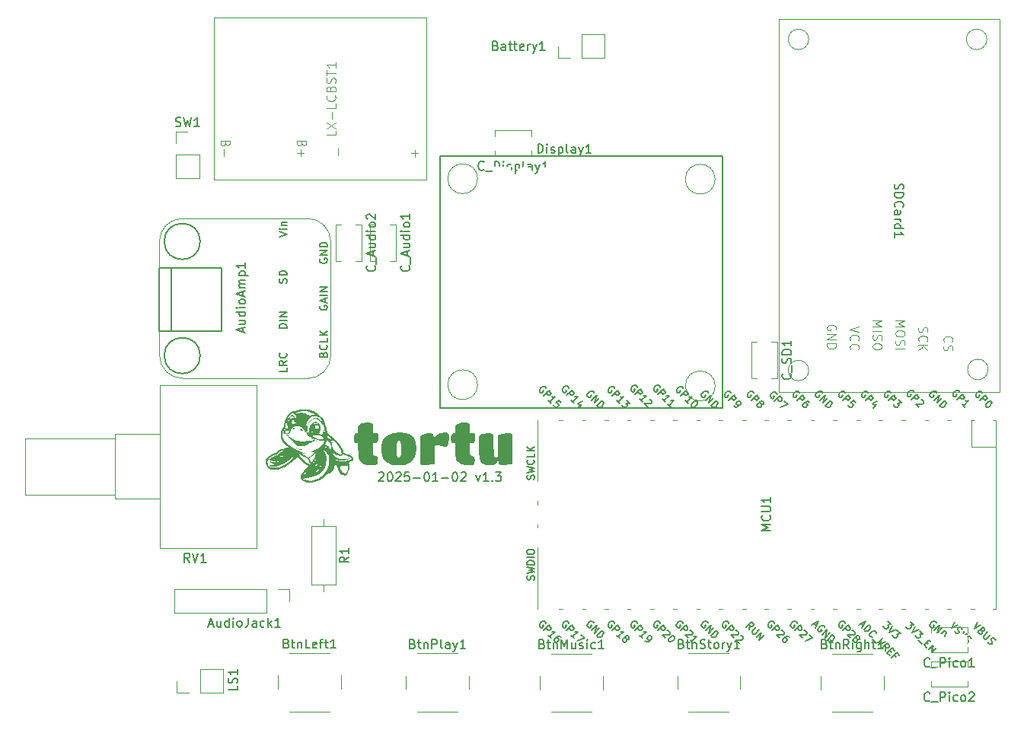
<source format=gto>
G04 #@! TF.GenerationSoftware,KiCad,Pcbnew,8.0.5*
G04 #@! TF.CreationDate,2025-01-03T00:20:55+01:00*
G04 #@! TF.ProjectId,Tortu,546f7274-752e-46b6-9963-61645f706362,rev?*
G04 #@! TF.SameCoordinates,Original*
G04 #@! TF.FileFunction,Legend,Top*
G04 #@! TF.FilePolarity,Positive*
%FSLAX46Y46*%
G04 Gerber Fmt 4.6, Leading zero omitted, Abs format (unit mm)*
G04 Created by KiCad (PCBNEW 8.0.5) date 2025-01-03 00:20:55*
%MOMM*%
%LPD*%
G01*
G04 APERTURE LIST*
%ADD10C,0.200000*%
%ADD11C,0.150000*%
%ADD12C,0.100000*%
%ADD13C,0.152400*%
%ADD14C,0.120000*%
%ADD15C,0.000000*%
%ADD16C,0.203200*%
%ADD17C,0.050000*%
%ADD18R,1.700000X1.700000*%
%ADD19O,1.700000X1.700000*%
%ADD20C,1.524000*%
%ADD21O,1.800000X1.800000*%
%ADD22O,1.500000X1.500000*%
%ADD23R,1.700000X3.500000*%
%ADD24R,3.500000X1.700000*%
%ADD25R,3.000000X3.000000*%
%ADD26C,3.000000*%
%ADD27C,2.000000*%
%ADD28C,1.600000*%
%ADD29O,1.600000X1.600000*%
%ADD30R,2.000000X2.000000*%
%ADD31O,3.101600X1.851600*%
%ADD32O,4.101600X2.601600*%
G04 APERTURE END LIST*
D10*
X143832054Y-109706457D02*
X143879673Y-109658838D01*
X143879673Y-109658838D02*
X143974911Y-109611219D01*
X143974911Y-109611219D02*
X144213006Y-109611219D01*
X144213006Y-109611219D02*
X144308244Y-109658838D01*
X144308244Y-109658838D02*
X144355863Y-109706457D01*
X144355863Y-109706457D02*
X144403482Y-109801695D01*
X144403482Y-109801695D02*
X144403482Y-109896933D01*
X144403482Y-109896933D02*
X144355863Y-110039790D01*
X144355863Y-110039790D02*
X143784435Y-110611219D01*
X143784435Y-110611219D02*
X144403482Y-110611219D01*
X145022530Y-109611219D02*
X145117768Y-109611219D01*
X145117768Y-109611219D02*
X145213006Y-109658838D01*
X145213006Y-109658838D02*
X145260625Y-109706457D01*
X145260625Y-109706457D02*
X145308244Y-109801695D01*
X145308244Y-109801695D02*
X145355863Y-109992171D01*
X145355863Y-109992171D02*
X145355863Y-110230266D01*
X145355863Y-110230266D02*
X145308244Y-110420742D01*
X145308244Y-110420742D02*
X145260625Y-110515980D01*
X145260625Y-110515980D02*
X145213006Y-110563600D01*
X145213006Y-110563600D02*
X145117768Y-110611219D01*
X145117768Y-110611219D02*
X145022530Y-110611219D01*
X145022530Y-110611219D02*
X144927292Y-110563600D01*
X144927292Y-110563600D02*
X144879673Y-110515980D01*
X144879673Y-110515980D02*
X144832054Y-110420742D01*
X144832054Y-110420742D02*
X144784435Y-110230266D01*
X144784435Y-110230266D02*
X144784435Y-109992171D01*
X144784435Y-109992171D02*
X144832054Y-109801695D01*
X144832054Y-109801695D02*
X144879673Y-109706457D01*
X144879673Y-109706457D02*
X144927292Y-109658838D01*
X144927292Y-109658838D02*
X145022530Y-109611219D01*
X145736816Y-109706457D02*
X145784435Y-109658838D01*
X145784435Y-109658838D02*
X145879673Y-109611219D01*
X145879673Y-109611219D02*
X146117768Y-109611219D01*
X146117768Y-109611219D02*
X146213006Y-109658838D01*
X146213006Y-109658838D02*
X146260625Y-109706457D01*
X146260625Y-109706457D02*
X146308244Y-109801695D01*
X146308244Y-109801695D02*
X146308244Y-109896933D01*
X146308244Y-109896933D02*
X146260625Y-110039790D01*
X146260625Y-110039790D02*
X145689197Y-110611219D01*
X145689197Y-110611219D02*
X146308244Y-110611219D01*
X147213006Y-109611219D02*
X146736816Y-109611219D01*
X146736816Y-109611219D02*
X146689197Y-110087409D01*
X146689197Y-110087409D02*
X146736816Y-110039790D01*
X146736816Y-110039790D02*
X146832054Y-109992171D01*
X146832054Y-109992171D02*
X147070149Y-109992171D01*
X147070149Y-109992171D02*
X147165387Y-110039790D01*
X147165387Y-110039790D02*
X147213006Y-110087409D01*
X147213006Y-110087409D02*
X147260625Y-110182647D01*
X147260625Y-110182647D02*
X147260625Y-110420742D01*
X147260625Y-110420742D02*
X147213006Y-110515980D01*
X147213006Y-110515980D02*
X147165387Y-110563600D01*
X147165387Y-110563600D02*
X147070149Y-110611219D01*
X147070149Y-110611219D02*
X146832054Y-110611219D01*
X146832054Y-110611219D02*
X146736816Y-110563600D01*
X146736816Y-110563600D02*
X146689197Y-110515980D01*
X147689197Y-110230266D02*
X148451102Y-110230266D01*
X149117768Y-109611219D02*
X149213006Y-109611219D01*
X149213006Y-109611219D02*
X149308244Y-109658838D01*
X149308244Y-109658838D02*
X149355863Y-109706457D01*
X149355863Y-109706457D02*
X149403482Y-109801695D01*
X149403482Y-109801695D02*
X149451101Y-109992171D01*
X149451101Y-109992171D02*
X149451101Y-110230266D01*
X149451101Y-110230266D02*
X149403482Y-110420742D01*
X149403482Y-110420742D02*
X149355863Y-110515980D01*
X149355863Y-110515980D02*
X149308244Y-110563600D01*
X149308244Y-110563600D02*
X149213006Y-110611219D01*
X149213006Y-110611219D02*
X149117768Y-110611219D01*
X149117768Y-110611219D02*
X149022530Y-110563600D01*
X149022530Y-110563600D02*
X148974911Y-110515980D01*
X148974911Y-110515980D02*
X148927292Y-110420742D01*
X148927292Y-110420742D02*
X148879673Y-110230266D01*
X148879673Y-110230266D02*
X148879673Y-109992171D01*
X148879673Y-109992171D02*
X148927292Y-109801695D01*
X148927292Y-109801695D02*
X148974911Y-109706457D01*
X148974911Y-109706457D02*
X149022530Y-109658838D01*
X149022530Y-109658838D02*
X149117768Y-109611219D01*
X150403482Y-110611219D02*
X149832054Y-110611219D01*
X150117768Y-110611219D02*
X150117768Y-109611219D01*
X150117768Y-109611219D02*
X150022530Y-109754076D01*
X150022530Y-109754076D02*
X149927292Y-109849314D01*
X149927292Y-109849314D02*
X149832054Y-109896933D01*
X150832054Y-110230266D02*
X151593959Y-110230266D01*
X152260625Y-109611219D02*
X152355863Y-109611219D01*
X152355863Y-109611219D02*
X152451101Y-109658838D01*
X152451101Y-109658838D02*
X152498720Y-109706457D01*
X152498720Y-109706457D02*
X152546339Y-109801695D01*
X152546339Y-109801695D02*
X152593958Y-109992171D01*
X152593958Y-109992171D02*
X152593958Y-110230266D01*
X152593958Y-110230266D02*
X152546339Y-110420742D01*
X152546339Y-110420742D02*
X152498720Y-110515980D01*
X152498720Y-110515980D02*
X152451101Y-110563600D01*
X152451101Y-110563600D02*
X152355863Y-110611219D01*
X152355863Y-110611219D02*
X152260625Y-110611219D01*
X152260625Y-110611219D02*
X152165387Y-110563600D01*
X152165387Y-110563600D02*
X152117768Y-110515980D01*
X152117768Y-110515980D02*
X152070149Y-110420742D01*
X152070149Y-110420742D02*
X152022530Y-110230266D01*
X152022530Y-110230266D02*
X152022530Y-109992171D01*
X152022530Y-109992171D02*
X152070149Y-109801695D01*
X152070149Y-109801695D02*
X152117768Y-109706457D01*
X152117768Y-109706457D02*
X152165387Y-109658838D01*
X152165387Y-109658838D02*
X152260625Y-109611219D01*
X152974911Y-109706457D02*
X153022530Y-109658838D01*
X153022530Y-109658838D02*
X153117768Y-109611219D01*
X153117768Y-109611219D02*
X153355863Y-109611219D01*
X153355863Y-109611219D02*
X153451101Y-109658838D01*
X153451101Y-109658838D02*
X153498720Y-109706457D01*
X153498720Y-109706457D02*
X153546339Y-109801695D01*
X153546339Y-109801695D02*
X153546339Y-109896933D01*
X153546339Y-109896933D02*
X153498720Y-110039790D01*
X153498720Y-110039790D02*
X152927292Y-110611219D01*
X152927292Y-110611219D02*
X153546339Y-110611219D01*
X154641578Y-109944552D02*
X154879673Y-110611219D01*
X154879673Y-110611219D02*
X155117768Y-109944552D01*
X156022530Y-110611219D02*
X155451102Y-110611219D01*
X155736816Y-110611219D02*
X155736816Y-109611219D01*
X155736816Y-109611219D02*
X155641578Y-109754076D01*
X155641578Y-109754076D02*
X155546340Y-109849314D01*
X155546340Y-109849314D02*
X155451102Y-109896933D01*
X156451102Y-110515980D02*
X156498721Y-110563600D01*
X156498721Y-110563600D02*
X156451102Y-110611219D01*
X156451102Y-110611219D02*
X156403483Y-110563600D01*
X156403483Y-110563600D02*
X156451102Y-110515980D01*
X156451102Y-110515980D02*
X156451102Y-110611219D01*
X156832054Y-109611219D02*
X157451101Y-109611219D01*
X157451101Y-109611219D02*
X157117768Y-109992171D01*
X157117768Y-109992171D02*
X157260625Y-109992171D01*
X157260625Y-109992171D02*
X157355863Y-110039790D01*
X157355863Y-110039790D02*
X157403482Y-110087409D01*
X157403482Y-110087409D02*
X157451101Y-110182647D01*
X157451101Y-110182647D02*
X157451101Y-110420742D01*
X157451101Y-110420742D02*
X157403482Y-110515980D01*
X157403482Y-110515980D02*
X157355863Y-110563600D01*
X157355863Y-110563600D02*
X157260625Y-110611219D01*
X157260625Y-110611219D02*
X156974911Y-110611219D01*
X156974911Y-110611219D02*
X156879673Y-110563600D01*
X156879673Y-110563600D02*
X156832054Y-110515980D01*
D11*
X156837380Y-62161009D02*
X156980237Y-62208628D01*
X156980237Y-62208628D02*
X157027856Y-62256247D01*
X157027856Y-62256247D02*
X157075475Y-62351485D01*
X157075475Y-62351485D02*
X157075475Y-62494342D01*
X157075475Y-62494342D02*
X157027856Y-62589580D01*
X157027856Y-62589580D02*
X156980237Y-62637200D01*
X156980237Y-62637200D02*
X156884999Y-62684819D01*
X156884999Y-62684819D02*
X156504047Y-62684819D01*
X156504047Y-62684819D02*
X156504047Y-61684819D01*
X156504047Y-61684819D02*
X156837380Y-61684819D01*
X156837380Y-61684819D02*
X156932618Y-61732438D01*
X156932618Y-61732438D02*
X156980237Y-61780057D01*
X156980237Y-61780057D02*
X157027856Y-61875295D01*
X157027856Y-61875295D02*
X157027856Y-61970533D01*
X157027856Y-61970533D02*
X156980237Y-62065771D01*
X156980237Y-62065771D02*
X156932618Y-62113390D01*
X156932618Y-62113390D02*
X156837380Y-62161009D01*
X156837380Y-62161009D02*
X156504047Y-62161009D01*
X157932618Y-62684819D02*
X157932618Y-62161009D01*
X157932618Y-62161009D02*
X157884999Y-62065771D01*
X157884999Y-62065771D02*
X157789761Y-62018152D01*
X157789761Y-62018152D02*
X157599285Y-62018152D01*
X157599285Y-62018152D02*
X157504047Y-62065771D01*
X157932618Y-62637200D02*
X157837380Y-62684819D01*
X157837380Y-62684819D02*
X157599285Y-62684819D01*
X157599285Y-62684819D02*
X157504047Y-62637200D01*
X157504047Y-62637200D02*
X157456428Y-62541961D01*
X157456428Y-62541961D02*
X157456428Y-62446723D01*
X157456428Y-62446723D02*
X157504047Y-62351485D01*
X157504047Y-62351485D02*
X157599285Y-62303866D01*
X157599285Y-62303866D02*
X157837380Y-62303866D01*
X157837380Y-62303866D02*
X157932618Y-62256247D01*
X158265952Y-62018152D02*
X158646904Y-62018152D01*
X158408809Y-61684819D02*
X158408809Y-62541961D01*
X158408809Y-62541961D02*
X158456428Y-62637200D01*
X158456428Y-62637200D02*
X158551666Y-62684819D01*
X158551666Y-62684819D02*
X158646904Y-62684819D01*
X158837381Y-62018152D02*
X159218333Y-62018152D01*
X158980238Y-61684819D02*
X158980238Y-62541961D01*
X158980238Y-62541961D02*
X159027857Y-62637200D01*
X159027857Y-62637200D02*
X159123095Y-62684819D01*
X159123095Y-62684819D02*
X159218333Y-62684819D01*
X159932619Y-62637200D02*
X159837381Y-62684819D01*
X159837381Y-62684819D02*
X159646905Y-62684819D01*
X159646905Y-62684819D02*
X159551667Y-62637200D01*
X159551667Y-62637200D02*
X159504048Y-62541961D01*
X159504048Y-62541961D02*
X159504048Y-62161009D01*
X159504048Y-62161009D02*
X159551667Y-62065771D01*
X159551667Y-62065771D02*
X159646905Y-62018152D01*
X159646905Y-62018152D02*
X159837381Y-62018152D01*
X159837381Y-62018152D02*
X159932619Y-62065771D01*
X159932619Y-62065771D02*
X159980238Y-62161009D01*
X159980238Y-62161009D02*
X159980238Y-62256247D01*
X159980238Y-62256247D02*
X159504048Y-62351485D01*
X160408810Y-62684819D02*
X160408810Y-62018152D01*
X160408810Y-62208628D02*
X160456429Y-62113390D01*
X160456429Y-62113390D02*
X160504048Y-62065771D01*
X160504048Y-62065771D02*
X160599286Y-62018152D01*
X160599286Y-62018152D02*
X160694524Y-62018152D01*
X160932620Y-62018152D02*
X161170715Y-62684819D01*
X161408810Y-62018152D02*
X161170715Y-62684819D01*
X161170715Y-62684819D02*
X161075477Y-62922914D01*
X161075477Y-62922914D02*
X161027858Y-62970533D01*
X161027858Y-62970533D02*
X160932620Y-63018152D01*
X162313572Y-62684819D02*
X161742144Y-62684819D01*
X162027858Y-62684819D02*
X162027858Y-61684819D01*
X162027858Y-61684819D02*
X161932620Y-61827676D01*
X161932620Y-61827676D02*
X161837382Y-61922914D01*
X161837382Y-61922914D02*
X161742144Y-61970533D01*
D10*
X201223400Y-77541809D02*
X201175780Y-77684666D01*
X201175780Y-77684666D02*
X201175780Y-77922761D01*
X201175780Y-77922761D02*
X201223400Y-78017999D01*
X201223400Y-78017999D02*
X201271019Y-78065618D01*
X201271019Y-78065618D02*
X201366257Y-78113237D01*
X201366257Y-78113237D02*
X201461495Y-78113237D01*
X201461495Y-78113237D02*
X201556733Y-78065618D01*
X201556733Y-78065618D02*
X201604352Y-78017999D01*
X201604352Y-78017999D02*
X201651971Y-77922761D01*
X201651971Y-77922761D02*
X201699590Y-77732285D01*
X201699590Y-77732285D02*
X201747209Y-77637047D01*
X201747209Y-77637047D02*
X201794828Y-77589428D01*
X201794828Y-77589428D02*
X201890066Y-77541809D01*
X201890066Y-77541809D02*
X201985304Y-77541809D01*
X201985304Y-77541809D02*
X202080542Y-77589428D01*
X202080542Y-77589428D02*
X202128161Y-77637047D01*
X202128161Y-77637047D02*
X202175780Y-77732285D01*
X202175780Y-77732285D02*
X202175780Y-77970380D01*
X202175780Y-77970380D02*
X202128161Y-78113237D01*
X201175780Y-78541809D02*
X202175780Y-78541809D01*
X202175780Y-78541809D02*
X202175780Y-78779904D01*
X202175780Y-78779904D02*
X202128161Y-78922761D01*
X202128161Y-78922761D02*
X202032923Y-79017999D01*
X202032923Y-79017999D02*
X201937685Y-79065618D01*
X201937685Y-79065618D02*
X201747209Y-79113237D01*
X201747209Y-79113237D02*
X201604352Y-79113237D01*
X201604352Y-79113237D02*
X201413876Y-79065618D01*
X201413876Y-79065618D02*
X201318638Y-79017999D01*
X201318638Y-79017999D02*
X201223400Y-78922761D01*
X201223400Y-78922761D02*
X201175780Y-78779904D01*
X201175780Y-78779904D02*
X201175780Y-78541809D01*
X201271019Y-80113237D02*
X201223400Y-80065618D01*
X201223400Y-80065618D02*
X201175780Y-79922761D01*
X201175780Y-79922761D02*
X201175780Y-79827523D01*
X201175780Y-79827523D02*
X201223400Y-79684666D01*
X201223400Y-79684666D02*
X201318638Y-79589428D01*
X201318638Y-79589428D02*
X201413876Y-79541809D01*
X201413876Y-79541809D02*
X201604352Y-79494190D01*
X201604352Y-79494190D02*
X201747209Y-79494190D01*
X201747209Y-79494190D02*
X201937685Y-79541809D01*
X201937685Y-79541809D02*
X202032923Y-79589428D01*
X202032923Y-79589428D02*
X202128161Y-79684666D01*
X202128161Y-79684666D02*
X202175780Y-79827523D01*
X202175780Y-79827523D02*
X202175780Y-79922761D01*
X202175780Y-79922761D02*
X202128161Y-80065618D01*
X202128161Y-80065618D02*
X202080542Y-80113237D01*
X201175780Y-80970380D02*
X201699590Y-80970380D01*
X201699590Y-80970380D02*
X201794828Y-80922761D01*
X201794828Y-80922761D02*
X201842447Y-80827523D01*
X201842447Y-80827523D02*
X201842447Y-80637047D01*
X201842447Y-80637047D02*
X201794828Y-80541809D01*
X201223400Y-80970380D02*
X201175780Y-80875142D01*
X201175780Y-80875142D02*
X201175780Y-80637047D01*
X201175780Y-80637047D02*
X201223400Y-80541809D01*
X201223400Y-80541809D02*
X201318638Y-80494190D01*
X201318638Y-80494190D02*
X201413876Y-80494190D01*
X201413876Y-80494190D02*
X201509114Y-80541809D01*
X201509114Y-80541809D02*
X201556733Y-80637047D01*
X201556733Y-80637047D02*
X201556733Y-80875142D01*
X201556733Y-80875142D02*
X201604352Y-80970380D01*
X201175780Y-81446571D02*
X201842447Y-81446571D01*
X201651971Y-81446571D02*
X201747209Y-81494190D01*
X201747209Y-81494190D02*
X201794828Y-81541809D01*
X201794828Y-81541809D02*
X201842447Y-81637047D01*
X201842447Y-81637047D02*
X201842447Y-81732285D01*
X201175780Y-82494190D02*
X202175780Y-82494190D01*
X201223400Y-82494190D02*
X201175780Y-82398952D01*
X201175780Y-82398952D02*
X201175780Y-82208476D01*
X201175780Y-82208476D02*
X201223400Y-82113238D01*
X201223400Y-82113238D02*
X201271019Y-82065619D01*
X201271019Y-82065619D02*
X201366257Y-82018000D01*
X201366257Y-82018000D02*
X201651971Y-82018000D01*
X201651971Y-82018000D02*
X201747209Y-82065619D01*
X201747209Y-82065619D02*
X201794828Y-82113238D01*
X201794828Y-82113238D02*
X201842447Y-82208476D01*
X201842447Y-82208476D02*
X201842447Y-82398952D01*
X201842447Y-82398952D02*
X201794828Y-82494190D01*
X201175780Y-83494190D02*
X201175780Y-82922762D01*
X201175780Y-83208476D02*
X202175780Y-83208476D01*
X202175780Y-83208476D02*
X202032923Y-83113238D01*
X202032923Y-83113238D02*
X201937685Y-83018000D01*
X201937685Y-83018000D02*
X201890066Y-82922762D01*
D12*
X206724819Y-95109312D02*
X206677200Y-95061693D01*
X206677200Y-95061693D02*
X206629580Y-94918836D01*
X206629580Y-94918836D02*
X206629580Y-94823598D01*
X206629580Y-94823598D02*
X206677200Y-94680741D01*
X206677200Y-94680741D02*
X206772438Y-94585503D01*
X206772438Y-94585503D02*
X206867676Y-94537884D01*
X206867676Y-94537884D02*
X207058152Y-94490265D01*
X207058152Y-94490265D02*
X207201009Y-94490265D01*
X207201009Y-94490265D02*
X207391485Y-94537884D01*
X207391485Y-94537884D02*
X207486723Y-94585503D01*
X207486723Y-94585503D02*
X207581961Y-94680741D01*
X207581961Y-94680741D02*
X207629580Y-94823598D01*
X207629580Y-94823598D02*
X207629580Y-94918836D01*
X207629580Y-94918836D02*
X207581961Y-95061693D01*
X207581961Y-95061693D02*
X207534342Y-95109312D01*
X206677200Y-95490265D02*
X206629580Y-95633122D01*
X206629580Y-95633122D02*
X206629580Y-95871217D01*
X206629580Y-95871217D02*
X206677200Y-95966455D01*
X206677200Y-95966455D02*
X206724819Y-96014074D01*
X206724819Y-96014074D02*
X206820057Y-96061693D01*
X206820057Y-96061693D02*
X206915295Y-96061693D01*
X206915295Y-96061693D02*
X207010533Y-96014074D01*
X207010533Y-96014074D02*
X207058152Y-95966455D01*
X207058152Y-95966455D02*
X207105771Y-95871217D01*
X207105771Y-95871217D02*
X207153390Y-95680741D01*
X207153390Y-95680741D02*
X207201009Y-95585503D01*
X207201009Y-95585503D02*
X207248628Y-95537884D01*
X207248628Y-95537884D02*
X207343866Y-95490265D01*
X207343866Y-95490265D02*
X207439104Y-95490265D01*
X207439104Y-95490265D02*
X207534342Y-95537884D01*
X207534342Y-95537884D02*
X207581961Y-95585503D01*
X207581961Y-95585503D02*
X207629580Y-95680741D01*
X207629580Y-95680741D02*
X207629580Y-95918836D01*
X207629580Y-95918836D02*
X207581961Y-96061693D01*
X198755580Y-92759884D02*
X199755580Y-92759884D01*
X199755580Y-92759884D02*
X199041295Y-93093217D01*
X199041295Y-93093217D02*
X199755580Y-93426550D01*
X199755580Y-93426550D02*
X198755580Y-93426550D01*
X198755580Y-93902741D02*
X199755580Y-93902741D01*
X198803200Y-94331312D02*
X198755580Y-94474169D01*
X198755580Y-94474169D02*
X198755580Y-94712264D01*
X198755580Y-94712264D02*
X198803200Y-94807502D01*
X198803200Y-94807502D02*
X198850819Y-94855121D01*
X198850819Y-94855121D02*
X198946057Y-94902740D01*
X198946057Y-94902740D02*
X199041295Y-94902740D01*
X199041295Y-94902740D02*
X199136533Y-94855121D01*
X199136533Y-94855121D02*
X199184152Y-94807502D01*
X199184152Y-94807502D02*
X199231771Y-94712264D01*
X199231771Y-94712264D02*
X199279390Y-94521788D01*
X199279390Y-94521788D02*
X199327009Y-94426550D01*
X199327009Y-94426550D02*
X199374628Y-94378931D01*
X199374628Y-94378931D02*
X199469866Y-94331312D01*
X199469866Y-94331312D02*
X199565104Y-94331312D01*
X199565104Y-94331312D02*
X199660342Y-94378931D01*
X199660342Y-94378931D02*
X199707961Y-94426550D01*
X199707961Y-94426550D02*
X199755580Y-94521788D01*
X199755580Y-94521788D02*
X199755580Y-94759883D01*
X199755580Y-94759883D02*
X199707961Y-94902740D01*
X199755580Y-95521788D02*
X199755580Y-95712264D01*
X199755580Y-95712264D02*
X199707961Y-95807502D01*
X199707961Y-95807502D02*
X199612723Y-95902740D01*
X199612723Y-95902740D02*
X199422247Y-95950359D01*
X199422247Y-95950359D02*
X199088914Y-95950359D01*
X199088914Y-95950359D02*
X198898438Y-95902740D01*
X198898438Y-95902740D02*
X198803200Y-95807502D01*
X198803200Y-95807502D02*
X198755580Y-95712264D01*
X198755580Y-95712264D02*
X198755580Y-95521788D01*
X198755580Y-95521788D02*
X198803200Y-95426550D01*
X198803200Y-95426550D02*
X198898438Y-95331312D01*
X198898438Y-95331312D02*
X199088914Y-95283693D01*
X199088914Y-95283693D02*
X199422247Y-95283693D01*
X199422247Y-95283693D02*
X199612723Y-95331312D01*
X199612723Y-95331312D02*
X199707961Y-95426550D01*
X199707961Y-95426550D02*
X199755580Y-95521788D01*
X194627961Y-93791693D02*
X194675580Y-93696455D01*
X194675580Y-93696455D02*
X194675580Y-93553598D01*
X194675580Y-93553598D02*
X194627961Y-93410741D01*
X194627961Y-93410741D02*
X194532723Y-93315503D01*
X194532723Y-93315503D02*
X194437485Y-93267884D01*
X194437485Y-93267884D02*
X194247009Y-93220265D01*
X194247009Y-93220265D02*
X194104152Y-93220265D01*
X194104152Y-93220265D02*
X193913676Y-93267884D01*
X193913676Y-93267884D02*
X193818438Y-93315503D01*
X193818438Y-93315503D02*
X193723200Y-93410741D01*
X193723200Y-93410741D02*
X193675580Y-93553598D01*
X193675580Y-93553598D02*
X193675580Y-93648836D01*
X193675580Y-93648836D02*
X193723200Y-93791693D01*
X193723200Y-93791693D02*
X193770819Y-93839312D01*
X193770819Y-93839312D02*
X194104152Y-93839312D01*
X194104152Y-93839312D02*
X194104152Y-93648836D01*
X193675580Y-94267884D02*
X194675580Y-94267884D01*
X194675580Y-94267884D02*
X193675580Y-94839312D01*
X193675580Y-94839312D02*
X194675580Y-94839312D01*
X193675580Y-95315503D02*
X194675580Y-95315503D01*
X194675580Y-95315503D02*
X194675580Y-95553598D01*
X194675580Y-95553598D02*
X194627961Y-95696455D01*
X194627961Y-95696455D02*
X194532723Y-95791693D01*
X194532723Y-95791693D02*
X194437485Y-95839312D01*
X194437485Y-95839312D02*
X194247009Y-95886931D01*
X194247009Y-95886931D02*
X194104152Y-95886931D01*
X194104152Y-95886931D02*
X193913676Y-95839312D01*
X193913676Y-95839312D02*
X193818438Y-95791693D01*
X193818438Y-95791693D02*
X193723200Y-95696455D01*
X193723200Y-95696455D02*
X193675580Y-95553598D01*
X193675580Y-95553598D02*
X193675580Y-95315503D01*
X197215580Y-93379027D02*
X196215580Y-93712360D01*
X196215580Y-93712360D02*
X197215580Y-94045693D01*
X196310819Y-94950455D02*
X196263200Y-94902836D01*
X196263200Y-94902836D02*
X196215580Y-94759979D01*
X196215580Y-94759979D02*
X196215580Y-94664741D01*
X196215580Y-94664741D02*
X196263200Y-94521884D01*
X196263200Y-94521884D02*
X196358438Y-94426646D01*
X196358438Y-94426646D02*
X196453676Y-94379027D01*
X196453676Y-94379027D02*
X196644152Y-94331408D01*
X196644152Y-94331408D02*
X196787009Y-94331408D01*
X196787009Y-94331408D02*
X196977485Y-94379027D01*
X196977485Y-94379027D02*
X197072723Y-94426646D01*
X197072723Y-94426646D02*
X197167961Y-94521884D01*
X197167961Y-94521884D02*
X197215580Y-94664741D01*
X197215580Y-94664741D02*
X197215580Y-94759979D01*
X197215580Y-94759979D02*
X197167961Y-94902836D01*
X197167961Y-94902836D02*
X197120342Y-94950455D01*
X196310819Y-95950455D02*
X196263200Y-95902836D01*
X196263200Y-95902836D02*
X196215580Y-95759979D01*
X196215580Y-95759979D02*
X196215580Y-95664741D01*
X196215580Y-95664741D02*
X196263200Y-95521884D01*
X196263200Y-95521884D02*
X196358438Y-95426646D01*
X196358438Y-95426646D02*
X196453676Y-95379027D01*
X196453676Y-95379027D02*
X196644152Y-95331408D01*
X196644152Y-95331408D02*
X196787009Y-95331408D01*
X196787009Y-95331408D02*
X196977485Y-95379027D01*
X196977485Y-95379027D02*
X197072723Y-95426646D01*
X197072723Y-95426646D02*
X197167961Y-95521884D01*
X197167961Y-95521884D02*
X197215580Y-95664741D01*
X197215580Y-95664741D02*
X197215580Y-95759979D01*
X197215580Y-95759979D02*
X197167961Y-95902836D01*
X197167961Y-95902836D02*
X197120342Y-95950455D01*
X203883200Y-93474265D02*
X203835580Y-93617122D01*
X203835580Y-93617122D02*
X203835580Y-93855217D01*
X203835580Y-93855217D02*
X203883200Y-93950455D01*
X203883200Y-93950455D02*
X203930819Y-93998074D01*
X203930819Y-93998074D02*
X204026057Y-94045693D01*
X204026057Y-94045693D02*
X204121295Y-94045693D01*
X204121295Y-94045693D02*
X204216533Y-93998074D01*
X204216533Y-93998074D02*
X204264152Y-93950455D01*
X204264152Y-93950455D02*
X204311771Y-93855217D01*
X204311771Y-93855217D02*
X204359390Y-93664741D01*
X204359390Y-93664741D02*
X204407009Y-93569503D01*
X204407009Y-93569503D02*
X204454628Y-93521884D01*
X204454628Y-93521884D02*
X204549866Y-93474265D01*
X204549866Y-93474265D02*
X204645104Y-93474265D01*
X204645104Y-93474265D02*
X204740342Y-93521884D01*
X204740342Y-93521884D02*
X204787961Y-93569503D01*
X204787961Y-93569503D02*
X204835580Y-93664741D01*
X204835580Y-93664741D02*
X204835580Y-93902836D01*
X204835580Y-93902836D02*
X204787961Y-94045693D01*
X203930819Y-95045693D02*
X203883200Y-94998074D01*
X203883200Y-94998074D02*
X203835580Y-94855217D01*
X203835580Y-94855217D02*
X203835580Y-94759979D01*
X203835580Y-94759979D02*
X203883200Y-94617122D01*
X203883200Y-94617122D02*
X203978438Y-94521884D01*
X203978438Y-94521884D02*
X204073676Y-94474265D01*
X204073676Y-94474265D02*
X204264152Y-94426646D01*
X204264152Y-94426646D02*
X204407009Y-94426646D01*
X204407009Y-94426646D02*
X204597485Y-94474265D01*
X204597485Y-94474265D02*
X204692723Y-94521884D01*
X204692723Y-94521884D02*
X204787961Y-94617122D01*
X204787961Y-94617122D02*
X204835580Y-94759979D01*
X204835580Y-94759979D02*
X204835580Y-94855217D01*
X204835580Y-94855217D02*
X204787961Y-94998074D01*
X204787961Y-94998074D02*
X204740342Y-95045693D01*
X203835580Y-95474265D02*
X204835580Y-95474265D01*
X203835580Y-96045693D02*
X204407009Y-95617122D01*
X204835580Y-96045693D02*
X204264152Y-95474265D01*
X201295580Y-92759884D02*
X202295580Y-92759884D01*
X202295580Y-92759884D02*
X201581295Y-93093217D01*
X201581295Y-93093217D02*
X202295580Y-93426550D01*
X202295580Y-93426550D02*
X201295580Y-93426550D01*
X202295580Y-94093217D02*
X202295580Y-94283693D01*
X202295580Y-94283693D02*
X202247961Y-94378931D01*
X202247961Y-94378931D02*
X202152723Y-94474169D01*
X202152723Y-94474169D02*
X201962247Y-94521788D01*
X201962247Y-94521788D02*
X201628914Y-94521788D01*
X201628914Y-94521788D02*
X201438438Y-94474169D01*
X201438438Y-94474169D02*
X201343200Y-94378931D01*
X201343200Y-94378931D02*
X201295580Y-94283693D01*
X201295580Y-94283693D02*
X201295580Y-94093217D01*
X201295580Y-94093217D02*
X201343200Y-93997979D01*
X201343200Y-93997979D02*
X201438438Y-93902741D01*
X201438438Y-93902741D02*
X201628914Y-93855122D01*
X201628914Y-93855122D02*
X201962247Y-93855122D01*
X201962247Y-93855122D02*
X202152723Y-93902741D01*
X202152723Y-93902741D02*
X202247961Y-93997979D01*
X202247961Y-93997979D02*
X202295580Y-94093217D01*
X201343200Y-94902741D02*
X201295580Y-95045598D01*
X201295580Y-95045598D02*
X201295580Y-95283693D01*
X201295580Y-95283693D02*
X201343200Y-95378931D01*
X201343200Y-95378931D02*
X201390819Y-95426550D01*
X201390819Y-95426550D02*
X201486057Y-95474169D01*
X201486057Y-95474169D02*
X201581295Y-95474169D01*
X201581295Y-95474169D02*
X201676533Y-95426550D01*
X201676533Y-95426550D02*
X201724152Y-95378931D01*
X201724152Y-95378931D02*
X201771771Y-95283693D01*
X201771771Y-95283693D02*
X201819390Y-95093217D01*
X201819390Y-95093217D02*
X201867009Y-94997979D01*
X201867009Y-94997979D02*
X201914628Y-94950360D01*
X201914628Y-94950360D02*
X202009866Y-94902741D01*
X202009866Y-94902741D02*
X202105104Y-94902741D01*
X202105104Y-94902741D02*
X202200342Y-94950360D01*
X202200342Y-94950360D02*
X202247961Y-94997979D01*
X202247961Y-94997979D02*
X202295580Y-95093217D01*
X202295580Y-95093217D02*
X202295580Y-95331312D01*
X202295580Y-95331312D02*
X202247961Y-95474169D01*
X201295580Y-95902741D02*
X202295580Y-95902741D01*
D11*
X187398819Y-116133332D02*
X186398819Y-116133332D01*
X186398819Y-116133332D02*
X187113104Y-115799999D01*
X187113104Y-115799999D02*
X186398819Y-115466666D01*
X186398819Y-115466666D02*
X187398819Y-115466666D01*
X187303580Y-114419047D02*
X187351200Y-114466666D01*
X187351200Y-114466666D02*
X187398819Y-114609523D01*
X187398819Y-114609523D02*
X187398819Y-114704761D01*
X187398819Y-114704761D02*
X187351200Y-114847618D01*
X187351200Y-114847618D02*
X187255961Y-114942856D01*
X187255961Y-114942856D02*
X187160723Y-114990475D01*
X187160723Y-114990475D02*
X186970247Y-115038094D01*
X186970247Y-115038094D02*
X186827390Y-115038094D01*
X186827390Y-115038094D02*
X186636914Y-114990475D01*
X186636914Y-114990475D02*
X186541676Y-114942856D01*
X186541676Y-114942856D02*
X186446438Y-114847618D01*
X186446438Y-114847618D02*
X186398819Y-114704761D01*
X186398819Y-114704761D02*
X186398819Y-114609523D01*
X186398819Y-114609523D02*
X186446438Y-114466666D01*
X186446438Y-114466666D02*
X186494057Y-114419047D01*
X186398819Y-113990475D02*
X187208342Y-113990475D01*
X187208342Y-113990475D02*
X187303580Y-113942856D01*
X187303580Y-113942856D02*
X187351200Y-113895237D01*
X187351200Y-113895237D02*
X187398819Y-113799999D01*
X187398819Y-113799999D02*
X187398819Y-113609523D01*
X187398819Y-113609523D02*
X187351200Y-113514285D01*
X187351200Y-113514285D02*
X187303580Y-113466666D01*
X187303580Y-113466666D02*
X187208342Y-113419047D01*
X187208342Y-113419047D02*
X186398819Y-113419047D01*
X187398819Y-112419047D02*
X187398819Y-112990475D01*
X187398819Y-112704761D02*
X186398819Y-112704761D01*
X186398819Y-112704761D02*
X186541676Y-112799999D01*
X186541676Y-112799999D02*
X186636914Y-112895237D01*
X186636914Y-112895237D02*
X186684533Y-112990475D01*
X175123131Y-100143998D02*
X175096194Y-100063185D01*
X175096194Y-100063185D02*
X175015381Y-99982373D01*
X175015381Y-99982373D02*
X174907632Y-99928498D01*
X174907632Y-99928498D02*
X174799882Y-99928498D01*
X174799882Y-99928498D02*
X174719070Y-99955436D01*
X174719070Y-99955436D02*
X174584383Y-100036248D01*
X174584383Y-100036248D02*
X174503571Y-100117060D01*
X174503571Y-100117060D02*
X174422758Y-100251747D01*
X174422758Y-100251747D02*
X174395821Y-100332560D01*
X174395821Y-100332560D02*
X174395821Y-100440309D01*
X174395821Y-100440309D02*
X174449696Y-100548059D01*
X174449696Y-100548059D02*
X174503571Y-100601934D01*
X174503571Y-100601934D02*
X174611320Y-100655808D01*
X174611320Y-100655808D02*
X174665195Y-100655808D01*
X174665195Y-100655808D02*
X174853757Y-100467247D01*
X174853757Y-100467247D02*
X174746007Y-100359497D01*
X174853757Y-100952120D02*
X175419442Y-100386434D01*
X175419442Y-100386434D02*
X175634942Y-100601934D01*
X175634942Y-100601934D02*
X175661879Y-100682746D01*
X175661879Y-100682746D02*
X175661879Y-100736621D01*
X175661879Y-100736621D02*
X175634942Y-100817433D01*
X175634942Y-100817433D02*
X175554129Y-100898245D01*
X175554129Y-100898245D02*
X175473317Y-100925182D01*
X175473317Y-100925182D02*
X175419442Y-100925182D01*
X175419442Y-100925182D02*
X175338630Y-100898245D01*
X175338630Y-100898245D02*
X175123131Y-100682746D01*
X175715754Y-101814117D02*
X175392505Y-101490868D01*
X175554129Y-101652492D02*
X176119815Y-101086807D01*
X176119815Y-101086807D02*
X175985128Y-101113744D01*
X175985128Y-101113744D02*
X175877378Y-101113744D01*
X175877378Y-101113744D02*
X175796566Y-101086807D01*
X176254502Y-102352865D02*
X175931253Y-102029616D01*
X176092878Y-102191240D02*
X176658563Y-101625555D01*
X176658563Y-101625555D02*
X176523876Y-101652492D01*
X176523876Y-101652492D02*
X176416126Y-101652492D01*
X176416126Y-101652492D02*
X176335314Y-101625555D01*
X192202759Y-126451873D02*
X192472133Y-126721247D01*
X191987260Y-126559623D02*
X192741507Y-126182499D01*
X192741507Y-126182499D02*
X192364384Y-126936746D01*
X193388005Y-126882871D02*
X193361067Y-126802059D01*
X193361067Y-126802059D02*
X193280255Y-126721247D01*
X193280255Y-126721247D02*
X193172505Y-126667372D01*
X193172505Y-126667372D02*
X193064756Y-126667372D01*
X193064756Y-126667372D02*
X192983944Y-126694310D01*
X192983944Y-126694310D02*
X192849257Y-126775122D01*
X192849257Y-126775122D02*
X192768444Y-126855934D01*
X192768444Y-126855934D02*
X192687632Y-126990621D01*
X192687632Y-126990621D02*
X192660695Y-127071433D01*
X192660695Y-127071433D02*
X192660695Y-127179183D01*
X192660695Y-127179183D02*
X192714570Y-127286932D01*
X192714570Y-127286932D02*
X192768444Y-127340807D01*
X192768444Y-127340807D02*
X192876194Y-127394682D01*
X192876194Y-127394682D02*
X192930069Y-127394682D01*
X192930069Y-127394682D02*
X193118631Y-127206120D01*
X193118631Y-127206120D02*
X193010881Y-127098371D01*
X193118631Y-127690993D02*
X193684316Y-127125308D01*
X193684316Y-127125308D02*
X193441879Y-128014242D01*
X193441879Y-128014242D02*
X194007565Y-127448557D01*
X193711253Y-128283616D02*
X194276939Y-127717931D01*
X194276939Y-127717931D02*
X194411626Y-127852618D01*
X194411626Y-127852618D02*
X194465501Y-127960367D01*
X194465501Y-127960367D02*
X194465501Y-128068117D01*
X194465501Y-128068117D02*
X194438563Y-128148929D01*
X194438563Y-128148929D02*
X194357751Y-128283616D01*
X194357751Y-128283616D02*
X194276939Y-128364428D01*
X194276939Y-128364428D02*
X194142252Y-128445241D01*
X194142252Y-128445241D02*
X194061439Y-128472178D01*
X194061439Y-128472178D02*
X193953690Y-128472178D01*
X193953690Y-128472178D02*
X193845940Y-128418303D01*
X193845940Y-128418303D02*
X193711253Y-128283616D01*
X167745568Y-126386435D02*
X167718631Y-126305623D01*
X167718631Y-126305623D02*
X167637819Y-126224811D01*
X167637819Y-126224811D02*
X167530069Y-126170936D01*
X167530069Y-126170936D02*
X167422319Y-126170936D01*
X167422319Y-126170936D02*
X167341507Y-126197873D01*
X167341507Y-126197873D02*
X167206820Y-126278685D01*
X167206820Y-126278685D02*
X167126008Y-126359498D01*
X167126008Y-126359498D02*
X167045196Y-126494185D01*
X167045196Y-126494185D02*
X167018258Y-126574997D01*
X167018258Y-126574997D02*
X167018258Y-126682746D01*
X167018258Y-126682746D02*
X167072133Y-126790496D01*
X167072133Y-126790496D02*
X167126008Y-126844371D01*
X167126008Y-126844371D02*
X167233758Y-126898246D01*
X167233758Y-126898246D02*
X167287632Y-126898246D01*
X167287632Y-126898246D02*
X167476194Y-126709684D01*
X167476194Y-126709684D02*
X167368445Y-126601934D01*
X167476194Y-127194557D02*
X168041880Y-126628872D01*
X168041880Y-126628872D02*
X167799443Y-127517806D01*
X167799443Y-127517806D02*
X168365128Y-126952120D01*
X168068817Y-127787180D02*
X168634502Y-127221494D01*
X168634502Y-127221494D02*
X168769189Y-127356181D01*
X168769189Y-127356181D02*
X168823064Y-127463931D01*
X168823064Y-127463931D02*
X168823064Y-127571680D01*
X168823064Y-127571680D02*
X168796127Y-127652493D01*
X168796127Y-127652493D02*
X168715314Y-127787180D01*
X168715314Y-127787180D02*
X168634502Y-127867992D01*
X168634502Y-127867992D02*
X168499815Y-127948804D01*
X168499815Y-127948804D02*
X168419003Y-127975741D01*
X168419003Y-127975741D02*
X168311253Y-127975741D01*
X168311253Y-127975741D02*
X168203504Y-127921867D01*
X168203504Y-127921867D02*
X168068817Y-127787180D01*
X210416414Y-126253406D02*
X210039290Y-127007653D01*
X210039290Y-127007653D02*
X210793537Y-126630529D01*
X210901287Y-127277027D02*
X210955161Y-127384776D01*
X210955161Y-127384776D02*
X210955161Y-127438651D01*
X210955161Y-127438651D02*
X210928224Y-127519463D01*
X210928224Y-127519463D02*
X210847412Y-127600276D01*
X210847412Y-127600276D02*
X210766600Y-127627213D01*
X210766600Y-127627213D02*
X210712725Y-127627213D01*
X210712725Y-127627213D02*
X210631913Y-127600276D01*
X210631913Y-127600276D02*
X210416413Y-127384776D01*
X210416413Y-127384776D02*
X210982099Y-126819091D01*
X210982099Y-126819091D02*
X211170661Y-127007653D01*
X211170661Y-127007653D02*
X211197598Y-127088465D01*
X211197598Y-127088465D02*
X211197598Y-127142340D01*
X211197598Y-127142340D02*
X211170661Y-127223152D01*
X211170661Y-127223152D02*
X211116786Y-127277027D01*
X211116786Y-127277027D02*
X211035974Y-127303964D01*
X211035974Y-127303964D02*
X210982099Y-127303964D01*
X210982099Y-127303964D02*
X210901287Y-127277027D01*
X210901287Y-127277027D02*
X210712725Y-127088465D01*
X211547784Y-127384776D02*
X211089848Y-127842712D01*
X211089848Y-127842712D02*
X211062911Y-127923524D01*
X211062911Y-127923524D02*
X211062911Y-127977399D01*
X211062911Y-127977399D02*
X211089848Y-128058211D01*
X211089848Y-128058211D02*
X211197598Y-128165961D01*
X211197598Y-128165961D02*
X211278410Y-128192898D01*
X211278410Y-128192898D02*
X211332285Y-128192898D01*
X211332285Y-128192898D02*
X211413097Y-128165961D01*
X211413097Y-128165961D02*
X211871033Y-127708025D01*
X211574722Y-128489210D02*
X211628596Y-128596959D01*
X211628596Y-128596959D02*
X211763283Y-128731646D01*
X211763283Y-128731646D02*
X211844096Y-128758584D01*
X211844096Y-128758584D02*
X211897970Y-128758584D01*
X211897970Y-128758584D02*
X211978783Y-128731646D01*
X211978783Y-128731646D02*
X212032657Y-128677771D01*
X212032657Y-128677771D02*
X212059595Y-128596959D01*
X212059595Y-128596959D02*
X212059595Y-128543084D01*
X212059595Y-128543084D02*
X212032657Y-128462272D01*
X212032657Y-128462272D02*
X211951845Y-128327585D01*
X211951845Y-128327585D02*
X211924908Y-128246773D01*
X211924908Y-128246773D02*
X211924908Y-128192898D01*
X211924908Y-128192898D02*
X211951845Y-128112086D01*
X211951845Y-128112086D02*
X212005720Y-128058211D01*
X212005720Y-128058211D02*
X212086532Y-128031274D01*
X212086532Y-128031274D02*
X212140407Y-128031274D01*
X212140407Y-128031274D02*
X212221219Y-128058211D01*
X212221219Y-128058211D02*
X212355906Y-128192898D01*
X212355906Y-128192898D02*
X212409781Y-128300648D01*
X205845568Y-126386435D02*
X205818631Y-126305623D01*
X205818631Y-126305623D02*
X205737819Y-126224811D01*
X205737819Y-126224811D02*
X205630069Y-126170936D01*
X205630069Y-126170936D02*
X205522319Y-126170936D01*
X205522319Y-126170936D02*
X205441507Y-126197873D01*
X205441507Y-126197873D02*
X205306820Y-126278685D01*
X205306820Y-126278685D02*
X205226008Y-126359498D01*
X205226008Y-126359498D02*
X205145196Y-126494185D01*
X205145196Y-126494185D02*
X205118258Y-126574997D01*
X205118258Y-126574997D02*
X205118258Y-126682746D01*
X205118258Y-126682746D02*
X205172133Y-126790496D01*
X205172133Y-126790496D02*
X205226008Y-126844371D01*
X205226008Y-126844371D02*
X205333758Y-126898246D01*
X205333758Y-126898246D02*
X205387632Y-126898246D01*
X205387632Y-126898246D02*
X205576194Y-126709684D01*
X205576194Y-126709684D02*
X205468445Y-126601934D01*
X205576194Y-127194557D02*
X206141880Y-126628872D01*
X206141880Y-126628872D02*
X205899443Y-127517806D01*
X205899443Y-127517806D02*
X206465128Y-126952120D01*
X206168817Y-127787180D02*
X206734502Y-127221494D01*
X206734502Y-127221494D02*
X206869189Y-127356181D01*
X206869189Y-127356181D02*
X206923064Y-127463931D01*
X206923064Y-127463931D02*
X206923064Y-127571680D01*
X206923064Y-127571680D02*
X206896127Y-127652493D01*
X206896127Y-127652493D02*
X206815314Y-127787180D01*
X206815314Y-127787180D02*
X206734502Y-127867992D01*
X206734502Y-127867992D02*
X206599815Y-127948804D01*
X206599815Y-127948804D02*
X206519003Y-127975741D01*
X206519003Y-127975741D02*
X206411253Y-127975741D01*
X206411253Y-127975741D02*
X206303504Y-127921867D01*
X206303504Y-127921867D02*
X206168817Y-127787180D01*
X170043131Y-100289998D02*
X170016194Y-100209185D01*
X170016194Y-100209185D02*
X169935381Y-100128373D01*
X169935381Y-100128373D02*
X169827632Y-100074498D01*
X169827632Y-100074498D02*
X169719882Y-100074498D01*
X169719882Y-100074498D02*
X169639070Y-100101436D01*
X169639070Y-100101436D02*
X169504383Y-100182248D01*
X169504383Y-100182248D02*
X169423571Y-100263060D01*
X169423571Y-100263060D02*
X169342758Y-100397747D01*
X169342758Y-100397747D02*
X169315821Y-100478560D01*
X169315821Y-100478560D02*
X169315821Y-100586309D01*
X169315821Y-100586309D02*
X169369696Y-100694059D01*
X169369696Y-100694059D02*
X169423571Y-100747934D01*
X169423571Y-100747934D02*
X169531320Y-100801808D01*
X169531320Y-100801808D02*
X169585195Y-100801808D01*
X169585195Y-100801808D02*
X169773757Y-100613247D01*
X169773757Y-100613247D02*
X169666007Y-100505497D01*
X169773757Y-101098120D02*
X170339442Y-100532434D01*
X170339442Y-100532434D02*
X170554942Y-100747934D01*
X170554942Y-100747934D02*
X170581879Y-100828746D01*
X170581879Y-100828746D02*
X170581879Y-100882621D01*
X170581879Y-100882621D02*
X170554942Y-100963433D01*
X170554942Y-100963433D02*
X170474129Y-101044245D01*
X170474129Y-101044245D02*
X170393317Y-101071182D01*
X170393317Y-101071182D02*
X170339442Y-101071182D01*
X170339442Y-101071182D02*
X170258630Y-101044245D01*
X170258630Y-101044245D02*
X170043131Y-100828746D01*
X170635754Y-101960117D02*
X170312505Y-101636868D01*
X170474129Y-101798492D02*
X171039815Y-101232807D01*
X171039815Y-101232807D02*
X170905128Y-101259744D01*
X170905128Y-101259744D02*
X170797378Y-101259744D01*
X170797378Y-101259744D02*
X170716566Y-101232807D01*
X171390001Y-101582993D02*
X171740187Y-101933179D01*
X171740187Y-101933179D02*
X171336126Y-101960117D01*
X171336126Y-101960117D02*
X171416939Y-102040929D01*
X171416939Y-102040929D02*
X171443876Y-102121741D01*
X171443876Y-102121741D02*
X171443876Y-102175616D01*
X171443876Y-102175616D02*
X171416939Y-102256428D01*
X171416939Y-102256428D02*
X171282252Y-102391115D01*
X171282252Y-102391115D02*
X171201439Y-102418053D01*
X171201439Y-102418053D02*
X171147565Y-102418053D01*
X171147565Y-102418053D02*
X171066752Y-102391115D01*
X171066752Y-102391115D02*
X170905128Y-102229491D01*
X170905128Y-102229491D02*
X170878191Y-102148679D01*
X170878191Y-102148679D02*
X170878191Y-102094804D01*
X197409950Y-126455064D02*
X197679324Y-126724438D01*
X197194450Y-126562813D02*
X197948698Y-126185690D01*
X197948698Y-126185690D02*
X197571574Y-126939937D01*
X197760136Y-127128499D02*
X198325821Y-126562813D01*
X198325821Y-126562813D02*
X198460508Y-126697500D01*
X198460508Y-126697500D02*
X198514383Y-126805250D01*
X198514383Y-126805250D02*
X198514383Y-126912999D01*
X198514383Y-126912999D02*
X198487446Y-126993812D01*
X198487446Y-126993812D02*
X198406633Y-127128499D01*
X198406633Y-127128499D02*
X198325821Y-127209311D01*
X198325821Y-127209311D02*
X198191134Y-127290123D01*
X198191134Y-127290123D02*
X198110322Y-127317060D01*
X198110322Y-127317060D02*
X198002572Y-127317060D01*
X198002572Y-127317060D02*
X197894823Y-127263186D01*
X197894823Y-127263186D02*
X197760136Y-127128499D01*
X198702945Y-127963558D02*
X198649070Y-127963558D01*
X198649070Y-127963558D02*
X198541320Y-127909683D01*
X198541320Y-127909683D02*
X198487446Y-127855808D01*
X198487446Y-127855808D02*
X198433571Y-127748059D01*
X198433571Y-127748059D02*
X198433571Y-127640309D01*
X198433571Y-127640309D02*
X198460508Y-127559497D01*
X198460508Y-127559497D02*
X198541320Y-127424810D01*
X198541320Y-127424810D02*
X198622133Y-127343998D01*
X198622133Y-127343998D02*
X198756820Y-127263186D01*
X198756820Y-127263186D02*
X198837632Y-127236248D01*
X198837632Y-127236248D02*
X198945381Y-127236248D01*
X198945381Y-127236248D02*
X199053131Y-127290123D01*
X199053131Y-127290123D02*
X199107006Y-127343998D01*
X199107006Y-127343998D02*
X199160881Y-127451747D01*
X199160881Y-127451747D02*
X199160881Y-127505622D01*
X198702945Y-128179057D02*
X199133943Y-128610056D01*
X199807378Y-128044370D02*
X199430255Y-128798618D01*
X199430255Y-128798618D02*
X200184502Y-128421494D01*
X200130627Y-129498990D02*
X200211439Y-129041054D01*
X199807378Y-129175741D02*
X200373064Y-128610056D01*
X200373064Y-128610056D02*
X200588563Y-128825555D01*
X200588563Y-128825555D02*
X200615500Y-128906367D01*
X200615500Y-128906367D02*
X200615500Y-128960242D01*
X200615500Y-128960242D02*
X200588563Y-129041054D01*
X200588563Y-129041054D02*
X200507751Y-129121866D01*
X200507751Y-129121866D02*
X200426938Y-129148804D01*
X200426938Y-129148804D02*
X200373064Y-129148804D01*
X200373064Y-129148804D02*
X200292251Y-129121866D01*
X200292251Y-129121866D02*
X200076752Y-128906367D01*
X200669375Y-129445115D02*
X200857937Y-129633677D01*
X200642438Y-130010800D02*
X200373064Y-129741426D01*
X200373064Y-129741426D02*
X200938749Y-129175741D01*
X200938749Y-129175741D02*
X201208123Y-129445115D01*
X201369748Y-130145488D02*
X201181186Y-129956926D01*
X200884874Y-130253237D02*
X201450560Y-129687552D01*
X201450560Y-129687552D02*
X201719934Y-129956926D01*
X198252505Y-100813372D02*
X198225568Y-100732560D01*
X198225568Y-100732560D02*
X198144756Y-100651748D01*
X198144756Y-100651748D02*
X198037006Y-100597873D01*
X198037006Y-100597873D02*
X197929257Y-100597873D01*
X197929257Y-100597873D02*
X197848444Y-100624810D01*
X197848444Y-100624810D02*
X197713757Y-100705623D01*
X197713757Y-100705623D02*
X197632945Y-100786435D01*
X197632945Y-100786435D02*
X197552133Y-100921122D01*
X197552133Y-100921122D02*
X197525196Y-101001934D01*
X197525196Y-101001934D02*
X197525196Y-101109684D01*
X197525196Y-101109684D02*
X197579070Y-101217433D01*
X197579070Y-101217433D02*
X197632945Y-101271308D01*
X197632945Y-101271308D02*
X197740695Y-101325183D01*
X197740695Y-101325183D02*
X197794570Y-101325183D01*
X197794570Y-101325183D02*
X197983131Y-101136621D01*
X197983131Y-101136621D02*
X197875382Y-101028871D01*
X197983131Y-101621494D02*
X198548817Y-101055809D01*
X198548817Y-101055809D02*
X198764316Y-101271308D01*
X198764316Y-101271308D02*
X198791253Y-101352120D01*
X198791253Y-101352120D02*
X198791253Y-101405995D01*
X198791253Y-101405995D02*
X198764316Y-101486807D01*
X198764316Y-101486807D02*
X198683504Y-101567619D01*
X198683504Y-101567619D02*
X198602692Y-101594557D01*
X198602692Y-101594557D02*
X198548817Y-101594557D01*
X198548817Y-101594557D02*
X198468005Y-101567619D01*
X198468005Y-101567619D02*
X198252505Y-101352120D01*
X199168377Y-102052493D02*
X198791253Y-102429616D01*
X199249189Y-101702306D02*
X198710441Y-101971680D01*
X198710441Y-101971680D02*
X199060627Y-102321867D01*
X188122505Y-100913372D02*
X188095568Y-100832560D01*
X188095568Y-100832560D02*
X188014756Y-100751748D01*
X188014756Y-100751748D02*
X187907006Y-100697873D01*
X187907006Y-100697873D02*
X187799257Y-100697873D01*
X187799257Y-100697873D02*
X187718444Y-100724810D01*
X187718444Y-100724810D02*
X187583757Y-100805623D01*
X187583757Y-100805623D02*
X187502945Y-100886435D01*
X187502945Y-100886435D02*
X187422133Y-101021122D01*
X187422133Y-101021122D02*
X187395196Y-101101934D01*
X187395196Y-101101934D02*
X187395196Y-101209684D01*
X187395196Y-101209684D02*
X187449070Y-101317433D01*
X187449070Y-101317433D02*
X187502945Y-101371308D01*
X187502945Y-101371308D02*
X187610695Y-101425183D01*
X187610695Y-101425183D02*
X187664570Y-101425183D01*
X187664570Y-101425183D02*
X187853131Y-101236621D01*
X187853131Y-101236621D02*
X187745382Y-101128871D01*
X187853131Y-101721494D02*
X188418817Y-101155809D01*
X188418817Y-101155809D02*
X188634316Y-101371308D01*
X188634316Y-101371308D02*
X188661253Y-101452120D01*
X188661253Y-101452120D02*
X188661253Y-101505995D01*
X188661253Y-101505995D02*
X188634316Y-101586807D01*
X188634316Y-101586807D02*
X188553504Y-101667619D01*
X188553504Y-101667619D02*
X188472692Y-101694557D01*
X188472692Y-101694557D02*
X188418817Y-101694557D01*
X188418817Y-101694557D02*
X188338005Y-101667619D01*
X188338005Y-101667619D02*
X188122505Y-101452120D01*
X188930627Y-101667619D02*
X189307751Y-102044743D01*
X189307751Y-102044743D02*
X188499629Y-102367992D01*
X162423131Y-100289998D02*
X162396194Y-100209185D01*
X162396194Y-100209185D02*
X162315381Y-100128373D01*
X162315381Y-100128373D02*
X162207632Y-100074498D01*
X162207632Y-100074498D02*
X162099882Y-100074498D01*
X162099882Y-100074498D02*
X162019070Y-100101436D01*
X162019070Y-100101436D02*
X161884383Y-100182248D01*
X161884383Y-100182248D02*
X161803571Y-100263060D01*
X161803571Y-100263060D02*
X161722758Y-100397747D01*
X161722758Y-100397747D02*
X161695821Y-100478560D01*
X161695821Y-100478560D02*
X161695821Y-100586309D01*
X161695821Y-100586309D02*
X161749696Y-100694059D01*
X161749696Y-100694059D02*
X161803571Y-100747934D01*
X161803571Y-100747934D02*
X161911320Y-100801808D01*
X161911320Y-100801808D02*
X161965195Y-100801808D01*
X161965195Y-100801808D02*
X162153757Y-100613247D01*
X162153757Y-100613247D02*
X162046007Y-100505497D01*
X162153757Y-101098120D02*
X162719442Y-100532434D01*
X162719442Y-100532434D02*
X162934942Y-100747934D01*
X162934942Y-100747934D02*
X162961879Y-100828746D01*
X162961879Y-100828746D02*
X162961879Y-100882621D01*
X162961879Y-100882621D02*
X162934942Y-100963433D01*
X162934942Y-100963433D02*
X162854129Y-101044245D01*
X162854129Y-101044245D02*
X162773317Y-101071182D01*
X162773317Y-101071182D02*
X162719442Y-101071182D01*
X162719442Y-101071182D02*
X162638630Y-101044245D01*
X162638630Y-101044245D02*
X162423131Y-100828746D01*
X163015754Y-101960117D02*
X162692505Y-101636868D01*
X162854129Y-101798492D02*
X163419815Y-101232807D01*
X163419815Y-101232807D02*
X163285128Y-101259744D01*
X163285128Y-101259744D02*
X163177378Y-101259744D01*
X163177378Y-101259744D02*
X163096566Y-101232807D01*
X164093250Y-101906242D02*
X163823876Y-101636868D01*
X163823876Y-101636868D02*
X163527565Y-101879305D01*
X163527565Y-101879305D02*
X163581439Y-101879305D01*
X163581439Y-101879305D02*
X163662252Y-101906242D01*
X163662252Y-101906242D02*
X163796939Y-102040929D01*
X163796939Y-102040929D02*
X163823876Y-102121741D01*
X163823876Y-102121741D02*
X163823876Y-102175616D01*
X163823876Y-102175616D02*
X163796939Y-102256428D01*
X163796939Y-102256428D02*
X163662252Y-102391115D01*
X163662252Y-102391115D02*
X163581439Y-102418053D01*
X163581439Y-102418053D02*
X163527565Y-102418053D01*
X163527565Y-102418053D02*
X163446752Y-102391115D01*
X163446752Y-102391115D02*
X163312065Y-102256428D01*
X163312065Y-102256428D02*
X163285128Y-102175616D01*
X163285128Y-102175616D02*
X163285128Y-102121741D01*
X164963131Y-126397998D02*
X164936194Y-126317185D01*
X164936194Y-126317185D02*
X164855381Y-126236373D01*
X164855381Y-126236373D02*
X164747632Y-126182498D01*
X164747632Y-126182498D02*
X164639882Y-126182498D01*
X164639882Y-126182498D02*
X164559070Y-126209436D01*
X164559070Y-126209436D02*
X164424383Y-126290248D01*
X164424383Y-126290248D02*
X164343571Y-126371060D01*
X164343571Y-126371060D02*
X164262758Y-126505747D01*
X164262758Y-126505747D02*
X164235821Y-126586560D01*
X164235821Y-126586560D02*
X164235821Y-126694309D01*
X164235821Y-126694309D02*
X164289696Y-126802059D01*
X164289696Y-126802059D02*
X164343571Y-126855934D01*
X164343571Y-126855934D02*
X164451320Y-126909808D01*
X164451320Y-126909808D02*
X164505195Y-126909808D01*
X164505195Y-126909808D02*
X164693757Y-126721247D01*
X164693757Y-126721247D02*
X164586007Y-126613497D01*
X164693757Y-127206120D02*
X165259442Y-126640434D01*
X165259442Y-126640434D02*
X165474942Y-126855934D01*
X165474942Y-126855934D02*
X165501879Y-126936746D01*
X165501879Y-126936746D02*
X165501879Y-126990621D01*
X165501879Y-126990621D02*
X165474942Y-127071433D01*
X165474942Y-127071433D02*
X165394129Y-127152245D01*
X165394129Y-127152245D02*
X165313317Y-127179182D01*
X165313317Y-127179182D02*
X165259442Y-127179182D01*
X165259442Y-127179182D02*
X165178630Y-127152245D01*
X165178630Y-127152245D02*
X164963131Y-126936746D01*
X165555754Y-128068117D02*
X165232505Y-127744868D01*
X165394129Y-127906492D02*
X165959815Y-127340807D01*
X165959815Y-127340807D02*
X165825128Y-127367744D01*
X165825128Y-127367744D02*
X165717378Y-127367744D01*
X165717378Y-127367744D02*
X165636566Y-127340807D01*
X166310001Y-127690993D02*
X166687125Y-128068117D01*
X166687125Y-128068117D02*
X165879003Y-128391366D01*
X187823131Y-126397998D02*
X187796194Y-126317185D01*
X187796194Y-126317185D02*
X187715381Y-126236373D01*
X187715381Y-126236373D02*
X187607632Y-126182498D01*
X187607632Y-126182498D02*
X187499882Y-126182498D01*
X187499882Y-126182498D02*
X187419070Y-126209436D01*
X187419070Y-126209436D02*
X187284383Y-126290248D01*
X187284383Y-126290248D02*
X187203571Y-126371060D01*
X187203571Y-126371060D02*
X187122758Y-126505747D01*
X187122758Y-126505747D02*
X187095821Y-126586560D01*
X187095821Y-126586560D02*
X187095821Y-126694309D01*
X187095821Y-126694309D02*
X187149696Y-126802059D01*
X187149696Y-126802059D02*
X187203571Y-126855934D01*
X187203571Y-126855934D02*
X187311320Y-126909808D01*
X187311320Y-126909808D02*
X187365195Y-126909808D01*
X187365195Y-126909808D02*
X187553757Y-126721247D01*
X187553757Y-126721247D02*
X187446007Y-126613497D01*
X187553757Y-127206120D02*
X188119442Y-126640434D01*
X188119442Y-126640434D02*
X188334942Y-126855934D01*
X188334942Y-126855934D02*
X188361879Y-126936746D01*
X188361879Y-126936746D02*
X188361879Y-126990621D01*
X188361879Y-126990621D02*
X188334942Y-127071433D01*
X188334942Y-127071433D02*
X188254129Y-127152245D01*
X188254129Y-127152245D02*
X188173317Y-127179182D01*
X188173317Y-127179182D02*
X188119442Y-127179182D01*
X188119442Y-127179182D02*
X188038630Y-127152245D01*
X188038630Y-127152245D02*
X187823131Y-126936746D01*
X188604316Y-127233057D02*
X188658190Y-127233057D01*
X188658190Y-127233057D02*
X188739003Y-127259995D01*
X188739003Y-127259995D02*
X188873690Y-127394682D01*
X188873690Y-127394682D02*
X188900627Y-127475494D01*
X188900627Y-127475494D02*
X188900627Y-127529369D01*
X188900627Y-127529369D02*
X188873690Y-127610181D01*
X188873690Y-127610181D02*
X188819815Y-127664056D01*
X188819815Y-127664056D02*
X188712065Y-127717930D01*
X188712065Y-127717930D02*
X188065568Y-127717930D01*
X188065568Y-127717930D02*
X188415754Y-128068117D01*
X189466313Y-127987305D02*
X189358563Y-127879555D01*
X189358563Y-127879555D02*
X189277751Y-127852618D01*
X189277751Y-127852618D02*
X189223876Y-127852618D01*
X189223876Y-127852618D02*
X189089189Y-127879555D01*
X189089189Y-127879555D02*
X188954502Y-127960367D01*
X188954502Y-127960367D02*
X188739003Y-128175866D01*
X188739003Y-128175866D02*
X188712065Y-128256679D01*
X188712065Y-128256679D02*
X188712065Y-128310553D01*
X188712065Y-128310553D02*
X188739003Y-128391366D01*
X188739003Y-128391366D02*
X188846752Y-128499115D01*
X188846752Y-128499115D02*
X188927565Y-128526053D01*
X188927565Y-128526053D02*
X188981439Y-128526053D01*
X188981439Y-128526053D02*
X189062252Y-128499115D01*
X189062252Y-128499115D02*
X189196939Y-128364428D01*
X189196939Y-128364428D02*
X189223876Y-128283616D01*
X189223876Y-128283616D02*
X189223876Y-128229741D01*
X189223876Y-128229741D02*
X189196939Y-128148929D01*
X189196939Y-128148929D02*
X189089189Y-128041179D01*
X189089189Y-128041179D02*
X189008377Y-128014242D01*
X189008377Y-128014242D02*
X188954502Y-128014242D01*
X188954502Y-128014242D02*
X188873690Y-128041179D01*
X161068200Y-110409524D02*
X161106295Y-110295238D01*
X161106295Y-110295238D02*
X161106295Y-110104762D01*
X161106295Y-110104762D02*
X161068200Y-110028571D01*
X161068200Y-110028571D02*
X161030104Y-109990476D01*
X161030104Y-109990476D02*
X160953914Y-109952381D01*
X160953914Y-109952381D02*
X160877723Y-109952381D01*
X160877723Y-109952381D02*
X160801533Y-109990476D01*
X160801533Y-109990476D02*
X160763438Y-110028571D01*
X160763438Y-110028571D02*
X160725342Y-110104762D01*
X160725342Y-110104762D02*
X160687247Y-110257143D01*
X160687247Y-110257143D02*
X160649152Y-110333333D01*
X160649152Y-110333333D02*
X160611057Y-110371428D01*
X160611057Y-110371428D02*
X160534866Y-110409524D01*
X160534866Y-110409524D02*
X160458676Y-110409524D01*
X160458676Y-110409524D02*
X160382485Y-110371428D01*
X160382485Y-110371428D02*
X160344390Y-110333333D01*
X160344390Y-110333333D02*
X160306295Y-110257143D01*
X160306295Y-110257143D02*
X160306295Y-110066666D01*
X160306295Y-110066666D02*
X160344390Y-109952381D01*
X160306295Y-109685714D02*
X161106295Y-109495238D01*
X161106295Y-109495238D02*
X160534866Y-109342857D01*
X160534866Y-109342857D02*
X161106295Y-109190476D01*
X161106295Y-109190476D02*
X160306295Y-109000000D01*
X161030104Y-108238094D02*
X161068200Y-108276190D01*
X161068200Y-108276190D02*
X161106295Y-108390475D01*
X161106295Y-108390475D02*
X161106295Y-108466666D01*
X161106295Y-108466666D02*
X161068200Y-108580952D01*
X161068200Y-108580952D02*
X160992009Y-108657142D01*
X160992009Y-108657142D02*
X160915819Y-108695237D01*
X160915819Y-108695237D02*
X160763438Y-108733333D01*
X160763438Y-108733333D02*
X160649152Y-108733333D01*
X160649152Y-108733333D02*
X160496771Y-108695237D01*
X160496771Y-108695237D02*
X160420580Y-108657142D01*
X160420580Y-108657142D02*
X160344390Y-108580952D01*
X160344390Y-108580952D02*
X160306295Y-108466666D01*
X160306295Y-108466666D02*
X160306295Y-108390475D01*
X160306295Y-108390475D02*
X160344390Y-108276190D01*
X160344390Y-108276190D02*
X160382485Y-108238094D01*
X161106295Y-107514285D02*
X161106295Y-107895237D01*
X161106295Y-107895237D02*
X160306295Y-107895237D01*
X161106295Y-107247618D02*
X160306295Y-107247618D01*
X161106295Y-106790475D02*
X160649152Y-107133333D01*
X160306295Y-106790475D02*
X160763438Y-107247618D01*
X202985415Y-126222407D02*
X203335601Y-126572593D01*
X203335601Y-126572593D02*
X202931540Y-126599531D01*
X202931540Y-126599531D02*
X203012353Y-126680343D01*
X203012353Y-126680343D02*
X203039290Y-126761155D01*
X203039290Y-126761155D02*
X203039290Y-126815030D01*
X203039290Y-126815030D02*
X203012353Y-126895842D01*
X203012353Y-126895842D02*
X202877666Y-127030529D01*
X202877666Y-127030529D02*
X202796853Y-127057467D01*
X202796853Y-127057467D02*
X202742979Y-127057467D01*
X202742979Y-127057467D02*
X202662166Y-127030529D01*
X202662166Y-127030529D02*
X202500542Y-126868905D01*
X202500542Y-126868905D02*
X202473605Y-126788093D01*
X202473605Y-126788093D02*
X202473605Y-126734218D01*
X203497226Y-126734218D02*
X203120102Y-127488465D01*
X203120102Y-127488465D02*
X203874350Y-127111342D01*
X204009036Y-127246028D02*
X204359223Y-127596215D01*
X204359223Y-127596215D02*
X203955162Y-127623152D01*
X203955162Y-127623152D02*
X204035974Y-127703964D01*
X204035974Y-127703964D02*
X204062911Y-127784776D01*
X204062911Y-127784776D02*
X204062911Y-127838651D01*
X204062911Y-127838651D02*
X204035974Y-127919464D01*
X204035974Y-127919464D02*
X203901287Y-128054151D01*
X203901287Y-128054151D02*
X203820475Y-128081088D01*
X203820475Y-128081088D02*
X203766600Y-128081088D01*
X203766600Y-128081088D02*
X203685788Y-128054151D01*
X203685788Y-128054151D02*
X203524163Y-127892526D01*
X203524163Y-127892526D02*
X203497226Y-127811714D01*
X203497226Y-127811714D02*
X203497226Y-127757839D01*
X203847412Y-128323525D02*
X204278411Y-128754523D01*
X204763284Y-128539024D02*
X204951846Y-128727586D01*
X204736347Y-129104709D02*
X204466973Y-128835335D01*
X204466973Y-128835335D02*
X205032658Y-128269650D01*
X205032658Y-128269650D02*
X205302032Y-128539024D01*
X204978784Y-129347146D02*
X205544469Y-128781461D01*
X205544469Y-128781461D02*
X205302032Y-129670395D01*
X205302032Y-129670395D02*
X205867718Y-129104710D01*
X200453131Y-126190123D02*
X200803317Y-126540309D01*
X200803317Y-126540309D02*
X200399256Y-126567247D01*
X200399256Y-126567247D02*
X200480068Y-126648059D01*
X200480068Y-126648059D02*
X200507006Y-126728871D01*
X200507006Y-126728871D02*
X200507006Y-126782746D01*
X200507006Y-126782746D02*
X200480068Y-126863558D01*
X200480068Y-126863558D02*
X200345381Y-126998245D01*
X200345381Y-126998245D02*
X200264569Y-127025182D01*
X200264569Y-127025182D02*
X200210694Y-127025182D01*
X200210694Y-127025182D02*
X200129882Y-126998245D01*
X200129882Y-126998245D02*
X199968258Y-126836621D01*
X199968258Y-126836621D02*
X199941320Y-126755808D01*
X199941320Y-126755808D02*
X199941320Y-126701934D01*
X200964942Y-126701934D02*
X200587818Y-127456181D01*
X200587818Y-127456181D02*
X201342065Y-127079057D01*
X201476752Y-127213744D02*
X201826938Y-127563930D01*
X201826938Y-127563930D02*
X201422877Y-127590868D01*
X201422877Y-127590868D02*
X201503690Y-127671680D01*
X201503690Y-127671680D02*
X201530627Y-127752492D01*
X201530627Y-127752492D02*
X201530627Y-127806367D01*
X201530627Y-127806367D02*
X201503690Y-127887179D01*
X201503690Y-127887179D02*
X201369003Y-128021866D01*
X201369003Y-128021866D02*
X201288190Y-128048804D01*
X201288190Y-128048804D02*
X201234316Y-128048804D01*
X201234316Y-128048804D02*
X201153503Y-128021866D01*
X201153503Y-128021866D02*
X200991879Y-127860242D01*
X200991879Y-127860242D02*
X200964942Y-127779430D01*
X200964942Y-127779430D02*
X200964942Y-127725555D01*
X185552505Y-100813372D02*
X185525568Y-100732560D01*
X185525568Y-100732560D02*
X185444756Y-100651748D01*
X185444756Y-100651748D02*
X185337006Y-100597873D01*
X185337006Y-100597873D02*
X185229257Y-100597873D01*
X185229257Y-100597873D02*
X185148444Y-100624810D01*
X185148444Y-100624810D02*
X185013757Y-100705623D01*
X185013757Y-100705623D02*
X184932945Y-100786435D01*
X184932945Y-100786435D02*
X184852133Y-100921122D01*
X184852133Y-100921122D02*
X184825196Y-101001934D01*
X184825196Y-101001934D02*
X184825196Y-101109684D01*
X184825196Y-101109684D02*
X184879070Y-101217433D01*
X184879070Y-101217433D02*
X184932945Y-101271308D01*
X184932945Y-101271308D02*
X185040695Y-101325183D01*
X185040695Y-101325183D02*
X185094570Y-101325183D01*
X185094570Y-101325183D02*
X185283131Y-101136621D01*
X185283131Y-101136621D02*
X185175382Y-101028871D01*
X185283131Y-101621494D02*
X185848817Y-101055809D01*
X185848817Y-101055809D02*
X186064316Y-101271308D01*
X186064316Y-101271308D02*
X186091253Y-101352120D01*
X186091253Y-101352120D02*
X186091253Y-101405995D01*
X186091253Y-101405995D02*
X186064316Y-101486807D01*
X186064316Y-101486807D02*
X185983504Y-101567619D01*
X185983504Y-101567619D02*
X185902692Y-101594557D01*
X185902692Y-101594557D02*
X185848817Y-101594557D01*
X185848817Y-101594557D02*
X185768005Y-101567619D01*
X185768005Y-101567619D02*
X185552505Y-101352120D01*
X186252878Y-101944743D02*
X186225940Y-101863931D01*
X186225940Y-101863931D02*
X186225940Y-101810056D01*
X186225940Y-101810056D02*
X186252878Y-101729244D01*
X186252878Y-101729244D02*
X186279815Y-101702306D01*
X186279815Y-101702306D02*
X186360627Y-101675369D01*
X186360627Y-101675369D02*
X186414502Y-101675369D01*
X186414502Y-101675369D02*
X186495314Y-101702306D01*
X186495314Y-101702306D02*
X186603064Y-101810056D01*
X186603064Y-101810056D02*
X186630001Y-101890868D01*
X186630001Y-101890868D02*
X186630001Y-101944743D01*
X186630001Y-101944743D02*
X186603064Y-102025555D01*
X186603064Y-102025555D02*
X186576127Y-102052493D01*
X186576127Y-102052493D02*
X186495314Y-102079430D01*
X186495314Y-102079430D02*
X186441440Y-102079430D01*
X186441440Y-102079430D02*
X186360627Y-102052493D01*
X186360627Y-102052493D02*
X186252878Y-101944743D01*
X186252878Y-101944743D02*
X186172066Y-101917806D01*
X186172066Y-101917806D02*
X186118191Y-101917806D01*
X186118191Y-101917806D02*
X186037379Y-101944743D01*
X186037379Y-101944743D02*
X185929629Y-102052493D01*
X185929629Y-102052493D02*
X185902692Y-102133305D01*
X185902692Y-102133305D02*
X185902692Y-102187180D01*
X185902692Y-102187180D02*
X185929629Y-102267992D01*
X185929629Y-102267992D02*
X186037379Y-102375741D01*
X186037379Y-102375741D02*
X186118191Y-102402679D01*
X186118191Y-102402679D02*
X186172066Y-102402679D01*
X186172066Y-102402679D02*
X186252878Y-102375741D01*
X186252878Y-102375741D02*
X186360627Y-102267992D01*
X186360627Y-102267992D02*
X186387565Y-102187180D01*
X186387565Y-102187180D02*
X186387565Y-102133305D01*
X186387565Y-102133305D02*
X186360627Y-102052493D01*
X162423131Y-126397998D02*
X162396194Y-126317185D01*
X162396194Y-126317185D02*
X162315381Y-126236373D01*
X162315381Y-126236373D02*
X162207632Y-126182498D01*
X162207632Y-126182498D02*
X162099882Y-126182498D01*
X162099882Y-126182498D02*
X162019070Y-126209436D01*
X162019070Y-126209436D02*
X161884383Y-126290248D01*
X161884383Y-126290248D02*
X161803571Y-126371060D01*
X161803571Y-126371060D02*
X161722758Y-126505747D01*
X161722758Y-126505747D02*
X161695821Y-126586560D01*
X161695821Y-126586560D02*
X161695821Y-126694309D01*
X161695821Y-126694309D02*
X161749696Y-126802059D01*
X161749696Y-126802059D02*
X161803571Y-126855934D01*
X161803571Y-126855934D02*
X161911320Y-126909808D01*
X161911320Y-126909808D02*
X161965195Y-126909808D01*
X161965195Y-126909808D02*
X162153757Y-126721247D01*
X162153757Y-126721247D02*
X162046007Y-126613497D01*
X162153757Y-127206120D02*
X162719442Y-126640434D01*
X162719442Y-126640434D02*
X162934942Y-126855934D01*
X162934942Y-126855934D02*
X162961879Y-126936746D01*
X162961879Y-126936746D02*
X162961879Y-126990621D01*
X162961879Y-126990621D02*
X162934942Y-127071433D01*
X162934942Y-127071433D02*
X162854129Y-127152245D01*
X162854129Y-127152245D02*
X162773317Y-127179182D01*
X162773317Y-127179182D02*
X162719442Y-127179182D01*
X162719442Y-127179182D02*
X162638630Y-127152245D01*
X162638630Y-127152245D02*
X162423131Y-126936746D01*
X163015754Y-128068117D02*
X162692505Y-127744868D01*
X162854129Y-127906492D02*
X163419815Y-127340807D01*
X163419815Y-127340807D02*
X163285128Y-127367744D01*
X163285128Y-127367744D02*
X163177378Y-127367744D01*
X163177378Y-127367744D02*
X163096566Y-127340807D01*
X164066313Y-127987305D02*
X163958563Y-127879555D01*
X163958563Y-127879555D02*
X163877751Y-127852618D01*
X163877751Y-127852618D02*
X163823876Y-127852618D01*
X163823876Y-127852618D02*
X163689189Y-127879555D01*
X163689189Y-127879555D02*
X163554502Y-127960367D01*
X163554502Y-127960367D02*
X163339003Y-128175866D01*
X163339003Y-128175866D02*
X163312065Y-128256679D01*
X163312065Y-128256679D02*
X163312065Y-128310553D01*
X163312065Y-128310553D02*
X163339003Y-128391366D01*
X163339003Y-128391366D02*
X163446752Y-128499115D01*
X163446752Y-128499115D02*
X163527565Y-128526053D01*
X163527565Y-128526053D02*
X163581439Y-128526053D01*
X163581439Y-128526053D02*
X163662252Y-128499115D01*
X163662252Y-128499115D02*
X163796939Y-128364428D01*
X163796939Y-128364428D02*
X163823876Y-128283616D01*
X163823876Y-128283616D02*
X163823876Y-128229741D01*
X163823876Y-128229741D02*
X163796939Y-128148929D01*
X163796939Y-128148929D02*
X163689189Y-128041179D01*
X163689189Y-128041179D02*
X163608377Y-128014242D01*
X163608377Y-128014242D02*
X163554502Y-128014242D01*
X163554502Y-128014242D02*
X163473690Y-128041179D01*
X180445568Y-126386435D02*
X180418631Y-126305623D01*
X180418631Y-126305623D02*
X180337819Y-126224811D01*
X180337819Y-126224811D02*
X180230069Y-126170936D01*
X180230069Y-126170936D02*
X180122319Y-126170936D01*
X180122319Y-126170936D02*
X180041507Y-126197873D01*
X180041507Y-126197873D02*
X179906820Y-126278685D01*
X179906820Y-126278685D02*
X179826008Y-126359498D01*
X179826008Y-126359498D02*
X179745196Y-126494185D01*
X179745196Y-126494185D02*
X179718258Y-126574997D01*
X179718258Y-126574997D02*
X179718258Y-126682746D01*
X179718258Y-126682746D02*
X179772133Y-126790496D01*
X179772133Y-126790496D02*
X179826008Y-126844371D01*
X179826008Y-126844371D02*
X179933758Y-126898246D01*
X179933758Y-126898246D02*
X179987632Y-126898246D01*
X179987632Y-126898246D02*
X180176194Y-126709684D01*
X180176194Y-126709684D02*
X180068445Y-126601934D01*
X180176194Y-127194557D02*
X180741880Y-126628872D01*
X180741880Y-126628872D02*
X180499443Y-127517806D01*
X180499443Y-127517806D02*
X181065128Y-126952120D01*
X180768817Y-127787180D02*
X181334502Y-127221494D01*
X181334502Y-127221494D02*
X181469189Y-127356181D01*
X181469189Y-127356181D02*
X181523064Y-127463931D01*
X181523064Y-127463931D02*
X181523064Y-127571680D01*
X181523064Y-127571680D02*
X181496127Y-127652493D01*
X181496127Y-127652493D02*
X181415314Y-127787180D01*
X181415314Y-127787180D02*
X181334502Y-127867992D01*
X181334502Y-127867992D02*
X181199815Y-127948804D01*
X181199815Y-127948804D02*
X181119003Y-127975741D01*
X181119003Y-127975741D02*
X181011253Y-127975741D01*
X181011253Y-127975741D02*
X180903504Y-127921867D01*
X180903504Y-127921867D02*
X180768817Y-127787180D01*
X193145568Y-100786435D02*
X193118631Y-100705623D01*
X193118631Y-100705623D02*
X193037819Y-100624811D01*
X193037819Y-100624811D02*
X192930069Y-100570936D01*
X192930069Y-100570936D02*
X192822319Y-100570936D01*
X192822319Y-100570936D02*
X192741507Y-100597873D01*
X192741507Y-100597873D02*
X192606820Y-100678685D01*
X192606820Y-100678685D02*
X192526008Y-100759498D01*
X192526008Y-100759498D02*
X192445196Y-100894185D01*
X192445196Y-100894185D02*
X192418258Y-100974997D01*
X192418258Y-100974997D02*
X192418258Y-101082746D01*
X192418258Y-101082746D02*
X192472133Y-101190496D01*
X192472133Y-101190496D02*
X192526008Y-101244371D01*
X192526008Y-101244371D02*
X192633758Y-101298246D01*
X192633758Y-101298246D02*
X192687632Y-101298246D01*
X192687632Y-101298246D02*
X192876194Y-101109684D01*
X192876194Y-101109684D02*
X192768445Y-101001934D01*
X192876194Y-101594557D02*
X193441880Y-101028872D01*
X193441880Y-101028872D02*
X193199443Y-101917806D01*
X193199443Y-101917806D02*
X193765128Y-101352120D01*
X193468817Y-102187180D02*
X194034502Y-101621494D01*
X194034502Y-101621494D02*
X194169189Y-101756181D01*
X194169189Y-101756181D02*
X194223064Y-101863931D01*
X194223064Y-101863931D02*
X194223064Y-101971680D01*
X194223064Y-101971680D02*
X194196127Y-102052493D01*
X194196127Y-102052493D02*
X194115314Y-102187180D01*
X194115314Y-102187180D02*
X194034502Y-102267992D01*
X194034502Y-102267992D02*
X193899815Y-102348804D01*
X193899815Y-102348804D02*
X193819003Y-102375741D01*
X193819003Y-102375741D02*
X193711253Y-102375741D01*
X193711253Y-102375741D02*
X193603504Y-102321867D01*
X193603504Y-102321867D02*
X193468817Y-102187180D01*
X195697131Y-126397998D02*
X195670194Y-126317185D01*
X195670194Y-126317185D02*
X195589381Y-126236373D01*
X195589381Y-126236373D02*
X195481632Y-126182498D01*
X195481632Y-126182498D02*
X195373882Y-126182498D01*
X195373882Y-126182498D02*
X195293070Y-126209436D01*
X195293070Y-126209436D02*
X195158383Y-126290248D01*
X195158383Y-126290248D02*
X195077571Y-126371060D01*
X195077571Y-126371060D02*
X194996758Y-126505747D01*
X194996758Y-126505747D02*
X194969821Y-126586560D01*
X194969821Y-126586560D02*
X194969821Y-126694309D01*
X194969821Y-126694309D02*
X195023696Y-126802059D01*
X195023696Y-126802059D02*
X195077571Y-126855934D01*
X195077571Y-126855934D02*
X195185320Y-126909808D01*
X195185320Y-126909808D02*
X195239195Y-126909808D01*
X195239195Y-126909808D02*
X195427757Y-126721247D01*
X195427757Y-126721247D02*
X195320007Y-126613497D01*
X195427757Y-127206120D02*
X195993442Y-126640434D01*
X195993442Y-126640434D02*
X196208942Y-126855934D01*
X196208942Y-126855934D02*
X196235879Y-126936746D01*
X196235879Y-126936746D02*
X196235879Y-126990621D01*
X196235879Y-126990621D02*
X196208942Y-127071433D01*
X196208942Y-127071433D02*
X196128129Y-127152245D01*
X196128129Y-127152245D02*
X196047317Y-127179182D01*
X196047317Y-127179182D02*
X195993442Y-127179182D01*
X195993442Y-127179182D02*
X195912630Y-127152245D01*
X195912630Y-127152245D02*
X195697131Y-126936746D01*
X196478316Y-127233057D02*
X196532190Y-127233057D01*
X196532190Y-127233057D02*
X196613003Y-127259995D01*
X196613003Y-127259995D02*
X196747690Y-127394682D01*
X196747690Y-127394682D02*
X196774627Y-127475494D01*
X196774627Y-127475494D02*
X196774627Y-127529369D01*
X196774627Y-127529369D02*
X196747690Y-127610181D01*
X196747690Y-127610181D02*
X196693815Y-127664056D01*
X196693815Y-127664056D02*
X196586065Y-127717930D01*
X196586065Y-127717930D02*
X195939568Y-127717930D01*
X195939568Y-127717930D02*
X196289754Y-128068117D01*
X196936252Y-128068117D02*
X196909314Y-127987305D01*
X196909314Y-127987305D02*
X196909314Y-127933430D01*
X196909314Y-127933430D02*
X196936252Y-127852618D01*
X196936252Y-127852618D02*
X196963189Y-127825680D01*
X196963189Y-127825680D02*
X197044001Y-127798743D01*
X197044001Y-127798743D02*
X197097876Y-127798743D01*
X197097876Y-127798743D02*
X197178688Y-127825680D01*
X197178688Y-127825680D02*
X197286438Y-127933430D01*
X197286438Y-127933430D02*
X197313375Y-128014242D01*
X197313375Y-128014242D02*
X197313375Y-128068117D01*
X197313375Y-128068117D02*
X197286438Y-128148929D01*
X197286438Y-128148929D02*
X197259500Y-128175866D01*
X197259500Y-128175866D02*
X197178688Y-128202804D01*
X197178688Y-128202804D02*
X197124813Y-128202804D01*
X197124813Y-128202804D02*
X197044001Y-128175866D01*
X197044001Y-128175866D02*
X196936252Y-128068117D01*
X196936252Y-128068117D02*
X196855439Y-128041179D01*
X196855439Y-128041179D02*
X196801565Y-128041179D01*
X196801565Y-128041179D02*
X196720752Y-128068117D01*
X196720752Y-128068117D02*
X196613003Y-128175866D01*
X196613003Y-128175866D02*
X196586065Y-128256679D01*
X196586065Y-128256679D02*
X196586065Y-128310553D01*
X196586065Y-128310553D02*
X196613003Y-128391366D01*
X196613003Y-128391366D02*
X196720752Y-128499115D01*
X196720752Y-128499115D02*
X196801565Y-128526053D01*
X196801565Y-128526053D02*
X196855439Y-128526053D01*
X196855439Y-128526053D02*
X196936252Y-128499115D01*
X196936252Y-128499115D02*
X197044001Y-128391366D01*
X197044001Y-128391366D02*
X197070939Y-128310553D01*
X197070939Y-128310553D02*
X197070939Y-128256679D01*
X197070939Y-128256679D02*
X197044001Y-128175866D01*
X183012505Y-100813372D02*
X182985568Y-100732560D01*
X182985568Y-100732560D02*
X182904756Y-100651748D01*
X182904756Y-100651748D02*
X182797006Y-100597873D01*
X182797006Y-100597873D02*
X182689257Y-100597873D01*
X182689257Y-100597873D02*
X182608444Y-100624810D01*
X182608444Y-100624810D02*
X182473757Y-100705623D01*
X182473757Y-100705623D02*
X182392945Y-100786435D01*
X182392945Y-100786435D02*
X182312133Y-100921122D01*
X182312133Y-100921122D02*
X182285196Y-101001934D01*
X182285196Y-101001934D02*
X182285196Y-101109684D01*
X182285196Y-101109684D02*
X182339070Y-101217433D01*
X182339070Y-101217433D02*
X182392945Y-101271308D01*
X182392945Y-101271308D02*
X182500695Y-101325183D01*
X182500695Y-101325183D02*
X182554570Y-101325183D01*
X182554570Y-101325183D02*
X182743131Y-101136621D01*
X182743131Y-101136621D02*
X182635382Y-101028871D01*
X182743131Y-101621494D02*
X183308817Y-101055809D01*
X183308817Y-101055809D02*
X183524316Y-101271308D01*
X183524316Y-101271308D02*
X183551253Y-101352120D01*
X183551253Y-101352120D02*
X183551253Y-101405995D01*
X183551253Y-101405995D02*
X183524316Y-101486807D01*
X183524316Y-101486807D02*
X183443504Y-101567619D01*
X183443504Y-101567619D02*
X183362692Y-101594557D01*
X183362692Y-101594557D02*
X183308817Y-101594557D01*
X183308817Y-101594557D02*
X183228005Y-101567619D01*
X183228005Y-101567619D02*
X183012505Y-101352120D01*
X183335754Y-102214117D02*
X183443504Y-102321867D01*
X183443504Y-102321867D02*
X183524316Y-102348804D01*
X183524316Y-102348804D02*
X183578191Y-102348804D01*
X183578191Y-102348804D02*
X183712878Y-102321867D01*
X183712878Y-102321867D02*
X183847565Y-102241054D01*
X183847565Y-102241054D02*
X184063064Y-102025555D01*
X184063064Y-102025555D02*
X184090001Y-101944743D01*
X184090001Y-101944743D02*
X184090001Y-101890868D01*
X184090001Y-101890868D02*
X184063064Y-101810056D01*
X184063064Y-101810056D02*
X183955314Y-101702306D01*
X183955314Y-101702306D02*
X183874502Y-101675369D01*
X183874502Y-101675369D02*
X183820627Y-101675369D01*
X183820627Y-101675369D02*
X183739815Y-101702306D01*
X183739815Y-101702306D02*
X183605128Y-101836993D01*
X183605128Y-101836993D02*
X183578191Y-101917806D01*
X183578191Y-101917806D02*
X183578191Y-101971680D01*
X183578191Y-101971680D02*
X183605128Y-102052493D01*
X183605128Y-102052493D02*
X183712878Y-102160242D01*
X183712878Y-102160242D02*
X183793690Y-102187180D01*
X183793690Y-102187180D02*
X183847565Y-102187180D01*
X183847565Y-102187180D02*
X183928377Y-102160242D01*
X161068200Y-121595238D02*
X161106295Y-121480952D01*
X161106295Y-121480952D02*
X161106295Y-121290476D01*
X161106295Y-121290476D02*
X161068200Y-121214285D01*
X161068200Y-121214285D02*
X161030104Y-121176190D01*
X161030104Y-121176190D02*
X160953914Y-121138095D01*
X160953914Y-121138095D02*
X160877723Y-121138095D01*
X160877723Y-121138095D02*
X160801533Y-121176190D01*
X160801533Y-121176190D02*
X160763438Y-121214285D01*
X160763438Y-121214285D02*
X160725342Y-121290476D01*
X160725342Y-121290476D02*
X160687247Y-121442857D01*
X160687247Y-121442857D02*
X160649152Y-121519047D01*
X160649152Y-121519047D02*
X160611057Y-121557142D01*
X160611057Y-121557142D02*
X160534866Y-121595238D01*
X160534866Y-121595238D02*
X160458676Y-121595238D01*
X160458676Y-121595238D02*
X160382485Y-121557142D01*
X160382485Y-121557142D02*
X160344390Y-121519047D01*
X160344390Y-121519047D02*
X160306295Y-121442857D01*
X160306295Y-121442857D02*
X160306295Y-121252380D01*
X160306295Y-121252380D02*
X160344390Y-121138095D01*
X160306295Y-120871428D02*
X161106295Y-120680952D01*
X161106295Y-120680952D02*
X160534866Y-120528571D01*
X160534866Y-120528571D02*
X161106295Y-120376190D01*
X161106295Y-120376190D02*
X160306295Y-120185714D01*
X161106295Y-119880951D02*
X160306295Y-119880951D01*
X160306295Y-119880951D02*
X160306295Y-119690475D01*
X160306295Y-119690475D02*
X160344390Y-119576189D01*
X160344390Y-119576189D02*
X160420580Y-119499999D01*
X160420580Y-119499999D02*
X160496771Y-119461904D01*
X160496771Y-119461904D02*
X160649152Y-119423808D01*
X160649152Y-119423808D02*
X160763438Y-119423808D01*
X160763438Y-119423808D02*
X160915819Y-119461904D01*
X160915819Y-119461904D02*
X160992009Y-119499999D01*
X160992009Y-119499999D02*
X161068200Y-119576189D01*
X161068200Y-119576189D02*
X161106295Y-119690475D01*
X161106295Y-119690475D02*
X161106295Y-119880951D01*
X161106295Y-119080951D02*
X160306295Y-119080951D01*
X160306295Y-118547618D02*
X160306295Y-118395237D01*
X160306295Y-118395237D02*
X160344390Y-118319047D01*
X160344390Y-118319047D02*
X160420580Y-118242856D01*
X160420580Y-118242856D02*
X160572961Y-118204761D01*
X160572961Y-118204761D02*
X160839628Y-118204761D01*
X160839628Y-118204761D02*
X160992009Y-118242856D01*
X160992009Y-118242856D02*
X161068200Y-118319047D01*
X161068200Y-118319047D02*
X161106295Y-118395237D01*
X161106295Y-118395237D02*
X161106295Y-118547618D01*
X161106295Y-118547618D02*
X161068200Y-118623809D01*
X161068200Y-118623809D02*
X160992009Y-118699999D01*
X160992009Y-118699999D02*
X160839628Y-118738095D01*
X160839628Y-118738095D02*
X160572961Y-118738095D01*
X160572961Y-118738095D02*
X160420580Y-118699999D01*
X160420580Y-118699999D02*
X160344390Y-118623809D01*
X160344390Y-118623809D02*
X160306295Y-118547618D01*
X195712505Y-100813372D02*
X195685568Y-100732560D01*
X195685568Y-100732560D02*
X195604756Y-100651748D01*
X195604756Y-100651748D02*
X195497006Y-100597873D01*
X195497006Y-100597873D02*
X195389257Y-100597873D01*
X195389257Y-100597873D02*
X195308444Y-100624810D01*
X195308444Y-100624810D02*
X195173757Y-100705623D01*
X195173757Y-100705623D02*
X195092945Y-100786435D01*
X195092945Y-100786435D02*
X195012133Y-100921122D01*
X195012133Y-100921122D02*
X194985196Y-101001934D01*
X194985196Y-101001934D02*
X194985196Y-101109684D01*
X194985196Y-101109684D02*
X195039070Y-101217433D01*
X195039070Y-101217433D02*
X195092945Y-101271308D01*
X195092945Y-101271308D02*
X195200695Y-101325183D01*
X195200695Y-101325183D02*
X195254570Y-101325183D01*
X195254570Y-101325183D02*
X195443131Y-101136621D01*
X195443131Y-101136621D02*
X195335382Y-101028871D01*
X195443131Y-101621494D02*
X196008817Y-101055809D01*
X196008817Y-101055809D02*
X196224316Y-101271308D01*
X196224316Y-101271308D02*
X196251253Y-101352120D01*
X196251253Y-101352120D02*
X196251253Y-101405995D01*
X196251253Y-101405995D02*
X196224316Y-101486807D01*
X196224316Y-101486807D02*
X196143504Y-101567619D01*
X196143504Y-101567619D02*
X196062692Y-101594557D01*
X196062692Y-101594557D02*
X196008817Y-101594557D01*
X196008817Y-101594557D02*
X195928005Y-101567619D01*
X195928005Y-101567619D02*
X195712505Y-101352120D01*
X196843876Y-101890868D02*
X196574502Y-101621494D01*
X196574502Y-101621494D02*
X196278191Y-101863931D01*
X196278191Y-101863931D02*
X196332066Y-101863931D01*
X196332066Y-101863931D02*
X196412878Y-101890868D01*
X196412878Y-101890868D02*
X196547565Y-102025555D01*
X196547565Y-102025555D02*
X196574502Y-102106367D01*
X196574502Y-102106367D02*
X196574502Y-102160242D01*
X196574502Y-102160242D02*
X196547565Y-102241054D01*
X196547565Y-102241054D02*
X196412878Y-102375741D01*
X196412878Y-102375741D02*
X196332066Y-102402679D01*
X196332066Y-102402679D02*
X196278191Y-102402679D01*
X196278191Y-102402679D02*
X196197379Y-102375741D01*
X196197379Y-102375741D02*
X196062692Y-102241054D01*
X196062692Y-102241054D02*
X196035754Y-102160242D01*
X196035754Y-102160242D02*
X196035754Y-102106367D01*
X210952505Y-100813372D02*
X210925568Y-100732560D01*
X210925568Y-100732560D02*
X210844756Y-100651748D01*
X210844756Y-100651748D02*
X210737006Y-100597873D01*
X210737006Y-100597873D02*
X210629257Y-100597873D01*
X210629257Y-100597873D02*
X210548444Y-100624810D01*
X210548444Y-100624810D02*
X210413757Y-100705623D01*
X210413757Y-100705623D02*
X210332945Y-100786435D01*
X210332945Y-100786435D02*
X210252133Y-100921122D01*
X210252133Y-100921122D02*
X210225196Y-101001934D01*
X210225196Y-101001934D02*
X210225196Y-101109684D01*
X210225196Y-101109684D02*
X210279070Y-101217433D01*
X210279070Y-101217433D02*
X210332945Y-101271308D01*
X210332945Y-101271308D02*
X210440695Y-101325183D01*
X210440695Y-101325183D02*
X210494570Y-101325183D01*
X210494570Y-101325183D02*
X210683131Y-101136621D01*
X210683131Y-101136621D02*
X210575382Y-101028871D01*
X210683131Y-101621494D02*
X211248817Y-101055809D01*
X211248817Y-101055809D02*
X211464316Y-101271308D01*
X211464316Y-101271308D02*
X211491253Y-101352120D01*
X211491253Y-101352120D02*
X211491253Y-101405995D01*
X211491253Y-101405995D02*
X211464316Y-101486807D01*
X211464316Y-101486807D02*
X211383504Y-101567619D01*
X211383504Y-101567619D02*
X211302692Y-101594557D01*
X211302692Y-101594557D02*
X211248817Y-101594557D01*
X211248817Y-101594557D02*
X211168005Y-101567619D01*
X211168005Y-101567619D02*
X210952505Y-101352120D01*
X211922252Y-101729244D02*
X211976127Y-101783119D01*
X211976127Y-101783119D02*
X212003064Y-101863931D01*
X212003064Y-101863931D02*
X212003064Y-101917806D01*
X212003064Y-101917806D02*
X211976127Y-101998618D01*
X211976127Y-101998618D02*
X211895314Y-102133305D01*
X211895314Y-102133305D02*
X211760627Y-102267992D01*
X211760627Y-102267992D02*
X211625940Y-102348804D01*
X211625940Y-102348804D02*
X211545128Y-102375741D01*
X211545128Y-102375741D02*
X211491253Y-102375741D01*
X211491253Y-102375741D02*
X211410441Y-102348804D01*
X211410441Y-102348804D02*
X211356566Y-102294929D01*
X211356566Y-102294929D02*
X211329629Y-102214117D01*
X211329629Y-102214117D02*
X211329629Y-102160242D01*
X211329629Y-102160242D02*
X211356566Y-102079430D01*
X211356566Y-102079430D02*
X211437379Y-101944743D01*
X211437379Y-101944743D02*
X211572066Y-101810056D01*
X211572066Y-101810056D02*
X211706753Y-101729244D01*
X211706753Y-101729244D02*
X211787565Y-101702306D01*
X211787565Y-101702306D02*
X211841440Y-101702306D01*
X211841440Y-101702306D02*
X211922252Y-101729244D01*
X200792505Y-100813372D02*
X200765568Y-100732560D01*
X200765568Y-100732560D02*
X200684756Y-100651748D01*
X200684756Y-100651748D02*
X200577006Y-100597873D01*
X200577006Y-100597873D02*
X200469257Y-100597873D01*
X200469257Y-100597873D02*
X200388444Y-100624810D01*
X200388444Y-100624810D02*
X200253757Y-100705623D01*
X200253757Y-100705623D02*
X200172945Y-100786435D01*
X200172945Y-100786435D02*
X200092133Y-100921122D01*
X200092133Y-100921122D02*
X200065196Y-101001934D01*
X200065196Y-101001934D02*
X200065196Y-101109684D01*
X200065196Y-101109684D02*
X200119070Y-101217433D01*
X200119070Y-101217433D02*
X200172945Y-101271308D01*
X200172945Y-101271308D02*
X200280695Y-101325183D01*
X200280695Y-101325183D02*
X200334570Y-101325183D01*
X200334570Y-101325183D02*
X200523131Y-101136621D01*
X200523131Y-101136621D02*
X200415382Y-101028871D01*
X200523131Y-101621494D02*
X201088817Y-101055809D01*
X201088817Y-101055809D02*
X201304316Y-101271308D01*
X201304316Y-101271308D02*
X201331253Y-101352120D01*
X201331253Y-101352120D02*
X201331253Y-101405995D01*
X201331253Y-101405995D02*
X201304316Y-101486807D01*
X201304316Y-101486807D02*
X201223504Y-101567619D01*
X201223504Y-101567619D02*
X201142692Y-101594557D01*
X201142692Y-101594557D02*
X201088817Y-101594557D01*
X201088817Y-101594557D02*
X201008005Y-101567619D01*
X201008005Y-101567619D02*
X200792505Y-101352120D01*
X201600627Y-101567619D02*
X201950814Y-101917806D01*
X201950814Y-101917806D02*
X201546753Y-101944743D01*
X201546753Y-101944743D02*
X201627565Y-102025555D01*
X201627565Y-102025555D02*
X201654502Y-102106367D01*
X201654502Y-102106367D02*
X201654502Y-102160242D01*
X201654502Y-102160242D02*
X201627565Y-102241054D01*
X201627565Y-102241054D02*
X201492878Y-102375741D01*
X201492878Y-102375741D02*
X201412066Y-102402679D01*
X201412066Y-102402679D02*
X201358191Y-102402679D01*
X201358191Y-102402679D02*
X201277379Y-102375741D01*
X201277379Y-102375741D02*
X201115754Y-102214117D01*
X201115754Y-102214117D02*
X201088817Y-102133305D01*
X201088817Y-102133305D02*
X201088817Y-102079430D01*
X167745568Y-100786435D02*
X167718631Y-100705623D01*
X167718631Y-100705623D02*
X167637819Y-100624811D01*
X167637819Y-100624811D02*
X167530069Y-100570936D01*
X167530069Y-100570936D02*
X167422319Y-100570936D01*
X167422319Y-100570936D02*
X167341507Y-100597873D01*
X167341507Y-100597873D02*
X167206820Y-100678685D01*
X167206820Y-100678685D02*
X167126008Y-100759498D01*
X167126008Y-100759498D02*
X167045196Y-100894185D01*
X167045196Y-100894185D02*
X167018258Y-100974997D01*
X167018258Y-100974997D02*
X167018258Y-101082746D01*
X167018258Y-101082746D02*
X167072133Y-101190496D01*
X167072133Y-101190496D02*
X167126008Y-101244371D01*
X167126008Y-101244371D02*
X167233758Y-101298246D01*
X167233758Y-101298246D02*
X167287632Y-101298246D01*
X167287632Y-101298246D02*
X167476194Y-101109684D01*
X167476194Y-101109684D02*
X167368445Y-101001934D01*
X167476194Y-101594557D02*
X168041880Y-101028872D01*
X168041880Y-101028872D02*
X167799443Y-101917806D01*
X167799443Y-101917806D02*
X168365128Y-101352120D01*
X168068817Y-102187180D02*
X168634502Y-101621494D01*
X168634502Y-101621494D02*
X168769189Y-101756181D01*
X168769189Y-101756181D02*
X168823064Y-101863931D01*
X168823064Y-101863931D02*
X168823064Y-101971680D01*
X168823064Y-101971680D02*
X168796127Y-102052493D01*
X168796127Y-102052493D02*
X168715314Y-102187180D01*
X168715314Y-102187180D02*
X168634502Y-102267992D01*
X168634502Y-102267992D02*
X168499815Y-102348804D01*
X168499815Y-102348804D02*
X168419003Y-102375741D01*
X168419003Y-102375741D02*
X168311253Y-102375741D01*
X168311253Y-102375741D02*
X168203504Y-102321867D01*
X168203504Y-102321867D02*
X168068817Y-102187180D01*
X205845568Y-100786435D02*
X205818631Y-100705623D01*
X205818631Y-100705623D02*
X205737819Y-100624811D01*
X205737819Y-100624811D02*
X205630069Y-100570936D01*
X205630069Y-100570936D02*
X205522319Y-100570936D01*
X205522319Y-100570936D02*
X205441507Y-100597873D01*
X205441507Y-100597873D02*
X205306820Y-100678685D01*
X205306820Y-100678685D02*
X205226008Y-100759498D01*
X205226008Y-100759498D02*
X205145196Y-100894185D01*
X205145196Y-100894185D02*
X205118258Y-100974997D01*
X205118258Y-100974997D02*
X205118258Y-101082746D01*
X205118258Y-101082746D02*
X205172133Y-101190496D01*
X205172133Y-101190496D02*
X205226008Y-101244371D01*
X205226008Y-101244371D02*
X205333758Y-101298246D01*
X205333758Y-101298246D02*
X205387632Y-101298246D01*
X205387632Y-101298246D02*
X205576194Y-101109684D01*
X205576194Y-101109684D02*
X205468445Y-101001934D01*
X205576194Y-101594557D02*
X206141880Y-101028872D01*
X206141880Y-101028872D02*
X205899443Y-101917806D01*
X205899443Y-101917806D02*
X206465128Y-101352120D01*
X206168817Y-102187180D02*
X206734502Y-101621494D01*
X206734502Y-101621494D02*
X206869189Y-101756181D01*
X206869189Y-101756181D02*
X206923064Y-101863931D01*
X206923064Y-101863931D02*
X206923064Y-101971680D01*
X206923064Y-101971680D02*
X206896127Y-102052493D01*
X206896127Y-102052493D02*
X206815314Y-102187180D01*
X206815314Y-102187180D02*
X206734502Y-102267992D01*
X206734502Y-102267992D02*
X206599815Y-102348804D01*
X206599815Y-102348804D02*
X206519003Y-102375741D01*
X206519003Y-102375741D02*
X206411253Y-102375741D01*
X206411253Y-102375741D02*
X206303504Y-102321867D01*
X206303504Y-102321867D02*
X206168817Y-102187180D01*
X175123131Y-126397998D02*
X175096194Y-126317185D01*
X175096194Y-126317185D02*
X175015381Y-126236373D01*
X175015381Y-126236373D02*
X174907632Y-126182498D01*
X174907632Y-126182498D02*
X174799882Y-126182498D01*
X174799882Y-126182498D02*
X174719070Y-126209436D01*
X174719070Y-126209436D02*
X174584383Y-126290248D01*
X174584383Y-126290248D02*
X174503571Y-126371060D01*
X174503571Y-126371060D02*
X174422758Y-126505747D01*
X174422758Y-126505747D02*
X174395821Y-126586560D01*
X174395821Y-126586560D02*
X174395821Y-126694309D01*
X174395821Y-126694309D02*
X174449696Y-126802059D01*
X174449696Y-126802059D02*
X174503571Y-126855934D01*
X174503571Y-126855934D02*
X174611320Y-126909808D01*
X174611320Y-126909808D02*
X174665195Y-126909808D01*
X174665195Y-126909808D02*
X174853757Y-126721247D01*
X174853757Y-126721247D02*
X174746007Y-126613497D01*
X174853757Y-127206120D02*
X175419442Y-126640434D01*
X175419442Y-126640434D02*
X175634942Y-126855934D01*
X175634942Y-126855934D02*
X175661879Y-126936746D01*
X175661879Y-126936746D02*
X175661879Y-126990621D01*
X175661879Y-126990621D02*
X175634942Y-127071433D01*
X175634942Y-127071433D02*
X175554129Y-127152245D01*
X175554129Y-127152245D02*
X175473317Y-127179182D01*
X175473317Y-127179182D02*
X175419442Y-127179182D01*
X175419442Y-127179182D02*
X175338630Y-127152245D01*
X175338630Y-127152245D02*
X175123131Y-126936746D01*
X175904316Y-127233057D02*
X175958190Y-127233057D01*
X175958190Y-127233057D02*
X176039003Y-127259995D01*
X176039003Y-127259995D02*
X176173690Y-127394682D01*
X176173690Y-127394682D02*
X176200627Y-127475494D01*
X176200627Y-127475494D02*
X176200627Y-127529369D01*
X176200627Y-127529369D02*
X176173690Y-127610181D01*
X176173690Y-127610181D02*
X176119815Y-127664056D01*
X176119815Y-127664056D02*
X176012065Y-127717930D01*
X176012065Y-127717930D02*
X175365568Y-127717930D01*
X175365568Y-127717930D02*
X175715754Y-128068117D01*
X176631626Y-127852618D02*
X176685500Y-127906492D01*
X176685500Y-127906492D02*
X176712438Y-127987305D01*
X176712438Y-127987305D02*
X176712438Y-128041179D01*
X176712438Y-128041179D02*
X176685500Y-128121992D01*
X176685500Y-128121992D02*
X176604688Y-128256679D01*
X176604688Y-128256679D02*
X176470001Y-128391366D01*
X176470001Y-128391366D02*
X176335314Y-128472178D01*
X176335314Y-128472178D02*
X176254502Y-128499115D01*
X176254502Y-128499115D02*
X176200627Y-128499115D01*
X176200627Y-128499115D02*
X176119815Y-128472178D01*
X176119815Y-128472178D02*
X176065940Y-128418303D01*
X176065940Y-128418303D02*
X176039003Y-128337491D01*
X176039003Y-128337491D02*
X176039003Y-128283616D01*
X176039003Y-128283616D02*
X176065940Y-128202804D01*
X176065940Y-128202804D02*
X176146752Y-128068117D01*
X176146752Y-128068117D02*
X176281439Y-127933430D01*
X176281439Y-127933430D02*
X176416126Y-127852618D01*
X176416126Y-127852618D02*
X176496939Y-127825680D01*
X176496939Y-127825680D02*
X176550813Y-127825680D01*
X176550813Y-127825680D02*
X176631626Y-127852618D01*
X172583131Y-126397998D02*
X172556194Y-126317185D01*
X172556194Y-126317185D02*
X172475381Y-126236373D01*
X172475381Y-126236373D02*
X172367632Y-126182498D01*
X172367632Y-126182498D02*
X172259882Y-126182498D01*
X172259882Y-126182498D02*
X172179070Y-126209436D01*
X172179070Y-126209436D02*
X172044383Y-126290248D01*
X172044383Y-126290248D02*
X171963571Y-126371060D01*
X171963571Y-126371060D02*
X171882758Y-126505747D01*
X171882758Y-126505747D02*
X171855821Y-126586560D01*
X171855821Y-126586560D02*
X171855821Y-126694309D01*
X171855821Y-126694309D02*
X171909696Y-126802059D01*
X171909696Y-126802059D02*
X171963571Y-126855934D01*
X171963571Y-126855934D02*
X172071320Y-126909808D01*
X172071320Y-126909808D02*
X172125195Y-126909808D01*
X172125195Y-126909808D02*
X172313757Y-126721247D01*
X172313757Y-126721247D02*
X172206007Y-126613497D01*
X172313757Y-127206120D02*
X172879442Y-126640434D01*
X172879442Y-126640434D02*
X173094942Y-126855934D01*
X173094942Y-126855934D02*
X173121879Y-126936746D01*
X173121879Y-126936746D02*
X173121879Y-126990621D01*
X173121879Y-126990621D02*
X173094942Y-127071433D01*
X173094942Y-127071433D02*
X173014129Y-127152245D01*
X173014129Y-127152245D02*
X172933317Y-127179182D01*
X172933317Y-127179182D02*
X172879442Y-127179182D01*
X172879442Y-127179182D02*
X172798630Y-127152245D01*
X172798630Y-127152245D02*
X172583131Y-126936746D01*
X173175754Y-128068117D02*
X172852505Y-127744868D01*
X173014129Y-127906492D02*
X173579815Y-127340807D01*
X173579815Y-127340807D02*
X173445128Y-127367744D01*
X173445128Y-127367744D02*
X173337378Y-127367744D01*
X173337378Y-127367744D02*
X173256566Y-127340807D01*
X173445128Y-128337491D02*
X173552878Y-128445240D01*
X173552878Y-128445240D02*
X173633690Y-128472178D01*
X173633690Y-128472178D02*
X173687565Y-128472178D01*
X173687565Y-128472178D02*
X173822252Y-128445240D01*
X173822252Y-128445240D02*
X173956939Y-128364428D01*
X173956939Y-128364428D02*
X174172438Y-128148929D01*
X174172438Y-128148929D02*
X174199375Y-128068117D01*
X174199375Y-128068117D02*
X174199375Y-128014242D01*
X174199375Y-128014242D02*
X174172438Y-127933430D01*
X174172438Y-127933430D02*
X174064688Y-127825680D01*
X174064688Y-127825680D02*
X173983876Y-127798743D01*
X173983876Y-127798743D02*
X173930001Y-127798743D01*
X173930001Y-127798743D02*
X173849189Y-127825680D01*
X173849189Y-127825680D02*
X173714502Y-127960367D01*
X173714502Y-127960367D02*
X173687565Y-128041179D01*
X173687565Y-128041179D02*
X173687565Y-128095054D01*
X173687565Y-128095054D02*
X173714502Y-128175866D01*
X173714502Y-128175866D02*
X173822252Y-128283616D01*
X173822252Y-128283616D02*
X173903064Y-128310553D01*
X173903064Y-128310553D02*
X173956939Y-128310553D01*
X173956939Y-128310553D02*
X174037751Y-128283616D01*
X203332505Y-100713372D02*
X203305568Y-100632560D01*
X203305568Y-100632560D02*
X203224756Y-100551748D01*
X203224756Y-100551748D02*
X203117006Y-100497873D01*
X203117006Y-100497873D02*
X203009257Y-100497873D01*
X203009257Y-100497873D02*
X202928444Y-100524810D01*
X202928444Y-100524810D02*
X202793757Y-100605623D01*
X202793757Y-100605623D02*
X202712945Y-100686435D01*
X202712945Y-100686435D02*
X202632133Y-100821122D01*
X202632133Y-100821122D02*
X202605196Y-100901934D01*
X202605196Y-100901934D02*
X202605196Y-101009684D01*
X202605196Y-101009684D02*
X202659070Y-101117433D01*
X202659070Y-101117433D02*
X202712945Y-101171308D01*
X202712945Y-101171308D02*
X202820695Y-101225183D01*
X202820695Y-101225183D02*
X202874570Y-101225183D01*
X202874570Y-101225183D02*
X203063131Y-101036621D01*
X203063131Y-101036621D02*
X202955382Y-100928871D01*
X203063131Y-101521494D02*
X203628817Y-100955809D01*
X203628817Y-100955809D02*
X203844316Y-101171308D01*
X203844316Y-101171308D02*
X203871253Y-101252120D01*
X203871253Y-101252120D02*
X203871253Y-101305995D01*
X203871253Y-101305995D02*
X203844316Y-101386807D01*
X203844316Y-101386807D02*
X203763504Y-101467619D01*
X203763504Y-101467619D02*
X203682692Y-101494557D01*
X203682692Y-101494557D02*
X203628817Y-101494557D01*
X203628817Y-101494557D02*
X203548005Y-101467619D01*
X203548005Y-101467619D02*
X203332505Y-101252120D01*
X204113690Y-101548432D02*
X204167565Y-101548432D01*
X204167565Y-101548432D02*
X204248377Y-101575369D01*
X204248377Y-101575369D02*
X204383064Y-101710056D01*
X204383064Y-101710056D02*
X204410001Y-101790868D01*
X204410001Y-101790868D02*
X204410001Y-101844743D01*
X204410001Y-101844743D02*
X204383064Y-101925555D01*
X204383064Y-101925555D02*
X204329189Y-101979430D01*
X204329189Y-101979430D02*
X204221440Y-102033305D01*
X204221440Y-102033305D02*
X203574942Y-102033305D01*
X203574942Y-102033305D02*
X203925128Y-102383491D01*
X170043131Y-126397998D02*
X170016194Y-126317185D01*
X170016194Y-126317185D02*
X169935381Y-126236373D01*
X169935381Y-126236373D02*
X169827632Y-126182498D01*
X169827632Y-126182498D02*
X169719882Y-126182498D01*
X169719882Y-126182498D02*
X169639070Y-126209436D01*
X169639070Y-126209436D02*
X169504383Y-126290248D01*
X169504383Y-126290248D02*
X169423571Y-126371060D01*
X169423571Y-126371060D02*
X169342758Y-126505747D01*
X169342758Y-126505747D02*
X169315821Y-126586560D01*
X169315821Y-126586560D02*
X169315821Y-126694309D01*
X169315821Y-126694309D02*
X169369696Y-126802059D01*
X169369696Y-126802059D02*
X169423571Y-126855934D01*
X169423571Y-126855934D02*
X169531320Y-126909808D01*
X169531320Y-126909808D02*
X169585195Y-126909808D01*
X169585195Y-126909808D02*
X169773757Y-126721247D01*
X169773757Y-126721247D02*
X169666007Y-126613497D01*
X169773757Y-127206120D02*
X170339442Y-126640434D01*
X170339442Y-126640434D02*
X170554942Y-126855934D01*
X170554942Y-126855934D02*
X170581879Y-126936746D01*
X170581879Y-126936746D02*
X170581879Y-126990621D01*
X170581879Y-126990621D02*
X170554942Y-127071433D01*
X170554942Y-127071433D02*
X170474129Y-127152245D01*
X170474129Y-127152245D02*
X170393317Y-127179182D01*
X170393317Y-127179182D02*
X170339442Y-127179182D01*
X170339442Y-127179182D02*
X170258630Y-127152245D01*
X170258630Y-127152245D02*
X170043131Y-126936746D01*
X170635754Y-128068117D02*
X170312505Y-127744868D01*
X170474129Y-127906492D02*
X171039815Y-127340807D01*
X171039815Y-127340807D02*
X170905128Y-127367744D01*
X170905128Y-127367744D02*
X170797378Y-127367744D01*
X170797378Y-127367744D02*
X170716566Y-127340807D01*
X171282252Y-128068117D02*
X171255314Y-127987305D01*
X171255314Y-127987305D02*
X171255314Y-127933430D01*
X171255314Y-127933430D02*
X171282252Y-127852618D01*
X171282252Y-127852618D02*
X171309189Y-127825680D01*
X171309189Y-127825680D02*
X171390001Y-127798743D01*
X171390001Y-127798743D02*
X171443876Y-127798743D01*
X171443876Y-127798743D02*
X171524688Y-127825680D01*
X171524688Y-127825680D02*
X171632438Y-127933430D01*
X171632438Y-127933430D02*
X171659375Y-128014242D01*
X171659375Y-128014242D02*
X171659375Y-128068117D01*
X171659375Y-128068117D02*
X171632438Y-128148929D01*
X171632438Y-128148929D02*
X171605500Y-128175866D01*
X171605500Y-128175866D02*
X171524688Y-128202804D01*
X171524688Y-128202804D02*
X171470813Y-128202804D01*
X171470813Y-128202804D02*
X171390001Y-128175866D01*
X171390001Y-128175866D02*
X171282252Y-128068117D01*
X171282252Y-128068117D02*
X171201439Y-128041179D01*
X171201439Y-128041179D02*
X171147565Y-128041179D01*
X171147565Y-128041179D02*
X171066752Y-128068117D01*
X171066752Y-128068117D02*
X170959003Y-128175866D01*
X170959003Y-128175866D02*
X170932065Y-128256679D01*
X170932065Y-128256679D02*
X170932065Y-128310553D01*
X170932065Y-128310553D02*
X170959003Y-128391366D01*
X170959003Y-128391366D02*
X171066752Y-128499115D01*
X171066752Y-128499115D02*
X171147565Y-128526053D01*
X171147565Y-128526053D02*
X171201439Y-128526053D01*
X171201439Y-128526053D02*
X171282252Y-128499115D01*
X171282252Y-128499115D02*
X171390001Y-128391366D01*
X171390001Y-128391366D02*
X171416939Y-128310553D01*
X171416939Y-128310553D02*
X171416939Y-128256679D01*
X171416939Y-128256679D02*
X171390001Y-128175866D01*
X190632505Y-100813372D02*
X190605568Y-100732560D01*
X190605568Y-100732560D02*
X190524756Y-100651748D01*
X190524756Y-100651748D02*
X190417006Y-100597873D01*
X190417006Y-100597873D02*
X190309257Y-100597873D01*
X190309257Y-100597873D02*
X190228444Y-100624810D01*
X190228444Y-100624810D02*
X190093757Y-100705623D01*
X190093757Y-100705623D02*
X190012945Y-100786435D01*
X190012945Y-100786435D02*
X189932133Y-100921122D01*
X189932133Y-100921122D02*
X189905196Y-101001934D01*
X189905196Y-101001934D02*
X189905196Y-101109684D01*
X189905196Y-101109684D02*
X189959070Y-101217433D01*
X189959070Y-101217433D02*
X190012945Y-101271308D01*
X190012945Y-101271308D02*
X190120695Y-101325183D01*
X190120695Y-101325183D02*
X190174570Y-101325183D01*
X190174570Y-101325183D02*
X190363131Y-101136621D01*
X190363131Y-101136621D02*
X190255382Y-101028871D01*
X190363131Y-101621494D02*
X190928817Y-101055809D01*
X190928817Y-101055809D02*
X191144316Y-101271308D01*
X191144316Y-101271308D02*
X191171253Y-101352120D01*
X191171253Y-101352120D02*
X191171253Y-101405995D01*
X191171253Y-101405995D02*
X191144316Y-101486807D01*
X191144316Y-101486807D02*
X191063504Y-101567619D01*
X191063504Y-101567619D02*
X190982692Y-101594557D01*
X190982692Y-101594557D02*
X190928817Y-101594557D01*
X190928817Y-101594557D02*
X190848005Y-101567619D01*
X190848005Y-101567619D02*
X190632505Y-101352120D01*
X191736939Y-101863931D02*
X191629189Y-101756181D01*
X191629189Y-101756181D02*
X191548377Y-101729244D01*
X191548377Y-101729244D02*
X191494502Y-101729244D01*
X191494502Y-101729244D02*
X191359815Y-101756181D01*
X191359815Y-101756181D02*
X191225128Y-101836993D01*
X191225128Y-101836993D02*
X191009629Y-102052493D01*
X191009629Y-102052493D02*
X190982692Y-102133305D01*
X190982692Y-102133305D02*
X190982692Y-102187180D01*
X190982692Y-102187180D02*
X191009629Y-102267992D01*
X191009629Y-102267992D02*
X191117379Y-102375741D01*
X191117379Y-102375741D02*
X191198191Y-102402679D01*
X191198191Y-102402679D02*
X191252066Y-102402679D01*
X191252066Y-102402679D02*
X191332878Y-102375741D01*
X191332878Y-102375741D02*
X191467565Y-102241054D01*
X191467565Y-102241054D02*
X191494502Y-102160242D01*
X191494502Y-102160242D02*
X191494502Y-102106367D01*
X191494502Y-102106367D02*
X191467565Y-102025555D01*
X191467565Y-102025555D02*
X191359815Y-101917806D01*
X191359815Y-101917806D02*
X191279003Y-101890868D01*
X191279003Y-101890868D02*
X191225128Y-101890868D01*
X191225128Y-101890868D02*
X191144316Y-101917806D01*
X177653131Y-126397998D02*
X177626194Y-126317185D01*
X177626194Y-126317185D02*
X177545381Y-126236373D01*
X177545381Y-126236373D02*
X177437632Y-126182498D01*
X177437632Y-126182498D02*
X177329882Y-126182498D01*
X177329882Y-126182498D02*
X177249070Y-126209436D01*
X177249070Y-126209436D02*
X177114383Y-126290248D01*
X177114383Y-126290248D02*
X177033571Y-126371060D01*
X177033571Y-126371060D02*
X176952758Y-126505747D01*
X176952758Y-126505747D02*
X176925821Y-126586560D01*
X176925821Y-126586560D02*
X176925821Y-126694309D01*
X176925821Y-126694309D02*
X176979696Y-126802059D01*
X176979696Y-126802059D02*
X177033571Y-126855934D01*
X177033571Y-126855934D02*
X177141320Y-126909808D01*
X177141320Y-126909808D02*
X177195195Y-126909808D01*
X177195195Y-126909808D02*
X177383757Y-126721247D01*
X177383757Y-126721247D02*
X177276007Y-126613497D01*
X177383757Y-127206120D02*
X177949442Y-126640434D01*
X177949442Y-126640434D02*
X178164942Y-126855934D01*
X178164942Y-126855934D02*
X178191879Y-126936746D01*
X178191879Y-126936746D02*
X178191879Y-126990621D01*
X178191879Y-126990621D02*
X178164942Y-127071433D01*
X178164942Y-127071433D02*
X178084129Y-127152245D01*
X178084129Y-127152245D02*
X178003317Y-127179182D01*
X178003317Y-127179182D02*
X177949442Y-127179182D01*
X177949442Y-127179182D02*
X177868630Y-127152245D01*
X177868630Y-127152245D02*
X177653131Y-126936746D01*
X178434316Y-127233057D02*
X178488190Y-127233057D01*
X178488190Y-127233057D02*
X178569003Y-127259995D01*
X178569003Y-127259995D02*
X178703690Y-127394682D01*
X178703690Y-127394682D02*
X178730627Y-127475494D01*
X178730627Y-127475494D02*
X178730627Y-127529369D01*
X178730627Y-127529369D02*
X178703690Y-127610181D01*
X178703690Y-127610181D02*
X178649815Y-127664056D01*
X178649815Y-127664056D02*
X178542065Y-127717930D01*
X178542065Y-127717930D02*
X177895568Y-127717930D01*
X177895568Y-127717930D02*
X178245754Y-128068117D01*
X178784502Y-128606865D02*
X178461253Y-128283616D01*
X178622878Y-128445240D02*
X179188563Y-127879555D01*
X179188563Y-127879555D02*
X179053876Y-127906492D01*
X179053876Y-127906492D02*
X178946126Y-127906492D01*
X178946126Y-127906492D02*
X178865314Y-127879555D01*
X182743131Y-126397998D02*
X182716194Y-126317185D01*
X182716194Y-126317185D02*
X182635381Y-126236373D01*
X182635381Y-126236373D02*
X182527632Y-126182498D01*
X182527632Y-126182498D02*
X182419882Y-126182498D01*
X182419882Y-126182498D02*
X182339070Y-126209436D01*
X182339070Y-126209436D02*
X182204383Y-126290248D01*
X182204383Y-126290248D02*
X182123571Y-126371060D01*
X182123571Y-126371060D02*
X182042758Y-126505747D01*
X182042758Y-126505747D02*
X182015821Y-126586560D01*
X182015821Y-126586560D02*
X182015821Y-126694309D01*
X182015821Y-126694309D02*
X182069696Y-126802059D01*
X182069696Y-126802059D02*
X182123571Y-126855934D01*
X182123571Y-126855934D02*
X182231320Y-126909808D01*
X182231320Y-126909808D02*
X182285195Y-126909808D01*
X182285195Y-126909808D02*
X182473757Y-126721247D01*
X182473757Y-126721247D02*
X182366007Y-126613497D01*
X182473757Y-127206120D02*
X183039442Y-126640434D01*
X183039442Y-126640434D02*
X183254942Y-126855934D01*
X183254942Y-126855934D02*
X183281879Y-126936746D01*
X183281879Y-126936746D02*
X183281879Y-126990621D01*
X183281879Y-126990621D02*
X183254942Y-127071433D01*
X183254942Y-127071433D02*
X183174129Y-127152245D01*
X183174129Y-127152245D02*
X183093317Y-127179182D01*
X183093317Y-127179182D02*
X183039442Y-127179182D01*
X183039442Y-127179182D02*
X182958630Y-127152245D01*
X182958630Y-127152245D02*
X182743131Y-126936746D01*
X183524316Y-127233057D02*
X183578190Y-127233057D01*
X183578190Y-127233057D02*
X183659003Y-127259995D01*
X183659003Y-127259995D02*
X183793690Y-127394682D01*
X183793690Y-127394682D02*
X183820627Y-127475494D01*
X183820627Y-127475494D02*
X183820627Y-127529369D01*
X183820627Y-127529369D02*
X183793690Y-127610181D01*
X183793690Y-127610181D02*
X183739815Y-127664056D01*
X183739815Y-127664056D02*
X183632065Y-127717930D01*
X183632065Y-127717930D02*
X182985568Y-127717930D01*
X182985568Y-127717930D02*
X183335754Y-128068117D01*
X184063064Y-127771805D02*
X184116939Y-127771805D01*
X184116939Y-127771805D02*
X184197751Y-127798743D01*
X184197751Y-127798743D02*
X184332438Y-127933430D01*
X184332438Y-127933430D02*
X184359375Y-128014242D01*
X184359375Y-128014242D02*
X184359375Y-128068117D01*
X184359375Y-128068117D02*
X184332438Y-128148929D01*
X184332438Y-128148929D02*
X184278563Y-128202804D01*
X184278563Y-128202804D02*
X184170813Y-128256679D01*
X184170813Y-128256679D02*
X183524316Y-128256679D01*
X183524316Y-128256679D02*
X183874502Y-128606865D01*
X180445568Y-100786435D02*
X180418631Y-100705623D01*
X180418631Y-100705623D02*
X180337819Y-100624811D01*
X180337819Y-100624811D02*
X180230069Y-100570936D01*
X180230069Y-100570936D02*
X180122319Y-100570936D01*
X180122319Y-100570936D02*
X180041507Y-100597873D01*
X180041507Y-100597873D02*
X179906820Y-100678685D01*
X179906820Y-100678685D02*
X179826008Y-100759498D01*
X179826008Y-100759498D02*
X179745196Y-100894185D01*
X179745196Y-100894185D02*
X179718258Y-100974997D01*
X179718258Y-100974997D02*
X179718258Y-101082746D01*
X179718258Y-101082746D02*
X179772133Y-101190496D01*
X179772133Y-101190496D02*
X179826008Y-101244371D01*
X179826008Y-101244371D02*
X179933758Y-101298246D01*
X179933758Y-101298246D02*
X179987632Y-101298246D01*
X179987632Y-101298246D02*
X180176194Y-101109684D01*
X180176194Y-101109684D02*
X180068445Y-101001934D01*
X180176194Y-101594557D02*
X180741880Y-101028872D01*
X180741880Y-101028872D02*
X180499443Y-101917806D01*
X180499443Y-101917806D02*
X181065128Y-101352120D01*
X180768817Y-102187180D02*
X181334502Y-101621494D01*
X181334502Y-101621494D02*
X181469189Y-101756181D01*
X181469189Y-101756181D02*
X181523064Y-101863931D01*
X181523064Y-101863931D02*
X181523064Y-101971680D01*
X181523064Y-101971680D02*
X181496127Y-102052493D01*
X181496127Y-102052493D02*
X181415314Y-102187180D01*
X181415314Y-102187180D02*
X181334502Y-102267992D01*
X181334502Y-102267992D02*
X181199815Y-102348804D01*
X181199815Y-102348804D02*
X181119003Y-102375741D01*
X181119003Y-102375741D02*
X181011253Y-102375741D01*
X181011253Y-102375741D02*
X180903504Y-102321867D01*
X180903504Y-102321867D02*
X180768817Y-102187180D01*
X164963131Y-100243998D02*
X164936194Y-100163185D01*
X164936194Y-100163185D02*
X164855381Y-100082373D01*
X164855381Y-100082373D02*
X164747632Y-100028498D01*
X164747632Y-100028498D02*
X164639882Y-100028498D01*
X164639882Y-100028498D02*
X164559070Y-100055436D01*
X164559070Y-100055436D02*
X164424383Y-100136248D01*
X164424383Y-100136248D02*
X164343571Y-100217060D01*
X164343571Y-100217060D02*
X164262758Y-100351747D01*
X164262758Y-100351747D02*
X164235821Y-100432560D01*
X164235821Y-100432560D02*
X164235821Y-100540309D01*
X164235821Y-100540309D02*
X164289696Y-100648059D01*
X164289696Y-100648059D02*
X164343571Y-100701934D01*
X164343571Y-100701934D02*
X164451320Y-100755808D01*
X164451320Y-100755808D02*
X164505195Y-100755808D01*
X164505195Y-100755808D02*
X164693757Y-100567247D01*
X164693757Y-100567247D02*
X164586007Y-100459497D01*
X164693757Y-101052120D02*
X165259442Y-100486434D01*
X165259442Y-100486434D02*
X165474942Y-100701934D01*
X165474942Y-100701934D02*
X165501879Y-100782746D01*
X165501879Y-100782746D02*
X165501879Y-100836621D01*
X165501879Y-100836621D02*
X165474942Y-100917433D01*
X165474942Y-100917433D02*
X165394129Y-100998245D01*
X165394129Y-100998245D02*
X165313317Y-101025182D01*
X165313317Y-101025182D02*
X165259442Y-101025182D01*
X165259442Y-101025182D02*
X165178630Y-100998245D01*
X165178630Y-100998245D02*
X164963131Y-100782746D01*
X165555754Y-101914117D02*
X165232505Y-101590868D01*
X165394129Y-101752492D02*
X165959815Y-101186807D01*
X165959815Y-101186807D02*
X165825128Y-101213744D01*
X165825128Y-101213744D02*
X165717378Y-101213744D01*
X165717378Y-101213744D02*
X165636566Y-101186807D01*
X166417751Y-102021866D02*
X166040627Y-102398990D01*
X166498563Y-101671680D02*
X165959815Y-101941054D01*
X165959815Y-101941054D02*
X166310001Y-102291240D01*
X207873757Y-126220749D02*
X207496633Y-126974996D01*
X207496633Y-126974996D02*
X208250881Y-126597873D01*
X207873757Y-127298245D02*
X207927632Y-127405995D01*
X207927632Y-127405995D02*
X208062319Y-127540682D01*
X208062319Y-127540682D02*
X208143131Y-127567619D01*
X208143131Y-127567619D02*
X208197006Y-127567619D01*
X208197006Y-127567619D02*
X208277818Y-127540682D01*
X208277818Y-127540682D02*
X208331693Y-127486807D01*
X208331693Y-127486807D02*
X208358630Y-127405995D01*
X208358630Y-127405995D02*
X208358630Y-127352120D01*
X208358630Y-127352120D02*
X208331693Y-127271308D01*
X208331693Y-127271308D02*
X208250881Y-127136621D01*
X208250881Y-127136621D02*
X208223943Y-127055808D01*
X208223943Y-127055808D02*
X208223943Y-127001934D01*
X208223943Y-127001934D02*
X208250881Y-126921121D01*
X208250881Y-126921121D02*
X208304755Y-126867247D01*
X208304755Y-126867247D02*
X208385568Y-126840309D01*
X208385568Y-126840309D02*
X208439442Y-126840309D01*
X208439442Y-126840309D02*
X208520255Y-126867247D01*
X208520255Y-126867247D02*
X208654942Y-127001934D01*
X208654942Y-127001934D02*
X208708816Y-127109683D01*
X208789629Y-127729244D02*
X208520255Y-127998618D01*
X208897378Y-127244370D02*
X208789629Y-127729244D01*
X208789629Y-127729244D02*
X209274502Y-127621494D01*
X208897378Y-128321866D02*
X208951253Y-128429616D01*
X208951253Y-128429616D02*
X209085940Y-128564303D01*
X209085940Y-128564303D02*
X209166752Y-128591240D01*
X209166752Y-128591240D02*
X209220627Y-128591240D01*
X209220627Y-128591240D02*
X209301439Y-128564303D01*
X209301439Y-128564303D02*
X209355314Y-128510428D01*
X209355314Y-128510428D02*
X209382251Y-128429616D01*
X209382251Y-128429616D02*
X209382251Y-128375741D01*
X209382251Y-128375741D02*
X209355314Y-128294929D01*
X209355314Y-128294929D02*
X209274502Y-128160242D01*
X209274502Y-128160242D02*
X209247564Y-128079430D01*
X209247564Y-128079430D02*
X209247564Y-128025555D01*
X209247564Y-128025555D02*
X209274502Y-127944743D01*
X209274502Y-127944743D02*
X209328377Y-127890868D01*
X209328377Y-127890868D02*
X209409189Y-127863930D01*
X209409189Y-127863930D02*
X209463064Y-127863930D01*
X209463064Y-127863930D02*
X209543876Y-127890868D01*
X209543876Y-127890868D02*
X209678563Y-128025555D01*
X209678563Y-128025555D02*
X209732438Y-128133304D01*
X172583131Y-100143998D02*
X172556194Y-100063185D01*
X172556194Y-100063185D02*
X172475381Y-99982373D01*
X172475381Y-99982373D02*
X172367632Y-99928498D01*
X172367632Y-99928498D02*
X172259882Y-99928498D01*
X172259882Y-99928498D02*
X172179070Y-99955436D01*
X172179070Y-99955436D02*
X172044383Y-100036248D01*
X172044383Y-100036248D02*
X171963571Y-100117060D01*
X171963571Y-100117060D02*
X171882758Y-100251747D01*
X171882758Y-100251747D02*
X171855821Y-100332560D01*
X171855821Y-100332560D02*
X171855821Y-100440309D01*
X171855821Y-100440309D02*
X171909696Y-100548059D01*
X171909696Y-100548059D02*
X171963571Y-100601934D01*
X171963571Y-100601934D02*
X172071320Y-100655808D01*
X172071320Y-100655808D02*
X172125195Y-100655808D01*
X172125195Y-100655808D02*
X172313757Y-100467247D01*
X172313757Y-100467247D02*
X172206007Y-100359497D01*
X172313757Y-100952120D02*
X172879442Y-100386434D01*
X172879442Y-100386434D02*
X173094942Y-100601934D01*
X173094942Y-100601934D02*
X173121879Y-100682746D01*
X173121879Y-100682746D02*
X173121879Y-100736621D01*
X173121879Y-100736621D02*
X173094942Y-100817433D01*
X173094942Y-100817433D02*
X173014129Y-100898245D01*
X173014129Y-100898245D02*
X172933317Y-100925182D01*
X172933317Y-100925182D02*
X172879442Y-100925182D01*
X172879442Y-100925182D02*
X172798630Y-100898245D01*
X172798630Y-100898245D02*
X172583131Y-100682746D01*
X173175754Y-101814117D02*
X172852505Y-101490868D01*
X173014129Y-101652492D02*
X173579815Y-101086807D01*
X173579815Y-101086807D02*
X173445128Y-101113744D01*
X173445128Y-101113744D02*
X173337378Y-101113744D01*
X173337378Y-101113744D02*
X173256566Y-101086807D01*
X173903064Y-101517805D02*
X173956939Y-101517805D01*
X173956939Y-101517805D02*
X174037751Y-101544743D01*
X174037751Y-101544743D02*
X174172438Y-101679430D01*
X174172438Y-101679430D02*
X174199375Y-101760242D01*
X174199375Y-101760242D02*
X174199375Y-101814117D01*
X174199375Y-101814117D02*
X174172438Y-101894929D01*
X174172438Y-101894929D02*
X174118563Y-101948804D01*
X174118563Y-101948804D02*
X174010813Y-102002679D01*
X174010813Y-102002679D02*
X173364316Y-102002679D01*
X173364316Y-102002679D02*
X173714502Y-102352865D01*
X208422505Y-100713372D02*
X208395568Y-100632560D01*
X208395568Y-100632560D02*
X208314756Y-100551748D01*
X208314756Y-100551748D02*
X208207006Y-100497873D01*
X208207006Y-100497873D02*
X208099257Y-100497873D01*
X208099257Y-100497873D02*
X208018444Y-100524810D01*
X208018444Y-100524810D02*
X207883757Y-100605623D01*
X207883757Y-100605623D02*
X207802945Y-100686435D01*
X207802945Y-100686435D02*
X207722133Y-100821122D01*
X207722133Y-100821122D02*
X207695196Y-100901934D01*
X207695196Y-100901934D02*
X207695196Y-101009684D01*
X207695196Y-101009684D02*
X207749070Y-101117433D01*
X207749070Y-101117433D02*
X207802945Y-101171308D01*
X207802945Y-101171308D02*
X207910695Y-101225183D01*
X207910695Y-101225183D02*
X207964570Y-101225183D01*
X207964570Y-101225183D02*
X208153131Y-101036621D01*
X208153131Y-101036621D02*
X208045382Y-100928871D01*
X208153131Y-101521494D02*
X208718817Y-100955809D01*
X208718817Y-100955809D02*
X208934316Y-101171308D01*
X208934316Y-101171308D02*
X208961253Y-101252120D01*
X208961253Y-101252120D02*
X208961253Y-101305995D01*
X208961253Y-101305995D02*
X208934316Y-101386807D01*
X208934316Y-101386807D02*
X208853504Y-101467619D01*
X208853504Y-101467619D02*
X208772692Y-101494557D01*
X208772692Y-101494557D02*
X208718817Y-101494557D01*
X208718817Y-101494557D02*
X208638005Y-101467619D01*
X208638005Y-101467619D02*
X208422505Y-101252120D01*
X209015128Y-102383491D02*
X208691879Y-102060242D01*
X208853504Y-102221867D02*
X209419189Y-101656181D01*
X209419189Y-101656181D02*
X209284502Y-101683119D01*
X209284502Y-101683119D02*
X209176753Y-101683119D01*
X209176753Y-101683119D02*
X209095940Y-101656181D01*
X177663131Y-100289998D02*
X177636194Y-100209185D01*
X177636194Y-100209185D02*
X177555381Y-100128373D01*
X177555381Y-100128373D02*
X177447632Y-100074498D01*
X177447632Y-100074498D02*
X177339882Y-100074498D01*
X177339882Y-100074498D02*
X177259070Y-100101436D01*
X177259070Y-100101436D02*
X177124383Y-100182248D01*
X177124383Y-100182248D02*
X177043571Y-100263060D01*
X177043571Y-100263060D02*
X176962758Y-100397747D01*
X176962758Y-100397747D02*
X176935821Y-100478560D01*
X176935821Y-100478560D02*
X176935821Y-100586309D01*
X176935821Y-100586309D02*
X176989696Y-100694059D01*
X176989696Y-100694059D02*
X177043571Y-100747934D01*
X177043571Y-100747934D02*
X177151320Y-100801808D01*
X177151320Y-100801808D02*
X177205195Y-100801808D01*
X177205195Y-100801808D02*
X177393757Y-100613247D01*
X177393757Y-100613247D02*
X177286007Y-100505497D01*
X177393757Y-101098120D02*
X177959442Y-100532434D01*
X177959442Y-100532434D02*
X178174942Y-100747934D01*
X178174942Y-100747934D02*
X178201879Y-100828746D01*
X178201879Y-100828746D02*
X178201879Y-100882621D01*
X178201879Y-100882621D02*
X178174942Y-100963433D01*
X178174942Y-100963433D02*
X178094129Y-101044245D01*
X178094129Y-101044245D02*
X178013317Y-101071182D01*
X178013317Y-101071182D02*
X177959442Y-101071182D01*
X177959442Y-101071182D02*
X177878630Y-101044245D01*
X177878630Y-101044245D02*
X177663131Y-100828746D01*
X178255754Y-101960117D02*
X177932505Y-101636868D01*
X178094129Y-101798492D02*
X178659815Y-101232807D01*
X178659815Y-101232807D02*
X178525128Y-101259744D01*
X178525128Y-101259744D02*
X178417378Y-101259744D01*
X178417378Y-101259744D02*
X178336566Y-101232807D01*
X179171626Y-101744618D02*
X179225500Y-101798492D01*
X179225500Y-101798492D02*
X179252438Y-101879305D01*
X179252438Y-101879305D02*
X179252438Y-101933179D01*
X179252438Y-101933179D02*
X179225500Y-102013992D01*
X179225500Y-102013992D02*
X179144688Y-102148679D01*
X179144688Y-102148679D02*
X179010001Y-102283366D01*
X179010001Y-102283366D02*
X178875314Y-102364178D01*
X178875314Y-102364178D02*
X178794502Y-102391115D01*
X178794502Y-102391115D02*
X178740627Y-102391115D01*
X178740627Y-102391115D02*
X178659815Y-102364178D01*
X178659815Y-102364178D02*
X178605940Y-102310303D01*
X178605940Y-102310303D02*
X178579003Y-102229491D01*
X178579003Y-102229491D02*
X178579003Y-102175616D01*
X178579003Y-102175616D02*
X178605940Y-102094804D01*
X178605940Y-102094804D02*
X178686752Y-101960117D01*
X178686752Y-101960117D02*
X178821439Y-101825430D01*
X178821439Y-101825430D02*
X178956126Y-101744618D01*
X178956126Y-101744618D02*
X179036939Y-101717680D01*
X179036939Y-101717680D02*
X179090813Y-101717680D01*
X179090813Y-101717680D02*
X179171626Y-101744618D01*
X185000289Y-127138651D02*
X185081101Y-126680716D01*
X184677040Y-126815403D02*
X185242725Y-126249717D01*
X185242725Y-126249717D02*
X185458224Y-126465216D01*
X185458224Y-126465216D02*
X185485162Y-126546029D01*
X185485162Y-126546029D02*
X185485162Y-126599903D01*
X185485162Y-126599903D02*
X185458224Y-126680716D01*
X185458224Y-126680716D02*
X185377412Y-126761528D01*
X185377412Y-126761528D02*
X185296600Y-126788465D01*
X185296600Y-126788465D02*
X185242725Y-126788465D01*
X185242725Y-126788465D02*
X185161913Y-126761528D01*
X185161913Y-126761528D02*
X184946414Y-126546029D01*
X185808411Y-126815403D02*
X185350475Y-127273338D01*
X185350475Y-127273338D02*
X185323537Y-127354151D01*
X185323537Y-127354151D02*
X185323537Y-127408025D01*
X185323537Y-127408025D02*
X185350475Y-127488838D01*
X185350475Y-127488838D02*
X185458224Y-127596587D01*
X185458224Y-127596587D02*
X185539037Y-127623525D01*
X185539037Y-127623525D02*
X185592911Y-127623525D01*
X185592911Y-127623525D02*
X185673724Y-127596587D01*
X185673724Y-127596587D02*
X186131659Y-127138651D01*
X185835348Y-127973711D02*
X186401033Y-127408025D01*
X186401033Y-127408025D02*
X186158597Y-128296959D01*
X186158597Y-128296959D02*
X186724282Y-127731274D01*
X190353131Y-126397998D02*
X190326194Y-126317185D01*
X190326194Y-126317185D02*
X190245381Y-126236373D01*
X190245381Y-126236373D02*
X190137632Y-126182498D01*
X190137632Y-126182498D02*
X190029882Y-126182498D01*
X190029882Y-126182498D02*
X189949070Y-126209436D01*
X189949070Y-126209436D02*
X189814383Y-126290248D01*
X189814383Y-126290248D02*
X189733571Y-126371060D01*
X189733571Y-126371060D02*
X189652758Y-126505747D01*
X189652758Y-126505747D02*
X189625821Y-126586560D01*
X189625821Y-126586560D02*
X189625821Y-126694309D01*
X189625821Y-126694309D02*
X189679696Y-126802059D01*
X189679696Y-126802059D02*
X189733571Y-126855934D01*
X189733571Y-126855934D02*
X189841320Y-126909808D01*
X189841320Y-126909808D02*
X189895195Y-126909808D01*
X189895195Y-126909808D02*
X190083757Y-126721247D01*
X190083757Y-126721247D02*
X189976007Y-126613497D01*
X190083757Y-127206120D02*
X190649442Y-126640434D01*
X190649442Y-126640434D02*
X190864942Y-126855934D01*
X190864942Y-126855934D02*
X190891879Y-126936746D01*
X190891879Y-126936746D02*
X190891879Y-126990621D01*
X190891879Y-126990621D02*
X190864942Y-127071433D01*
X190864942Y-127071433D02*
X190784129Y-127152245D01*
X190784129Y-127152245D02*
X190703317Y-127179182D01*
X190703317Y-127179182D02*
X190649442Y-127179182D01*
X190649442Y-127179182D02*
X190568630Y-127152245D01*
X190568630Y-127152245D02*
X190353131Y-126936746D01*
X191134316Y-127233057D02*
X191188190Y-127233057D01*
X191188190Y-127233057D02*
X191269003Y-127259995D01*
X191269003Y-127259995D02*
X191403690Y-127394682D01*
X191403690Y-127394682D02*
X191430627Y-127475494D01*
X191430627Y-127475494D02*
X191430627Y-127529369D01*
X191430627Y-127529369D02*
X191403690Y-127610181D01*
X191403690Y-127610181D02*
X191349815Y-127664056D01*
X191349815Y-127664056D02*
X191242065Y-127717930D01*
X191242065Y-127717930D02*
X190595568Y-127717930D01*
X190595568Y-127717930D02*
X190945754Y-128068117D01*
X191700001Y-127690993D02*
X192077125Y-128068117D01*
X192077125Y-128068117D02*
X191269003Y-128391366D01*
X122802761Y-119620819D02*
X122469428Y-119144628D01*
X122231333Y-119620819D02*
X122231333Y-118620819D01*
X122231333Y-118620819D02*
X122612285Y-118620819D01*
X122612285Y-118620819D02*
X122707523Y-118668438D01*
X122707523Y-118668438D02*
X122755142Y-118716057D01*
X122755142Y-118716057D02*
X122802761Y-118811295D01*
X122802761Y-118811295D02*
X122802761Y-118954152D01*
X122802761Y-118954152D02*
X122755142Y-119049390D01*
X122755142Y-119049390D02*
X122707523Y-119097009D01*
X122707523Y-119097009D02*
X122612285Y-119144628D01*
X122612285Y-119144628D02*
X122231333Y-119144628D01*
X123088476Y-118620819D02*
X123421809Y-119620819D01*
X123421809Y-119620819D02*
X123755142Y-118620819D01*
X124612285Y-119620819D02*
X124040857Y-119620819D01*
X124326571Y-119620819D02*
X124326571Y-118620819D01*
X124326571Y-118620819D02*
X124231333Y-118763676D01*
X124231333Y-118763676D02*
X124136095Y-118858914D01*
X124136095Y-118858914D02*
X124040857Y-118906533D01*
X177471380Y-128686009D02*
X177614237Y-128733628D01*
X177614237Y-128733628D02*
X177661856Y-128781247D01*
X177661856Y-128781247D02*
X177709475Y-128876485D01*
X177709475Y-128876485D02*
X177709475Y-129019342D01*
X177709475Y-129019342D02*
X177661856Y-129114580D01*
X177661856Y-129114580D02*
X177614237Y-129162200D01*
X177614237Y-129162200D02*
X177518999Y-129209819D01*
X177518999Y-129209819D02*
X177138047Y-129209819D01*
X177138047Y-129209819D02*
X177138047Y-128209819D01*
X177138047Y-128209819D02*
X177471380Y-128209819D01*
X177471380Y-128209819D02*
X177566618Y-128257438D01*
X177566618Y-128257438D02*
X177614237Y-128305057D01*
X177614237Y-128305057D02*
X177661856Y-128400295D01*
X177661856Y-128400295D02*
X177661856Y-128495533D01*
X177661856Y-128495533D02*
X177614237Y-128590771D01*
X177614237Y-128590771D02*
X177566618Y-128638390D01*
X177566618Y-128638390D02*
X177471380Y-128686009D01*
X177471380Y-128686009D02*
X177138047Y-128686009D01*
X177995190Y-128543152D02*
X178376142Y-128543152D01*
X178138047Y-128209819D02*
X178138047Y-129066961D01*
X178138047Y-129066961D02*
X178185666Y-129162200D01*
X178185666Y-129162200D02*
X178280904Y-129209819D01*
X178280904Y-129209819D02*
X178376142Y-129209819D01*
X178709476Y-128543152D02*
X178709476Y-129209819D01*
X178709476Y-128638390D02*
X178757095Y-128590771D01*
X178757095Y-128590771D02*
X178852333Y-128543152D01*
X178852333Y-128543152D02*
X178995190Y-128543152D01*
X178995190Y-128543152D02*
X179090428Y-128590771D01*
X179090428Y-128590771D02*
X179138047Y-128686009D01*
X179138047Y-128686009D02*
X179138047Y-129209819D01*
X179566619Y-129162200D02*
X179709476Y-129209819D01*
X179709476Y-129209819D02*
X179947571Y-129209819D01*
X179947571Y-129209819D02*
X180042809Y-129162200D01*
X180042809Y-129162200D02*
X180090428Y-129114580D01*
X180090428Y-129114580D02*
X180138047Y-129019342D01*
X180138047Y-129019342D02*
X180138047Y-128924104D01*
X180138047Y-128924104D02*
X180090428Y-128828866D01*
X180090428Y-128828866D02*
X180042809Y-128781247D01*
X180042809Y-128781247D02*
X179947571Y-128733628D01*
X179947571Y-128733628D02*
X179757095Y-128686009D01*
X179757095Y-128686009D02*
X179661857Y-128638390D01*
X179661857Y-128638390D02*
X179614238Y-128590771D01*
X179614238Y-128590771D02*
X179566619Y-128495533D01*
X179566619Y-128495533D02*
X179566619Y-128400295D01*
X179566619Y-128400295D02*
X179614238Y-128305057D01*
X179614238Y-128305057D02*
X179661857Y-128257438D01*
X179661857Y-128257438D02*
X179757095Y-128209819D01*
X179757095Y-128209819D02*
X179995190Y-128209819D01*
X179995190Y-128209819D02*
X180138047Y-128257438D01*
X180423762Y-128543152D02*
X180804714Y-128543152D01*
X180566619Y-128209819D02*
X180566619Y-129066961D01*
X180566619Y-129066961D02*
X180614238Y-129162200D01*
X180614238Y-129162200D02*
X180709476Y-129209819D01*
X180709476Y-129209819D02*
X180804714Y-129209819D01*
X181280905Y-129209819D02*
X181185667Y-129162200D01*
X181185667Y-129162200D02*
X181138048Y-129114580D01*
X181138048Y-129114580D02*
X181090429Y-129019342D01*
X181090429Y-129019342D02*
X181090429Y-128733628D01*
X181090429Y-128733628D02*
X181138048Y-128638390D01*
X181138048Y-128638390D02*
X181185667Y-128590771D01*
X181185667Y-128590771D02*
X181280905Y-128543152D01*
X181280905Y-128543152D02*
X181423762Y-128543152D01*
X181423762Y-128543152D02*
X181519000Y-128590771D01*
X181519000Y-128590771D02*
X181566619Y-128638390D01*
X181566619Y-128638390D02*
X181614238Y-128733628D01*
X181614238Y-128733628D02*
X181614238Y-129019342D01*
X181614238Y-129019342D02*
X181566619Y-129114580D01*
X181566619Y-129114580D02*
X181519000Y-129162200D01*
X181519000Y-129162200D02*
X181423762Y-129209819D01*
X181423762Y-129209819D02*
X181280905Y-129209819D01*
X182042810Y-129209819D02*
X182042810Y-128543152D01*
X182042810Y-128733628D02*
X182090429Y-128638390D01*
X182090429Y-128638390D02*
X182138048Y-128590771D01*
X182138048Y-128590771D02*
X182233286Y-128543152D01*
X182233286Y-128543152D02*
X182328524Y-128543152D01*
X182566620Y-128543152D02*
X182804715Y-129209819D01*
X183042810Y-128543152D02*
X182804715Y-129209819D01*
X182804715Y-129209819D02*
X182709477Y-129447914D01*
X182709477Y-129447914D02*
X182661858Y-129495533D01*
X182661858Y-129495533D02*
X182566620Y-129543152D01*
X183947572Y-129209819D02*
X183376144Y-129209819D01*
X183661858Y-129209819D02*
X183661858Y-128209819D01*
X183661858Y-128209819D02*
X183566620Y-128352676D01*
X183566620Y-128352676D02*
X183471382Y-128447914D01*
X183471382Y-128447914D02*
X183376144Y-128495533D01*
X140492819Y-119038666D02*
X140016628Y-119371999D01*
X140492819Y-119610094D02*
X139492819Y-119610094D01*
X139492819Y-119610094D02*
X139492819Y-119229142D01*
X139492819Y-119229142D02*
X139540438Y-119133904D01*
X139540438Y-119133904D02*
X139588057Y-119086285D01*
X139588057Y-119086285D02*
X139683295Y-119038666D01*
X139683295Y-119038666D02*
X139826152Y-119038666D01*
X139826152Y-119038666D02*
X139921390Y-119086285D01*
X139921390Y-119086285D02*
X139969009Y-119133904D01*
X139969009Y-119133904D02*
X140016628Y-119229142D01*
X140016628Y-119229142D02*
X140016628Y-119610094D01*
X140492819Y-118086285D02*
X140492819Y-118657713D01*
X140492819Y-118371999D02*
X139492819Y-118371999D01*
X139492819Y-118371999D02*
X139635676Y-118467237D01*
X139635676Y-118467237D02*
X139730914Y-118562475D01*
X139730914Y-118562475D02*
X139778533Y-118657713D01*
D12*
X139014419Y-71612809D02*
X139014419Y-72088999D01*
X139014419Y-72088999D02*
X138014419Y-72088999D01*
X138014419Y-71374713D02*
X139014419Y-70708047D01*
X138014419Y-70708047D02*
X139014419Y-71374713D01*
X138633466Y-70327094D02*
X138633466Y-69565190D01*
X139014419Y-68612809D02*
X139014419Y-69088999D01*
X139014419Y-69088999D02*
X138014419Y-69088999D01*
X138919180Y-67708047D02*
X138966800Y-67755666D01*
X138966800Y-67755666D02*
X139014419Y-67898523D01*
X139014419Y-67898523D02*
X139014419Y-67993761D01*
X139014419Y-67993761D02*
X138966800Y-68136618D01*
X138966800Y-68136618D02*
X138871561Y-68231856D01*
X138871561Y-68231856D02*
X138776323Y-68279475D01*
X138776323Y-68279475D02*
X138585847Y-68327094D01*
X138585847Y-68327094D02*
X138442990Y-68327094D01*
X138442990Y-68327094D02*
X138252514Y-68279475D01*
X138252514Y-68279475D02*
X138157276Y-68231856D01*
X138157276Y-68231856D02*
X138062038Y-68136618D01*
X138062038Y-68136618D02*
X138014419Y-67993761D01*
X138014419Y-67993761D02*
X138014419Y-67898523D01*
X138014419Y-67898523D02*
X138062038Y-67755666D01*
X138062038Y-67755666D02*
X138109657Y-67708047D01*
X138490609Y-66946142D02*
X138538228Y-66803285D01*
X138538228Y-66803285D02*
X138585847Y-66755666D01*
X138585847Y-66755666D02*
X138681085Y-66708047D01*
X138681085Y-66708047D02*
X138823942Y-66708047D01*
X138823942Y-66708047D02*
X138919180Y-66755666D01*
X138919180Y-66755666D02*
X138966800Y-66803285D01*
X138966800Y-66803285D02*
X139014419Y-66898523D01*
X139014419Y-66898523D02*
X139014419Y-67279475D01*
X139014419Y-67279475D02*
X138014419Y-67279475D01*
X138014419Y-67279475D02*
X138014419Y-66946142D01*
X138014419Y-66946142D02*
X138062038Y-66850904D01*
X138062038Y-66850904D02*
X138109657Y-66803285D01*
X138109657Y-66803285D02*
X138204895Y-66755666D01*
X138204895Y-66755666D02*
X138300133Y-66755666D01*
X138300133Y-66755666D02*
X138395371Y-66803285D01*
X138395371Y-66803285D02*
X138442990Y-66850904D01*
X138442990Y-66850904D02*
X138490609Y-66946142D01*
X138490609Y-66946142D02*
X138490609Y-67279475D01*
X138966800Y-66327094D02*
X139014419Y-66184237D01*
X139014419Y-66184237D02*
X139014419Y-65946142D01*
X139014419Y-65946142D02*
X138966800Y-65850904D01*
X138966800Y-65850904D02*
X138919180Y-65803285D01*
X138919180Y-65803285D02*
X138823942Y-65755666D01*
X138823942Y-65755666D02*
X138728704Y-65755666D01*
X138728704Y-65755666D02*
X138633466Y-65803285D01*
X138633466Y-65803285D02*
X138585847Y-65850904D01*
X138585847Y-65850904D02*
X138538228Y-65946142D01*
X138538228Y-65946142D02*
X138490609Y-66136618D01*
X138490609Y-66136618D02*
X138442990Y-66231856D01*
X138442990Y-66231856D02*
X138395371Y-66279475D01*
X138395371Y-66279475D02*
X138300133Y-66327094D01*
X138300133Y-66327094D02*
X138204895Y-66327094D01*
X138204895Y-66327094D02*
X138109657Y-66279475D01*
X138109657Y-66279475D02*
X138062038Y-66231856D01*
X138062038Y-66231856D02*
X138014419Y-66136618D01*
X138014419Y-66136618D02*
X138014419Y-65898523D01*
X138014419Y-65898523D02*
X138062038Y-65755666D01*
X138014419Y-65469951D02*
X138014419Y-64898523D01*
X139014419Y-65184237D02*
X138014419Y-65184237D01*
X139014419Y-64041380D02*
X139014419Y-64612808D01*
X139014419Y-64327094D02*
X138014419Y-64327094D01*
X138014419Y-64327094D02*
X138157276Y-64422332D01*
X138157276Y-64422332D02*
X138252514Y-64517570D01*
X138252514Y-64517570D02*
X138300133Y-64612808D01*
X126762390Y-73044217D02*
X126714771Y-73187074D01*
X126714771Y-73187074D02*
X126667152Y-73234693D01*
X126667152Y-73234693D02*
X126571914Y-73282312D01*
X126571914Y-73282312D02*
X126429057Y-73282312D01*
X126429057Y-73282312D02*
X126333819Y-73234693D01*
X126333819Y-73234693D02*
X126286200Y-73187074D01*
X126286200Y-73187074D02*
X126238580Y-73091836D01*
X126238580Y-73091836D02*
X126238580Y-72710884D01*
X126238580Y-72710884D02*
X127238580Y-72710884D01*
X127238580Y-72710884D02*
X127238580Y-73044217D01*
X127238580Y-73044217D02*
X127190961Y-73139455D01*
X127190961Y-73139455D02*
X127143342Y-73187074D01*
X127143342Y-73187074D02*
X127048104Y-73234693D01*
X127048104Y-73234693D02*
X126952866Y-73234693D01*
X126952866Y-73234693D02*
X126857628Y-73187074D01*
X126857628Y-73187074D02*
X126810009Y-73139455D01*
X126810009Y-73139455D02*
X126762390Y-73044217D01*
X126762390Y-73044217D02*
X126762390Y-72710884D01*
X126619533Y-73710884D02*
X126619533Y-74472789D01*
X147828533Y-73726884D02*
X147828533Y-74488789D01*
X147447580Y-74107836D02*
X148209485Y-74107836D01*
X139319533Y-73599884D02*
X139319533Y-74361789D01*
X135271390Y-73044217D02*
X135223771Y-73187074D01*
X135223771Y-73187074D02*
X135176152Y-73234693D01*
X135176152Y-73234693D02*
X135080914Y-73282312D01*
X135080914Y-73282312D02*
X134938057Y-73282312D01*
X134938057Y-73282312D02*
X134842819Y-73234693D01*
X134842819Y-73234693D02*
X134795200Y-73187074D01*
X134795200Y-73187074D02*
X134747580Y-73091836D01*
X134747580Y-73091836D02*
X134747580Y-72710884D01*
X134747580Y-72710884D02*
X135747580Y-72710884D01*
X135747580Y-72710884D02*
X135747580Y-73044217D01*
X135747580Y-73044217D02*
X135699961Y-73139455D01*
X135699961Y-73139455D02*
X135652342Y-73187074D01*
X135652342Y-73187074D02*
X135557104Y-73234693D01*
X135557104Y-73234693D02*
X135461866Y-73234693D01*
X135461866Y-73234693D02*
X135366628Y-73187074D01*
X135366628Y-73187074D02*
X135319009Y-73139455D01*
X135319009Y-73139455D02*
X135271390Y-73044217D01*
X135271390Y-73044217D02*
X135271390Y-72710884D01*
X135128533Y-73710884D02*
X135128533Y-74472789D01*
X134747580Y-74091836D02*
X135509485Y-74091836D01*
D11*
X193397571Y-128722009D02*
X193540428Y-128769628D01*
X193540428Y-128769628D02*
X193588047Y-128817247D01*
X193588047Y-128817247D02*
X193635666Y-128912485D01*
X193635666Y-128912485D02*
X193635666Y-129055342D01*
X193635666Y-129055342D02*
X193588047Y-129150580D01*
X193588047Y-129150580D02*
X193540428Y-129198200D01*
X193540428Y-129198200D02*
X193445190Y-129245819D01*
X193445190Y-129245819D02*
X193064238Y-129245819D01*
X193064238Y-129245819D02*
X193064238Y-128245819D01*
X193064238Y-128245819D02*
X193397571Y-128245819D01*
X193397571Y-128245819D02*
X193492809Y-128293438D01*
X193492809Y-128293438D02*
X193540428Y-128341057D01*
X193540428Y-128341057D02*
X193588047Y-128436295D01*
X193588047Y-128436295D02*
X193588047Y-128531533D01*
X193588047Y-128531533D02*
X193540428Y-128626771D01*
X193540428Y-128626771D02*
X193492809Y-128674390D01*
X193492809Y-128674390D02*
X193397571Y-128722009D01*
X193397571Y-128722009D02*
X193064238Y-128722009D01*
X193921381Y-128579152D02*
X194302333Y-128579152D01*
X194064238Y-128245819D02*
X194064238Y-129102961D01*
X194064238Y-129102961D02*
X194111857Y-129198200D01*
X194111857Y-129198200D02*
X194207095Y-129245819D01*
X194207095Y-129245819D02*
X194302333Y-129245819D01*
X194635667Y-128579152D02*
X194635667Y-129245819D01*
X194635667Y-128674390D02*
X194683286Y-128626771D01*
X194683286Y-128626771D02*
X194778524Y-128579152D01*
X194778524Y-128579152D02*
X194921381Y-128579152D01*
X194921381Y-128579152D02*
X195016619Y-128626771D01*
X195016619Y-128626771D02*
X195064238Y-128722009D01*
X195064238Y-128722009D02*
X195064238Y-129245819D01*
X196111857Y-129245819D02*
X195778524Y-128769628D01*
X195540429Y-129245819D02*
X195540429Y-128245819D01*
X195540429Y-128245819D02*
X195921381Y-128245819D01*
X195921381Y-128245819D02*
X196016619Y-128293438D01*
X196016619Y-128293438D02*
X196064238Y-128341057D01*
X196064238Y-128341057D02*
X196111857Y-128436295D01*
X196111857Y-128436295D02*
X196111857Y-128579152D01*
X196111857Y-128579152D02*
X196064238Y-128674390D01*
X196064238Y-128674390D02*
X196016619Y-128722009D01*
X196016619Y-128722009D02*
X195921381Y-128769628D01*
X195921381Y-128769628D02*
X195540429Y-128769628D01*
X196540429Y-129245819D02*
X196540429Y-128579152D01*
X196540429Y-128245819D02*
X196492810Y-128293438D01*
X196492810Y-128293438D02*
X196540429Y-128341057D01*
X196540429Y-128341057D02*
X196588048Y-128293438D01*
X196588048Y-128293438D02*
X196540429Y-128245819D01*
X196540429Y-128245819D02*
X196540429Y-128341057D01*
X197445190Y-128579152D02*
X197445190Y-129388676D01*
X197445190Y-129388676D02*
X197397571Y-129483914D01*
X197397571Y-129483914D02*
X197349952Y-129531533D01*
X197349952Y-129531533D02*
X197254714Y-129579152D01*
X197254714Y-129579152D02*
X197111857Y-129579152D01*
X197111857Y-129579152D02*
X197016619Y-129531533D01*
X197445190Y-129198200D02*
X197349952Y-129245819D01*
X197349952Y-129245819D02*
X197159476Y-129245819D01*
X197159476Y-129245819D02*
X197064238Y-129198200D01*
X197064238Y-129198200D02*
X197016619Y-129150580D01*
X197016619Y-129150580D02*
X196969000Y-129055342D01*
X196969000Y-129055342D02*
X196969000Y-128769628D01*
X196969000Y-128769628D02*
X197016619Y-128674390D01*
X197016619Y-128674390D02*
X197064238Y-128626771D01*
X197064238Y-128626771D02*
X197159476Y-128579152D01*
X197159476Y-128579152D02*
X197349952Y-128579152D01*
X197349952Y-128579152D02*
X197445190Y-128626771D01*
X197921381Y-129245819D02*
X197921381Y-128245819D01*
X198349952Y-129245819D02*
X198349952Y-128722009D01*
X198349952Y-128722009D02*
X198302333Y-128626771D01*
X198302333Y-128626771D02*
X198207095Y-128579152D01*
X198207095Y-128579152D02*
X198064238Y-128579152D01*
X198064238Y-128579152D02*
X197969000Y-128626771D01*
X197969000Y-128626771D02*
X197921381Y-128674390D01*
X198683286Y-128579152D02*
X199064238Y-128579152D01*
X198826143Y-128245819D02*
X198826143Y-129102961D01*
X198826143Y-129102961D02*
X198873762Y-129198200D01*
X198873762Y-129198200D02*
X198969000Y-129245819D01*
X198969000Y-129245819D02*
X199064238Y-129245819D01*
X199921381Y-129245819D02*
X199349953Y-129245819D01*
X199635667Y-129245819D02*
X199635667Y-128245819D01*
X199635667Y-128245819D02*
X199540429Y-128388676D01*
X199540429Y-128388676D02*
X199445191Y-128483914D01*
X199445191Y-128483914D02*
X199349953Y-128531533D01*
X205097333Y-131179580D02*
X205049714Y-131227200D01*
X205049714Y-131227200D02*
X204906857Y-131274819D01*
X204906857Y-131274819D02*
X204811619Y-131274819D01*
X204811619Y-131274819D02*
X204668762Y-131227200D01*
X204668762Y-131227200D02*
X204573524Y-131131961D01*
X204573524Y-131131961D02*
X204525905Y-131036723D01*
X204525905Y-131036723D02*
X204478286Y-130846247D01*
X204478286Y-130846247D02*
X204478286Y-130703390D01*
X204478286Y-130703390D02*
X204525905Y-130512914D01*
X204525905Y-130512914D02*
X204573524Y-130417676D01*
X204573524Y-130417676D02*
X204668762Y-130322438D01*
X204668762Y-130322438D02*
X204811619Y-130274819D01*
X204811619Y-130274819D02*
X204906857Y-130274819D01*
X204906857Y-130274819D02*
X205049714Y-130322438D01*
X205049714Y-130322438D02*
X205097333Y-130370057D01*
X205287810Y-131370057D02*
X206049714Y-131370057D01*
X206287810Y-131274819D02*
X206287810Y-130274819D01*
X206287810Y-130274819D02*
X206668762Y-130274819D01*
X206668762Y-130274819D02*
X206764000Y-130322438D01*
X206764000Y-130322438D02*
X206811619Y-130370057D01*
X206811619Y-130370057D02*
X206859238Y-130465295D01*
X206859238Y-130465295D02*
X206859238Y-130608152D01*
X206859238Y-130608152D02*
X206811619Y-130703390D01*
X206811619Y-130703390D02*
X206764000Y-130751009D01*
X206764000Y-130751009D02*
X206668762Y-130798628D01*
X206668762Y-130798628D02*
X206287810Y-130798628D01*
X207287810Y-131274819D02*
X207287810Y-130608152D01*
X207287810Y-130274819D02*
X207240191Y-130322438D01*
X207240191Y-130322438D02*
X207287810Y-130370057D01*
X207287810Y-130370057D02*
X207335429Y-130322438D01*
X207335429Y-130322438D02*
X207287810Y-130274819D01*
X207287810Y-130274819D02*
X207287810Y-130370057D01*
X208192571Y-131227200D02*
X208097333Y-131274819D01*
X208097333Y-131274819D02*
X207906857Y-131274819D01*
X207906857Y-131274819D02*
X207811619Y-131227200D01*
X207811619Y-131227200D02*
X207764000Y-131179580D01*
X207764000Y-131179580D02*
X207716381Y-131084342D01*
X207716381Y-131084342D02*
X207716381Y-130798628D01*
X207716381Y-130798628D02*
X207764000Y-130703390D01*
X207764000Y-130703390D02*
X207811619Y-130655771D01*
X207811619Y-130655771D02*
X207906857Y-130608152D01*
X207906857Y-130608152D02*
X208097333Y-130608152D01*
X208097333Y-130608152D02*
X208192571Y-130655771D01*
X208764000Y-131274819D02*
X208668762Y-131227200D01*
X208668762Y-131227200D02*
X208621143Y-131179580D01*
X208621143Y-131179580D02*
X208573524Y-131084342D01*
X208573524Y-131084342D02*
X208573524Y-130798628D01*
X208573524Y-130798628D02*
X208621143Y-130703390D01*
X208621143Y-130703390D02*
X208668762Y-130655771D01*
X208668762Y-130655771D02*
X208764000Y-130608152D01*
X208764000Y-130608152D02*
X208906857Y-130608152D01*
X208906857Y-130608152D02*
X209002095Y-130655771D01*
X209002095Y-130655771D02*
X209049714Y-130703390D01*
X209049714Y-130703390D02*
X209097333Y-130798628D01*
X209097333Y-130798628D02*
X209097333Y-131084342D01*
X209097333Y-131084342D02*
X209049714Y-131179580D01*
X209049714Y-131179580D02*
X209002095Y-131227200D01*
X209002095Y-131227200D02*
X208906857Y-131274819D01*
X208906857Y-131274819D02*
X208764000Y-131274819D01*
X210049714Y-131274819D02*
X209478286Y-131274819D01*
X209764000Y-131274819D02*
X209764000Y-130274819D01*
X209764000Y-130274819D02*
X209668762Y-130417676D01*
X209668762Y-130417676D02*
X209573524Y-130512914D01*
X209573524Y-130512914D02*
X209478286Y-130560533D01*
X155511904Y-75934580D02*
X155464285Y-75982200D01*
X155464285Y-75982200D02*
X155321428Y-76029819D01*
X155321428Y-76029819D02*
X155226190Y-76029819D01*
X155226190Y-76029819D02*
X155083333Y-75982200D01*
X155083333Y-75982200D02*
X154988095Y-75886961D01*
X154988095Y-75886961D02*
X154940476Y-75791723D01*
X154940476Y-75791723D02*
X154892857Y-75601247D01*
X154892857Y-75601247D02*
X154892857Y-75458390D01*
X154892857Y-75458390D02*
X154940476Y-75267914D01*
X154940476Y-75267914D02*
X154988095Y-75172676D01*
X154988095Y-75172676D02*
X155083333Y-75077438D01*
X155083333Y-75077438D02*
X155226190Y-75029819D01*
X155226190Y-75029819D02*
X155321428Y-75029819D01*
X155321428Y-75029819D02*
X155464285Y-75077438D01*
X155464285Y-75077438D02*
X155511904Y-75125057D01*
X155702381Y-76125057D02*
X156464285Y-76125057D01*
X156702381Y-76029819D02*
X156702381Y-75029819D01*
X156702381Y-75029819D02*
X156940476Y-75029819D01*
X156940476Y-75029819D02*
X157083333Y-75077438D01*
X157083333Y-75077438D02*
X157178571Y-75172676D01*
X157178571Y-75172676D02*
X157226190Y-75267914D01*
X157226190Y-75267914D02*
X157273809Y-75458390D01*
X157273809Y-75458390D02*
X157273809Y-75601247D01*
X157273809Y-75601247D02*
X157226190Y-75791723D01*
X157226190Y-75791723D02*
X157178571Y-75886961D01*
X157178571Y-75886961D02*
X157083333Y-75982200D01*
X157083333Y-75982200D02*
X156940476Y-76029819D01*
X156940476Y-76029819D02*
X156702381Y-76029819D01*
X157702381Y-76029819D02*
X157702381Y-75363152D01*
X157702381Y-75029819D02*
X157654762Y-75077438D01*
X157654762Y-75077438D02*
X157702381Y-75125057D01*
X157702381Y-75125057D02*
X157750000Y-75077438D01*
X157750000Y-75077438D02*
X157702381Y-75029819D01*
X157702381Y-75029819D02*
X157702381Y-75125057D01*
X158130952Y-75982200D02*
X158226190Y-76029819D01*
X158226190Y-76029819D02*
X158416666Y-76029819D01*
X158416666Y-76029819D02*
X158511904Y-75982200D01*
X158511904Y-75982200D02*
X158559523Y-75886961D01*
X158559523Y-75886961D02*
X158559523Y-75839342D01*
X158559523Y-75839342D02*
X158511904Y-75744104D01*
X158511904Y-75744104D02*
X158416666Y-75696485D01*
X158416666Y-75696485D02*
X158273809Y-75696485D01*
X158273809Y-75696485D02*
X158178571Y-75648866D01*
X158178571Y-75648866D02*
X158130952Y-75553628D01*
X158130952Y-75553628D02*
X158130952Y-75506009D01*
X158130952Y-75506009D02*
X158178571Y-75410771D01*
X158178571Y-75410771D02*
X158273809Y-75363152D01*
X158273809Y-75363152D02*
X158416666Y-75363152D01*
X158416666Y-75363152D02*
X158511904Y-75410771D01*
X158988095Y-75363152D02*
X158988095Y-76363152D01*
X158988095Y-75410771D02*
X159083333Y-75363152D01*
X159083333Y-75363152D02*
X159273809Y-75363152D01*
X159273809Y-75363152D02*
X159369047Y-75410771D01*
X159369047Y-75410771D02*
X159416666Y-75458390D01*
X159416666Y-75458390D02*
X159464285Y-75553628D01*
X159464285Y-75553628D02*
X159464285Y-75839342D01*
X159464285Y-75839342D02*
X159416666Y-75934580D01*
X159416666Y-75934580D02*
X159369047Y-75982200D01*
X159369047Y-75982200D02*
X159273809Y-76029819D01*
X159273809Y-76029819D02*
X159083333Y-76029819D01*
X159083333Y-76029819D02*
X158988095Y-75982200D01*
X160035714Y-76029819D02*
X159940476Y-75982200D01*
X159940476Y-75982200D02*
X159892857Y-75886961D01*
X159892857Y-75886961D02*
X159892857Y-75029819D01*
X160845238Y-76029819D02*
X160845238Y-75506009D01*
X160845238Y-75506009D02*
X160797619Y-75410771D01*
X160797619Y-75410771D02*
X160702381Y-75363152D01*
X160702381Y-75363152D02*
X160511905Y-75363152D01*
X160511905Y-75363152D02*
X160416667Y-75410771D01*
X160845238Y-75982200D02*
X160750000Y-76029819D01*
X160750000Y-76029819D02*
X160511905Y-76029819D01*
X160511905Y-76029819D02*
X160416667Y-75982200D01*
X160416667Y-75982200D02*
X160369048Y-75886961D01*
X160369048Y-75886961D02*
X160369048Y-75791723D01*
X160369048Y-75791723D02*
X160416667Y-75696485D01*
X160416667Y-75696485D02*
X160511905Y-75648866D01*
X160511905Y-75648866D02*
X160750000Y-75648866D01*
X160750000Y-75648866D02*
X160845238Y-75601247D01*
X161226191Y-75363152D02*
X161464286Y-76029819D01*
X161702381Y-75363152D02*
X161464286Y-76029819D01*
X161464286Y-76029819D02*
X161369048Y-76267914D01*
X161369048Y-76267914D02*
X161321429Y-76315533D01*
X161321429Y-76315533D02*
X161226191Y-76363152D01*
X162607143Y-76029819D02*
X162035715Y-76029819D01*
X162321429Y-76029819D02*
X162321429Y-75029819D01*
X162321429Y-75029819D02*
X162226191Y-75172676D01*
X162226191Y-75172676D02*
X162130953Y-75267914D01*
X162130953Y-75267914D02*
X162035715Y-75315533D01*
X147606904Y-128686009D02*
X147749761Y-128733628D01*
X147749761Y-128733628D02*
X147797380Y-128781247D01*
X147797380Y-128781247D02*
X147844999Y-128876485D01*
X147844999Y-128876485D02*
X147844999Y-129019342D01*
X147844999Y-129019342D02*
X147797380Y-129114580D01*
X147797380Y-129114580D02*
X147749761Y-129162200D01*
X147749761Y-129162200D02*
X147654523Y-129209819D01*
X147654523Y-129209819D02*
X147273571Y-129209819D01*
X147273571Y-129209819D02*
X147273571Y-128209819D01*
X147273571Y-128209819D02*
X147606904Y-128209819D01*
X147606904Y-128209819D02*
X147702142Y-128257438D01*
X147702142Y-128257438D02*
X147749761Y-128305057D01*
X147749761Y-128305057D02*
X147797380Y-128400295D01*
X147797380Y-128400295D02*
X147797380Y-128495533D01*
X147797380Y-128495533D02*
X147749761Y-128590771D01*
X147749761Y-128590771D02*
X147702142Y-128638390D01*
X147702142Y-128638390D02*
X147606904Y-128686009D01*
X147606904Y-128686009D02*
X147273571Y-128686009D01*
X148130714Y-128543152D02*
X148511666Y-128543152D01*
X148273571Y-128209819D02*
X148273571Y-129066961D01*
X148273571Y-129066961D02*
X148321190Y-129162200D01*
X148321190Y-129162200D02*
X148416428Y-129209819D01*
X148416428Y-129209819D02*
X148511666Y-129209819D01*
X148845000Y-128543152D02*
X148845000Y-129209819D01*
X148845000Y-128638390D02*
X148892619Y-128590771D01*
X148892619Y-128590771D02*
X148987857Y-128543152D01*
X148987857Y-128543152D02*
X149130714Y-128543152D01*
X149130714Y-128543152D02*
X149225952Y-128590771D01*
X149225952Y-128590771D02*
X149273571Y-128686009D01*
X149273571Y-128686009D02*
X149273571Y-129209819D01*
X149749762Y-129209819D02*
X149749762Y-128209819D01*
X149749762Y-128209819D02*
X150130714Y-128209819D01*
X150130714Y-128209819D02*
X150225952Y-128257438D01*
X150225952Y-128257438D02*
X150273571Y-128305057D01*
X150273571Y-128305057D02*
X150321190Y-128400295D01*
X150321190Y-128400295D02*
X150321190Y-128543152D01*
X150321190Y-128543152D02*
X150273571Y-128638390D01*
X150273571Y-128638390D02*
X150225952Y-128686009D01*
X150225952Y-128686009D02*
X150130714Y-128733628D01*
X150130714Y-128733628D02*
X149749762Y-128733628D01*
X150892619Y-129209819D02*
X150797381Y-129162200D01*
X150797381Y-129162200D02*
X150749762Y-129066961D01*
X150749762Y-129066961D02*
X150749762Y-128209819D01*
X151702143Y-129209819D02*
X151702143Y-128686009D01*
X151702143Y-128686009D02*
X151654524Y-128590771D01*
X151654524Y-128590771D02*
X151559286Y-128543152D01*
X151559286Y-128543152D02*
X151368810Y-128543152D01*
X151368810Y-128543152D02*
X151273572Y-128590771D01*
X151702143Y-129162200D02*
X151606905Y-129209819D01*
X151606905Y-129209819D02*
X151368810Y-129209819D01*
X151368810Y-129209819D02*
X151273572Y-129162200D01*
X151273572Y-129162200D02*
X151225953Y-129066961D01*
X151225953Y-129066961D02*
X151225953Y-128971723D01*
X151225953Y-128971723D02*
X151273572Y-128876485D01*
X151273572Y-128876485D02*
X151368810Y-128828866D01*
X151368810Y-128828866D02*
X151606905Y-128828866D01*
X151606905Y-128828866D02*
X151702143Y-128781247D01*
X152083096Y-128543152D02*
X152321191Y-129209819D01*
X152559286Y-128543152D02*
X152321191Y-129209819D01*
X152321191Y-129209819D02*
X152225953Y-129447914D01*
X152225953Y-129447914D02*
X152178334Y-129495533D01*
X152178334Y-129495533D02*
X152083096Y-129543152D01*
X153464048Y-129209819D02*
X152892620Y-129209819D01*
X153178334Y-129209819D02*
X153178334Y-128209819D01*
X153178334Y-128209819D02*
X153083096Y-128352676D01*
X153083096Y-128352676D02*
X152987858Y-128447914D01*
X152987858Y-128447914D02*
X152892620Y-128495533D01*
X205097333Y-134989580D02*
X205049714Y-135037200D01*
X205049714Y-135037200D02*
X204906857Y-135084819D01*
X204906857Y-135084819D02*
X204811619Y-135084819D01*
X204811619Y-135084819D02*
X204668762Y-135037200D01*
X204668762Y-135037200D02*
X204573524Y-134941961D01*
X204573524Y-134941961D02*
X204525905Y-134846723D01*
X204525905Y-134846723D02*
X204478286Y-134656247D01*
X204478286Y-134656247D02*
X204478286Y-134513390D01*
X204478286Y-134513390D02*
X204525905Y-134322914D01*
X204525905Y-134322914D02*
X204573524Y-134227676D01*
X204573524Y-134227676D02*
X204668762Y-134132438D01*
X204668762Y-134132438D02*
X204811619Y-134084819D01*
X204811619Y-134084819D02*
X204906857Y-134084819D01*
X204906857Y-134084819D02*
X205049714Y-134132438D01*
X205049714Y-134132438D02*
X205097333Y-134180057D01*
X205287810Y-135180057D02*
X206049714Y-135180057D01*
X206287810Y-135084819D02*
X206287810Y-134084819D01*
X206287810Y-134084819D02*
X206668762Y-134084819D01*
X206668762Y-134084819D02*
X206764000Y-134132438D01*
X206764000Y-134132438D02*
X206811619Y-134180057D01*
X206811619Y-134180057D02*
X206859238Y-134275295D01*
X206859238Y-134275295D02*
X206859238Y-134418152D01*
X206859238Y-134418152D02*
X206811619Y-134513390D01*
X206811619Y-134513390D02*
X206764000Y-134561009D01*
X206764000Y-134561009D02*
X206668762Y-134608628D01*
X206668762Y-134608628D02*
X206287810Y-134608628D01*
X207287810Y-135084819D02*
X207287810Y-134418152D01*
X207287810Y-134084819D02*
X207240191Y-134132438D01*
X207240191Y-134132438D02*
X207287810Y-134180057D01*
X207287810Y-134180057D02*
X207335429Y-134132438D01*
X207335429Y-134132438D02*
X207287810Y-134084819D01*
X207287810Y-134084819D02*
X207287810Y-134180057D01*
X208192571Y-135037200D02*
X208097333Y-135084819D01*
X208097333Y-135084819D02*
X207906857Y-135084819D01*
X207906857Y-135084819D02*
X207811619Y-135037200D01*
X207811619Y-135037200D02*
X207764000Y-134989580D01*
X207764000Y-134989580D02*
X207716381Y-134894342D01*
X207716381Y-134894342D02*
X207716381Y-134608628D01*
X207716381Y-134608628D02*
X207764000Y-134513390D01*
X207764000Y-134513390D02*
X207811619Y-134465771D01*
X207811619Y-134465771D02*
X207906857Y-134418152D01*
X207906857Y-134418152D02*
X208097333Y-134418152D01*
X208097333Y-134418152D02*
X208192571Y-134465771D01*
X208764000Y-135084819D02*
X208668762Y-135037200D01*
X208668762Y-135037200D02*
X208621143Y-134989580D01*
X208621143Y-134989580D02*
X208573524Y-134894342D01*
X208573524Y-134894342D02*
X208573524Y-134608628D01*
X208573524Y-134608628D02*
X208621143Y-134513390D01*
X208621143Y-134513390D02*
X208668762Y-134465771D01*
X208668762Y-134465771D02*
X208764000Y-134418152D01*
X208764000Y-134418152D02*
X208906857Y-134418152D01*
X208906857Y-134418152D02*
X209002095Y-134465771D01*
X209002095Y-134465771D02*
X209049714Y-134513390D01*
X209049714Y-134513390D02*
X209097333Y-134608628D01*
X209097333Y-134608628D02*
X209097333Y-134894342D01*
X209097333Y-134894342D02*
X209049714Y-134989580D01*
X209049714Y-134989580D02*
X209002095Y-135037200D01*
X209002095Y-135037200D02*
X208906857Y-135084819D01*
X208906857Y-135084819D02*
X208764000Y-135084819D01*
X209478286Y-134180057D02*
X209525905Y-134132438D01*
X209525905Y-134132438D02*
X209621143Y-134084819D01*
X209621143Y-134084819D02*
X209859238Y-134084819D01*
X209859238Y-134084819D02*
X209954476Y-134132438D01*
X209954476Y-134132438D02*
X210002095Y-134180057D01*
X210002095Y-134180057D02*
X210049714Y-134275295D01*
X210049714Y-134275295D02*
X210049714Y-134370533D01*
X210049714Y-134370533D02*
X210002095Y-134513390D01*
X210002095Y-134513390D02*
X209430667Y-135084819D01*
X209430667Y-135084819D02*
X210049714Y-135084819D01*
X121221667Y-71102200D02*
X121364524Y-71149819D01*
X121364524Y-71149819D02*
X121602619Y-71149819D01*
X121602619Y-71149819D02*
X121697857Y-71102200D01*
X121697857Y-71102200D02*
X121745476Y-71054580D01*
X121745476Y-71054580D02*
X121793095Y-70959342D01*
X121793095Y-70959342D02*
X121793095Y-70864104D01*
X121793095Y-70864104D02*
X121745476Y-70768866D01*
X121745476Y-70768866D02*
X121697857Y-70721247D01*
X121697857Y-70721247D02*
X121602619Y-70673628D01*
X121602619Y-70673628D02*
X121412143Y-70626009D01*
X121412143Y-70626009D02*
X121316905Y-70578390D01*
X121316905Y-70578390D02*
X121269286Y-70530771D01*
X121269286Y-70530771D02*
X121221667Y-70435533D01*
X121221667Y-70435533D02*
X121221667Y-70340295D01*
X121221667Y-70340295D02*
X121269286Y-70245057D01*
X121269286Y-70245057D02*
X121316905Y-70197438D01*
X121316905Y-70197438D02*
X121412143Y-70149819D01*
X121412143Y-70149819D02*
X121650238Y-70149819D01*
X121650238Y-70149819D02*
X121793095Y-70197438D01*
X122126429Y-70149819D02*
X122364524Y-71149819D01*
X122364524Y-71149819D02*
X122555000Y-70435533D01*
X122555000Y-70435533D02*
X122745476Y-71149819D01*
X122745476Y-71149819D02*
X122983572Y-70149819D01*
X123888333Y-71149819D02*
X123316905Y-71149819D01*
X123602619Y-71149819D02*
X123602619Y-70149819D01*
X123602619Y-70149819D02*
X123507381Y-70292676D01*
X123507381Y-70292676D02*
X123412143Y-70387914D01*
X123412143Y-70387914D02*
X123316905Y-70435533D01*
X124928809Y-126534104D02*
X125404999Y-126534104D01*
X124833571Y-126819819D02*
X125166904Y-125819819D01*
X125166904Y-125819819D02*
X125500237Y-126819819D01*
X126262142Y-126153152D02*
X126262142Y-126819819D01*
X125833571Y-126153152D02*
X125833571Y-126676961D01*
X125833571Y-126676961D02*
X125881190Y-126772200D01*
X125881190Y-126772200D02*
X125976428Y-126819819D01*
X125976428Y-126819819D02*
X126119285Y-126819819D01*
X126119285Y-126819819D02*
X126214523Y-126772200D01*
X126214523Y-126772200D02*
X126262142Y-126724580D01*
X127166904Y-126819819D02*
X127166904Y-125819819D01*
X127166904Y-126772200D02*
X127071666Y-126819819D01*
X127071666Y-126819819D02*
X126881190Y-126819819D01*
X126881190Y-126819819D02*
X126785952Y-126772200D01*
X126785952Y-126772200D02*
X126738333Y-126724580D01*
X126738333Y-126724580D02*
X126690714Y-126629342D01*
X126690714Y-126629342D02*
X126690714Y-126343628D01*
X126690714Y-126343628D02*
X126738333Y-126248390D01*
X126738333Y-126248390D02*
X126785952Y-126200771D01*
X126785952Y-126200771D02*
X126881190Y-126153152D01*
X126881190Y-126153152D02*
X127071666Y-126153152D01*
X127071666Y-126153152D02*
X127166904Y-126200771D01*
X127643095Y-126819819D02*
X127643095Y-126153152D01*
X127643095Y-125819819D02*
X127595476Y-125867438D01*
X127595476Y-125867438D02*
X127643095Y-125915057D01*
X127643095Y-125915057D02*
X127690714Y-125867438D01*
X127690714Y-125867438D02*
X127643095Y-125819819D01*
X127643095Y-125819819D02*
X127643095Y-125915057D01*
X128262142Y-126819819D02*
X128166904Y-126772200D01*
X128166904Y-126772200D02*
X128119285Y-126724580D01*
X128119285Y-126724580D02*
X128071666Y-126629342D01*
X128071666Y-126629342D02*
X128071666Y-126343628D01*
X128071666Y-126343628D02*
X128119285Y-126248390D01*
X128119285Y-126248390D02*
X128166904Y-126200771D01*
X128166904Y-126200771D02*
X128262142Y-126153152D01*
X128262142Y-126153152D02*
X128404999Y-126153152D01*
X128404999Y-126153152D02*
X128500237Y-126200771D01*
X128500237Y-126200771D02*
X128547856Y-126248390D01*
X128547856Y-126248390D02*
X128595475Y-126343628D01*
X128595475Y-126343628D02*
X128595475Y-126629342D01*
X128595475Y-126629342D02*
X128547856Y-126724580D01*
X128547856Y-126724580D02*
X128500237Y-126772200D01*
X128500237Y-126772200D02*
X128404999Y-126819819D01*
X128404999Y-126819819D02*
X128262142Y-126819819D01*
X129309761Y-125819819D02*
X129309761Y-126534104D01*
X129309761Y-126534104D02*
X129262142Y-126676961D01*
X129262142Y-126676961D02*
X129166904Y-126772200D01*
X129166904Y-126772200D02*
X129024047Y-126819819D01*
X129024047Y-126819819D02*
X128928809Y-126819819D01*
X130214523Y-126819819D02*
X130214523Y-126296009D01*
X130214523Y-126296009D02*
X130166904Y-126200771D01*
X130166904Y-126200771D02*
X130071666Y-126153152D01*
X130071666Y-126153152D02*
X129881190Y-126153152D01*
X129881190Y-126153152D02*
X129785952Y-126200771D01*
X130214523Y-126772200D02*
X130119285Y-126819819D01*
X130119285Y-126819819D02*
X129881190Y-126819819D01*
X129881190Y-126819819D02*
X129785952Y-126772200D01*
X129785952Y-126772200D02*
X129738333Y-126676961D01*
X129738333Y-126676961D02*
X129738333Y-126581723D01*
X129738333Y-126581723D02*
X129785952Y-126486485D01*
X129785952Y-126486485D02*
X129881190Y-126438866D01*
X129881190Y-126438866D02*
X130119285Y-126438866D01*
X130119285Y-126438866D02*
X130214523Y-126391247D01*
X131119285Y-126772200D02*
X131024047Y-126819819D01*
X131024047Y-126819819D02*
X130833571Y-126819819D01*
X130833571Y-126819819D02*
X130738333Y-126772200D01*
X130738333Y-126772200D02*
X130690714Y-126724580D01*
X130690714Y-126724580D02*
X130643095Y-126629342D01*
X130643095Y-126629342D02*
X130643095Y-126343628D01*
X130643095Y-126343628D02*
X130690714Y-126248390D01*
X130690714Y-126248390D02*
X130738333Y-126200771D01*
X130738333Y-126200771D02*
X130833571Y-126153152D01*
X130833571Y-126153152D02*
X131024047Y-126153152D01*
X131024047Y-126153152D02*
X131119285Y-126200771D01*
X131547857Y-126819819D02*
X131547857Y-125819819D01*
X131643095Y-126438866D02*
X131928809Y-126819819D01*
X131928809Y-126153152D02*
X131547857Y-126534104D01*
X132881190Y-126819819D02*
X132309762Y-126819819D01*
X132595476Y-126819819D02*
X132595476Y-125819819D01*
X132595476Y-125819819D02*
X132500238Y-125962676D01*
X132500238Y-125962676D02*
X132405000Y-126057914D01*
X132405000Y-126057914D02*
X132309762Y-126105533D01*
D10*
X161536428Y-74112219D02*
X161536428Y-73112219D01*
X161536428Y-73112219D02*
X161774523Y-73112219D01*
X161774523Y-73112219D02*
X161917380Y-73159838D01*
X161917380Y-73159838D02*
X162012618Y-73255076D01*
X162012618Y-73255076D02*
X162060237Y-73350314D01*
X162060237Y-73350314D02*
X162107856Y-73540790D01*
X162107856Y-73540790D02*
X162107856Y-73683647D01*
X162107856Y-73683647D02*
X162060237Y-73874123D01*
X162060237Y-73874123D02*
X162012618Y-73969361D01*
X162012618Y-73969361D02*
X161917380Y-74064600D01*
X161917380Y-74064600D02*
X161774523Y-74112219D01*
X161774523Y-74112219D02*
X161536428Y-74112219D01*
X162536428Y-74112219D02*
X162536428Y-73445552D01*
X162536428Y-73112219D02*
X162488809Y-73159838D01*
X162488809Y-73159838D02*
X162536428Y-73207457D01*
X162536428Y-73207457D02*
X162584047Y-73159838D01*
X162584047Y-73159838D02*
X162536428Y-73112219D01*
X162536428Y-73112219D02*
X162536428Y-73207457D01*
X162964999Y-74064600D02*
X163060237Y-74112219D01*
X163060237Y-74112219D02*
X163250713Y-74112219D01*
X163250713Y-74112219D02*
X163345951Y-74064600D01*
X163345951Y-74064600D02*
X163393570Y-73969361D01*
X163393570Y-73969361D02*
X163393570Y-73921742D01*
X163393570Y-73921742D02*
X163345951Y-73826504D01*
X163345951Y-73826504D02*
X163250713Y-73778885D01*
X163250713Y-73778885D02*
X163107856Y-73778885D01*
X163107856Y-73778885D02*
X163012618Y-73731266D01*
X163012618Y-73731266D02*
X162964999Y-73636028D01*
X162964999Y-73636028D02*
X162964999Y-73588409D01*
X162964999Y-73588409D02*
X163012618Y-73493171D01*
X163012618Y-73493171D02*
X163107856Y-73445552D01*
X163107856Y-73445552D02*
X163250713Y-73445552D01*
X163250713Y-73445552D02*
X163345951Y-73493171D01*
X163822142Y-73445552D02*
X163822142Y-74445552D01*
X163822142Y-73493171D02*
X163917380Y-73445552D01*
X163917380Y-73445552D02*
X164107856Y-73445552D01*
X164107856Y-73445552D02*
X164203094Y-73493171D01*
X164203094Y-73493171D02*
X164250713Y-73540790D01*
X164250713Y-73540790D02*
X164298332Y-73636028D01*
X164298332Y-73636028D02*
X164298332Y-73921742D01*
X164298332Y-73921742D02*
X164250713Y-74016980D01*
X164250713Y-74016980D02*
X164203094Y-74064600D01*
X164203094Y-74064600D02*
X164107856Y-74112219D01*
X164107856Y-74112219D02*
X163917380Y-74112219D01*
X163917380Y-74112219D02*
X163822142Y-74064600D01*
X164869761Y-74112219D02*
X164774523Y-74064600D01*
X164774523Y-74064600D02*
X164726904Y-73969361D01*
X164726904Y-73969361D02*
X164726904Y-73112219D01*
X165679285Y-74112219D02*
X165679285Y-73588409D01*
X165679285Y-73588409D02*
X165631666Y-73493171D01*
X165631666Y-73493171D02*
X165536428Y-73445552D01*
X165536428Y-73445552D02*
X165345952Y-73445552D01*
X165345952Y-73445552D02*
X165250714Y-73493171D01*
X165679285Y-74064600D02*
X165584047Y-74112219D01*
X165584047Y-74112219D02*
X165345952Y-74112219D01*
X165345952Y-74112219D02*
X165250714Y-74064600D01*
X165250714Y-74064600D02*
X165203095Y-73969361D01*
X165203095Y-73969361D02*
X165203095Y-73874123D01*
X165203095Y-73874123D02*
X165250714Y-73778885D01*
X165250714Y-73778885D02*
X165345952Y-73731266D01*
X165345952Y-73731266D02*
X165584047Y-73731266D01*
X165584047Y-73731266D02*
X165679285Y-73683647D01*
X166060238Y-73445552D02*
X166298333Y-74112219D01*
X166536428Y-73445552D02*
X166298333Y-74112219D01*
X166298333Y-74112219D02*
X166203095Y-74350314D01*
X166203095Y-74350314D02*
X166155476Y-74397933D01*
X166155476Y-74397933D02*
X166060238Y-74445552D01*
X167441190Y-74112219D02*
X166869762Y-74112219D01*
X167155476Y-74112219D02*
X167155476Y-73112219D01*
X167155476Y-73112219D02*
X167060238Y-73255076D01*
X167060238Y-73255076D02*
X166965000Y-73350314D01*
X166965000Y-73350314D02*
X166869762Y-73397933D01*
D11*
X143371580Y-86645428D02*
X143419200Y-86693047D01*
X143419200Y-86693047D02*
X143466819Y-86835904D01*
X143466819Y-86835904D02*
X143466819Y-86931142D01*
X143466819Y-86931142D02*
X143419200Y-87073999D01*
X143419200Y-87073999D02*
X143323961Y-87169237D01*
X143323961Y-87169237D02*
X143228723Y-87216856D01*
X143228723Y-87216856D02*
X143038247Y-87264475D01*
X143038247Y-87264475D02*
X142895390Y-87264475D01*
X142895390Y-87264475D02*
X142704914Y-87216856D01*
X142704914Y-87216856D02*
X142609676Y-87169237D01*
X142609676Y-87169237D02*
X142514438Y-87073999D01*
X142514438Y-87073999D02*
X142466819Y-86931142D01*
X142466819Y-86931142D02*
X142466819Y-86835904D01*
X142466819Y-86835904D02*
X142514438Y-86693047D01*
X142514438Y-86693047D02*
X142562057Y-86645428D01*
X143562057Y-86454952D02*
X143562057Y-85693047D01*
X143181104Y-85502570D02*
X143181104Y-85026380D01*
X143466819Y-85597808D02*
X142466819Y-85264475D01*
X142466819Y-85264475D02*
X143466819Y-84931142D01*
X142800152Y-84169237D02*
X143466819Y-84169237D01*
X142800152Y-84597808D02*
X143323961Y-84597808D01*
X143323961Y-84597808D02*
X143419200Y-84550189D01*
X143419200Y-84550189D02*
X143466819Y-84454951D01*
X143466819Y-84454951D02*
X143466819Y-84312094D01*
X143466819Y-84312094D02*
X143419200Y-84216856D01*
X143419200Y-84216856D02*
X143371580Y-84169237D01*
X143466819Y-83264475D02*
X142466819Y-83264475D01*
X143419200Y-83264475D02*
X143466819Y-83359713D01*
X143466819Y-83359713D02*
X143466819Y-83550189D01*
X143466819Y-83550189D02*
X143419200Y-83645427D01*
X143419200Y-83645427D02*
X143371580Y-83693046D01*
X143371580Y-83693046D02*
X143276342Y-83740665D01*
X143276342Y-83740665D02*
X142990628Y-83740665D01*
X142990628Y-83740665D02*
X142895390Y-83693046D01*
X142895390Y-83693046D02*
X142847771Y-83645427D01*
X142847771Y-83645427D02*
X142800152Y-83550189D01*
X142800152Y-83550189D02*
X142800152Y-83359713D01*
X142800152Y-83359713D02*
X142847771Y-83264475D01*
X143466819Y-82788284D02*
X142800152Y-82788284D01*
X142466819Y-82788284D02*
X142514438Y-82835903D01*
X142514438Y-82835903D02*
X142562057Y-82788284D01*
X142562057Y-82788284D02*
X142514438Y-82740665D01*
X142514438Y-82740665D02*
X142466819Y-82788284D01*
X142466819Y-82788284D02*
X142562057Y-82788284D01*
X143466819Y-82169237D02*
X143419200Y-82264475D01*
X143419200Y-82264475D02*
X143371580Y-82312094D01*
X143371580Y-82312094D02*
X143276342Y-82359713D01*
X143276342Y-82359713D02*
X142990628Y-82359713D01*
X142990628Y-82359713D02*
X142895390Y-82312094D01*
X142895390Y-82312094D02*
X142847771Y-82264475D01*
X142847771Y-82264475D02*
X142800152Y-82169237D01*
X142800152Y-82169237D02*
X142800152Y-82026380D01*
X142800152Y-82026380D02*
X142847771Y-81931142D01*
X142847771Y-81931142D02*
X142895390Y-81883523D01*
X142895390Y-81883523D02*
X142990628Y-81835904D01*
X142990628Y-81835904D02*
X143276342Y-81835904D01*
X143276342Y-81835904D02*
X143371580Y-81883523D01*
X143371580Y-81883523D02*
X143419200Y-81931142D01*
X143419200Y-81931142D02*
X143466819Y-82026380D01*
X143466819Y-82026380D02*
X143466819Y-82169237D01*
X142562057Y-81454951D02*
X142514438Y-81407332D01*
X142514438Y-81407332D02*
X142466819Y-81312094D01*
X142466819Y-81312094D02*
X142466819Y-81073999D01*
X142466819Y-81073999D02*
X142514438Y-80978761D01*
X142514438Y-80978761D02*
X142562057Y-80931142D01*
X142562057Y-80931142D02*
X142657295Y-80883523D01*
X142657295Y-80883523D02*
X142752533Y-80883523D01*
X142752533Y-80883523D02*
X142895390Y-80931142D01*
X142895390Y-80931142D02*
X143466819Y-81502570D01*
X143466819Y-81502570D02*
X143466819Y-80883523D01*
X128701104Y-94027142D02*
X128701104Y-93550952D01*
X128986819Y-94122380D02*
X127986819Y-93789047D01*
X127986819Y-93789047D02*
X128986819Y-93455714D01*
X128320152Y-92693809D02*
X128986819Y-92693809D01*
X128320152Y-93122380D02*
X128843961Y-93122380D01*
X128843961Y-93122380D02*
X128939200Y-93074761D01*
X128939200Y-93074761D02*
X128986819Y-92979523D01*
X128986819Y-92979523D02*
X128986819Y-92836666D01*
X128986819Y-92836666D02*
X128939200Y-92741428D01*
X128939200Y-92741428D02*
X128891580Y-92693809D01*
X128986819Y-91789047D02*
X127986819Y-91789047D01*
X128939200Y-91789047D02*
X128986819Y-91884285D01*
X128986819Y-91884285D02*
X128986819Y-92074761D01*
X128986819Y-92074761D02*
X128939200Y-92169999D01*
X128939200Y-92169999D02*
X128891580Y-92217618D01*
X128891580Y-92217618D02*
X128796342Y-92265237D01*
X128796342Y-92265237D02*
X128510628Y-92265237D01*
X128510628Y-92265237D02*
X128415390Y-92217618D01*
X128415390Y-92217618D02*
X128367771Y-92169999D01*
X128367771Y-92169999D02*
X128320152Y-92074761D01*
X128320152Y-92074761D02*
X128320152Y-91884285D01*
X128320152Y-91884285D02*
X128367771Y-91789047D01*
X128986819Y-91312856D02*
X128320152Y-91312856D01*
X127986819Y-91312856D02*
X128034438Y-91360475D01*
X128034438Y-91360475D02*
X128082057Y-91312856D01*
X128082057Y-91312856D02*
X128034438Y-91265237D01*
X128034438Y-91265237D02*
X127986819Y-91312856D01*
X127986819Y-91312856D02*
X128082057Y-91312856D01*
X128986819Y-90693809D02*
X128939200Y-90789047D01*
X128939200Y-90789047D02*
X128891580Y-90836666D01*
X128891580Y-90836666D02*
X128796342Y-90884285D01*
X128796342Y-90884285D02*
X128510628Y-90884285D01*
X128510628Y-90884285D02*
X128415390Y-90836666D01*
X128415390Y-90836666D02*
X128367771Y-90789047D01*
X128367771Y-90789047D02*
X128320152Y-90693809D01*
X128320152Y-90693809D02*
X128320152Y-90550952D01*
X128320152Y-90550952D02*
X128367771Y-90455714D01*
X128367771Y-90455714D02*
X128415390Y-90408095D01*
X128415390Y-90408095D02*
X128510628Y-90360476D01*
X128510628Y-90360476D02*
X128796342Y-90360476D01*
X128796342Y-90360476D02*
X128891580Y-90408095D01*
X128891580Y-90408095D02*
X128939200Y-90455714D01*
X128939200Y-90455714D02*
X128986819Y-90550952D01*
X128986819Y-90550952D02*
X128986819Y-90693809D01*
X128701104Y-89979523D02*
X128701104Y-89503333D01*
X128986819Y-90074761D02*
X127986819Y-89741428D01*
X127986819Y-89741428D02*
X128986819Y-89408095D01*
X128986819Y-89074761D02*
X128320152Y-89074761D01*
X128415390Y-89074761D02*
X128367771Y-89027142D01*
X128367771Y-89027142D02*
X128320152Y-88931904D01*
X128320152Y-88931904D02*
X128320152Y-88789047D01*
X128320152Y-88789047D02*
X128367771Y-88693809D01*
X128367771Y-88693809D02*
X128463009Y-88646190D01*
X128463009Y-88646190D02*
X128986819Y-88646190D01*
X128463009Y-88646190D02*
X128367771Y-88598571D01*
X128367771Y-88598571D02*
X128320152Y-88503333D01*
X128320152Y-88503333D02*
X128320152Y-88360476D01*
X128320152Y-88360476D02*
X128367771Y-88265237D01*
X128367771Y-88265237D02*
X128463009Y-88217618D01*
X128463009Y-88217618D02*
X128986819Y-88217618D01*
X128320152Y-87741428D02*
X129320152Y-87741428D01*
X128367771Y-87741428D02*
X128320152Y-87646190D01*
X128320152Y-87646190D02*
X128320152Y-87455714D01*
X128320152Y-87455714D02*
X128367771Y-87360476D01*
X128367771Y-87360476D02*
X128415390Y-87312857D01*
X128415390Y-87312857D02*
X128510628Y-87265238D01*
X128510628Y-87265238D02*
X128796342Y-87265238D01*
X128796342Y-87265238D02*
X128891580Y-87312857D01*
X128891580Y-87312857D02*
X128939200Y-87360476D01*
X128939200Y-87360476D02*
X128986819Y-87455714D01*
X128986819Y-87455714D02*
X128986819Y-87646190D01*
X128986819Y-87646190D02*
X128939200Y-87741428D01*
X128986819Y-86312857D02*
X128986819Y-86884285D01*
X128986819Y-86598571D02*
X127986819Y-86598571D01*
X127986819Y-86598571D02*
X128129676Y-86693809D01*
X128129676Y-86693809D02*
X128224914Y-86789047D01*
X128224914Y-86789047D02*
X128272533Y-86884285D01*
D13*
X137656231Y-96521466D02*
X137697355Y-96398094D01*
X137697355Y-96398094D02*
X137738479Y-96356971D01*
X137738479Y-96356971D02*
X137820727Y-96315847D01*
X137820727Y-96315847D02*
X137944098Y-96315847D01*
X137944098Y-96315847D02*
X138026346Y-96356971D01*
X138026346Y-96356971D02*
X138067470Y-96398094D01*
X138067470Y-96398094D02*
X138108593Y-96480342D01*
X138108593Y-96480342D02*
X138108593Y-96809332D01*
X138108593Y-96809332D02*
X137244993Y-96809332D01*
X137244993Y-96809332D02*
X137244993Y-96521466D01*
X137244993Y-96521466D02*
X137286117Y-96439218D01*
X137286117Y-96439218D02*
X137327241Y-96398094D01*
X137327241Y-96398094D02*
X137409489Y-96356971D01*
X137409489Y-96356971D02*
X137491736Y-96356971D01*
X137491736Y-96356971D02*
X137573984Y-96398094D01*
X137573984Y-96398094D02*
X137615108Y-96439218D01*
X137615108Y-96439218D02*
X137656231Y-96521466D01*
X137656231Y-96521466D02*
X137656231Y-96809332D01*
X138026346Y-95452247D02*
X138067470Y-95493371D01*
X138067470Y-95493371D02*
X138108593Y-95616742D01*
X138108593Y-95616742D02*
X138108593Y-95698990D01*
X138108593Y-95698990D02*
X138067470Y-95822361D01*
X138067470Y-95822361D02*
X137985222Y-95904609D01*
X137985222Y-95904609D02*
X137902974Y-95945732D01*
X137902974Y-95945732D02*
X137738479Y-95986856D01*
X137738479Y-95986856D02*
X137615108Y-95986856D01*
X137615108Y-95986856D02*
X137450612Y-95945732D01*
X137450612Y-95945732D02*
X137368365Y-95904609D01*
X137368365Y-95904609D02*
X137286117Y-95822361D01*
X137286117Y-95822361D02*
X137244993Y-95698990D01*
X137244993Y-95698990D02*
X137244993Y-95616742D01*
X137244993Y-95616742D02*
X137286117Y-95493371D01*
X137286117Y-95493371D02*
X137327241Y-95452247D01*
X138108593Y-94670894D02*
X138108593Y-95082132D01*
X138108593Y-95082132D02*
X137244993Y-95082132D01*
X138108593Y-94383027D02*
X137244993Y-94383027D01*
X138108593Y-93889542D02*
X137615108Y-94259656D01*
X137244993Y-93889542D02*
X137738479Y-94383027D01*
X137286117Y-91091914D02*
X137244993Y-91174161D01*
X137244993Y-91174161D02*
X137244993Y-91297533D01*
X137244993Y-91297533D02*
X137286117Y-91420904D01*
X137286117Y-91420904D02*
X137368365Y-91503152D01*
X137368365Y-91503152D02*
X137450612Y-91544275D01*
X137450612Y-91544275D02*
X137615108Y-91585399D01*
X137615108Y-91585399D02*
X137738479Y-91585399D01*
X137738479Y-91585399D02*
X137902974Y-91544275D01*
X137902974Y-91544275D02*
X137985222Y-91503152D01*
X137985222Y-91503152D02*
X138067470Y-91420904D01*
X138067470Y-91420904D02*
X138108593Y-91297533D01*
X138108593Y-91297533D02*
X138108593Y-91215285D01*
X138108593Y-91215285D02*
X138067470Y-91091914D01*
X138067470Y-91091914D02*
X138026346Y-91050790D01*
X138026346Y-91050790D02*
X137738479Y-91050790D01*
X137738479Y-91050790D02*
X137738479Y-91215285D01*
X137861850Y-90721799D02*
X137861850Y-90310561D01*
X138108593Y-90804047D02*
X137244993Y-90516180D01*
X137244993Y-90516180D02*
X138108593Y-90228314D01*
X138108593Y-89940446D02*
X137244993Y-89940446D01*
X138108593Y-89529208D02*
X137244993Y-89529208D01*
X137244993Y-89529208D02*
X138108593Y-89035723D01*
X138108593Y-89035723D02*
X137244993Y-89035723D01*
X133608593Y-93587161D02*
X132744993Y-93587161D01*
X132744993Y-93587161D02*
X132744993Y-93381542D01*
X132744993Y-93381542D02*
X132786117Y-93258171D01*
X132786117Y-93258171D02*
X132868365Y-93175923D01*
X132868365Y-93175923D02*
X132950612Y-93134800D01*
X132950612Y-93134800D02*
X133115108Y-93093676D01*
X133115108Y-93093676D02*
X133238479Y-93093676D01*
X133238479Y-93093676D02*
X133402974Y-93134800D01*
X133402974Y-93134800D02*
X133485222Y-93175923D01*
X133485222Y-93175923D02*
X133567470Y-93258171D01*
X133567470Y-93258171D02*
X133608593Y-93381542D01*
X133608593Y-93381542D02*
X133608593Y-93587161D01*
X133608593Y-92723561D02*
X132744993Y-92723561D01*
X133608593Y-92312323D02*
X132744993Y-92312323D01*
X132744993Y-92312323D02*
X133608593Y-91818838D01*
X133608593Y-91818838D02*
X132744993Y-91818838D01*
X133608593Y-97998294D02*
X133608593Y-98409532D01*
X133608593Y-98409532D02*
X132744993Y-98409532D01*
X133608593Y-97216942D02*
X133197355Y-97504808D01*
X133608593Y-97710427D02*
X132744993Y-97710427D01*
X132744993Y-97710427D02*
X132744993Y-97381437D01*
X132744993Y-97381437D02*
X132786117Y-97299189D01*
X132786117Y-97299189D02*
X132827241Y-97258066D01*
X132827241Y-97258066D02*
X132909489Y-97216942D01*
X132909489Y-97216942D02*
X133032860Y-97216942D01*
X133032860Y-97216942D02*
X133115108Y-97258066D01*
X133115108Y-97258066D02*
X133156231Y-97299189D01*
X133156231Y-97299189D02*
X133197355Y-97381437D01*
X133197355Y-97381437D02*
X133197355Y-97710427D01*
X133526346Y-96353342D02*
X133567470Y-96394466D01*
X133567470Y-96394466D02*
X133608593Y-96517837D01*
X133608593Y-96517837D02*
X133608593Y-96600085D01*
X133608593Y-96600085D02*
X133567470Y-96723456D01*
X133567470Y-96723456D02*
X133485222Y-96805704D01*
X133485222Y-96805704D02*
X133402974Y-96846827D01*
X133402974Y-96846827D02*
X133238479Y-96887951D01*
X133238479Y-96887951D02*
X133115108Y-96887951D01*
X133115108Y-96887951D02*
X132950612Y-96846827D01*
X132950612Y-96846827D02*
X132868365Y-96805704D01*
X132868365Y-96805704D02*
X132786117Y-96723456D01*
X132786117Y-96723456D02*
X132744993Y-96600085D01*
X132744993Y-96600085D02*
X132744993Y-96517837D01*
X132744993Y-96517837D02*
X132786117Y-96394466D01*
X132786117Y-96394466D02*
X132827241Y-96353342D01*
X132744993Y-83427161D02*
X133608593Y-83139294D01*
X133608593Y-83139294D02*
X132744993Y-82851428D01*
X133608593Y-82563560D02*
X133032860Y-82563560D01*
X132744993Y-82563560D02*
X132786117Y-82604684D01*
X132786117Y-82604684D02*
X132827241Y-82563560D01*
X132827241Y-82563560D02*
X132786117Y-82522437D01*
X132786117Y-82522437D02*
X132744993Y-82563560D01*
X132744993Y-82563560D02*
X132827241Y-82563560D01*
X133032860Y-82152322D02*
X133608593Y-82152322D01*
X133115108Y-82152322D02*
X133073984Y-82111199D01*
X133073984Y-82111199D02*
X133032860Y-82028951D01*
X133032860Y-82028951D02*
X133032860Y-81905580D01*
X133032860Y-81905580D02*
X133073984Y-81823332D01*
X133073984Y-81823332D02*
X133156231Y-81782208D01*
X133156231Y-81782208D02*
X133608593Y-81782208D01*
X133567470Y-88555542D02*
X133608593Y-88432171D01*
X133608593Y-88432171D02*
X133608593Y-88226552D01*
X133608593Y-88226552D02*
X133567470Y-88144304D01*
X133567470Y-88144304D02*
X133526346Y-88103180D01*
X133526346Y-88103180D02*
X133444098Y-88062057D01*
X133444098Y-88062057D02*
X133361850Y-88062057D01*
X133361850Y-88062057D02*
X133279603Y-88103180D01*
X133279603Y-88103180D02*
X133238479Y-88144304D01*
X133238479Y-88144304D02*
X133197355Y-88226552D01*
X133197355Y-88226552D02*
X133156231Y-88391047D01*
X133156231Y-88391047D02*
X133115108Y-88473295D01*
X133115108Y-88473295D02*
X133073984Y-88514418D01*
X133073984Y-88514418D02*
X132991736Y-88555542D01*
X132991736Y-88555542D02*
X132909489Y-88555542D01*
X132909489Y-88555542D02*
X132827241Y-88514418D01*
X132827241Y-88514418D02*
X132786117Y-88473295D01*
X132786117Y-88473295D02*
X132744993Y-88391047D01*
X132744993Y-88391047D02*
X132744993Y-88185428D01*
X132744993Y-88185428D02*
X132786117Y-88062057D01*
X133608593Y-87691942D02*
X132744993Y-87691942D01*
X132744993Y-87691942D02*
X132744993Y-87486323D01*
X132744993Y-87486323D02*
X132786117Y-87362952D01*
X132786117Y-87362952D02*
X132868365Y-87280704D01*
X132868365Y-87280704D02*
X132950612Y-87239581D01*
X132950612Y-87239581D02*
X133115108Y-87198457D01*
X133115108Y-87198457D02*
X133238479Y-87198457D01*
X133238479Y-87198457D02*
X133402974Y-87239581D01*
X133402974Y-87239581D02*
X133485222Y-87280704D01*
X133485222Y-87280704D02*
X133567470Y-87362952D01*
X133567470Y-87362952D02*
X133608593Y-87486323D01*
X133608593Y-87486323D02*
X133608593Y-87691942D01*
X137286117Y-85867981D02*
X137244993Y-85950228D01*
X137244993Y-85950228D02*
X137244993Y-86073600D01*
X137244993Y-86073600D02*
X137286117Y-86196971D01*
X137286117Y-86196971D02*
X137368365Y-86279219D01*
X137368365Y-86279219D02*
X137450612Y-86320342D01*
X137450612Y-86320342D02*
X137615108Y-86361466D01*
X137615108Y-86361466D02*
X137738479Y-86361466D01*
X137738479Y-86361466D02*
X137902974Y-86320342D01*
X137902974Y-86320342D02*
X137985222Y-86279219D01*
X137985222Y-86279219D02*
X138067470Y-86196971D01*
X138067470Y-86196971D02*
X138108593Y-86073600D01*
X138108593Y-86073600D02*
X138108593Y-85991352D01*
X138108593Y-85991352D02*
X138067470Y-85867981D01*
X138067470Y-85867981D02*
X138026346Y-85826857D01*
X138026346Y-85826857D02*
X137738479Y-85826857D01*
X137738479Y-85826857D02*
X137738479Y-85991352D01*
X138108593Y-85456742D02*
X137244993Y-85456742D01*
X137244993Y-85456742D02*
X138108593Y-84963257D01*
X138108593Y-84963257D02*
X137244993Y-84963257D01*
X138108593Y-84552018D02*
X137244993Y-84552018D01*
X137244993Y-84552018D02*
X137244993Y-84346399D01*
X137244993Y-84346399D02*
X137286117Y-84223028D01*
X137286117Y-84223028D02*
X137368365Y-84140780D01*
X137368365Y-84140780D02*
X137450612Y-84099657D01*
X137450612Y-84099657D02*
X137615108Y-84058533D01*
X137615108Y-84058533D02*
X137738479Y-84058533D01*
X137738479Y-84058533D02*
X137902974Y-84099657D01*
X137902974Y-84099657D02*
X137985222Y-84140780D01*
X137985222Y-84140780D02*
X138067470Y-84223028D01*
X138067470Y-84223028D02*
X138108593Y-84346399D01*
X138108593Y-84346399D02*
X138108593Y-84552018D01*
D11*
X147181580Y-86645428D02*
X147229200Y-86693047D01*
X147229200Y-86693047D02*
X147276819Y-86835904D01*
X147276819Y-86835904D02*
X147276819Y-86931142D01*
X147276819Y-86931142D02*
X147229200Y-87073999D01*
X147229200Y-87073999D02*
X147133961Y-87169237D01*
X147133961Y-87169237D02*
X147038723Y-87216856D01*
X147038723Y-87216856D02*
X146848247Y-87264475D01*
X146848247Y-87264475D02*
X146705390Y-87264475D01*
X146705390Y-87264475D02*
X146514914Y-87216856D01*
X146514914Y-87216856D02*
X146419676Y-87169237D01*
X146419676Y-87169237D02*
X146324438Y-87073999D01*
X146324438Y-87073999D02*
X146276819Y-86931142D01*
X146276819Y-86931142D02*
X146276819Y-86835904D01*
X146276819Y-86835904D02*
X146324438Y-86693047D01*
X146324438Y-86693047D02*
X146372057Y-86645428D01*
X147372057Y-86454952D02*
X147372057Y-85693047D01*
X146991104Y-85502570D02*
X146991104Y-85026380D01*
X147276819Y-85597808D02*
X146276819Y-85264475D01*
X146276819Y-85264475D02*
X147276819Y-84931142D01*
X146610152Y-84169237D02*
X147276819Y-84169237D01*
X146610152Y-84597808D02*
X147133961Y-84597808D01*
X147133961Y-84597808D02*
X147229200Y-84550189D01*
X147229200Y-84550189D02*
X147276819Y-84454951D01*
X147276819Y-84454951D02*
X147276819Y-84312094D01*
X147276819Y-84312094D02*
X147229200Y-84216856D01*
X147229200Y-84216856D02*
X147181580Y-84169237D01*
X147276819Y-83264475D02*
X146276819Y-83264475D01*
X147229200Y-83264475D02*
X147276819Y-83359713D01*
X147276819Y-83359713D02*
X147276819Y-83550189D01*
X147276819Y-83550189D02*
X147229200Y-83645427D01*
X147229200Y-83645427D02*
X147181580Y-83693046D01*
X147181580Y-83693046D02*
X147086342Y-83740665D01*
X147086342Y-83740665D02*
X146800628Y-83740665D01*
X146800628Y-83740665D02*
X146705390Y-83693046D01*
X146705390Y-83693046D02*
X146657771Y-83645427D01*
X146657771Y-83645427D02*
X146610152Y-83550189D01*
X146610152Y-83550189D02*
X146610152Y-83359713D01*
X146610152Y-83359713D02*
X146657771Y-83264475D01*
X147276819Y-82788284D02*
X146610152Y-82788284D01*
X146276819Y-82788284D02*
X146324438Y-82835903D01*
X146324438Y-82835903D02*
X146372057Y-82788284D01*
X146372057Y-82788284D02*
X146324438Y-82740665D01*
X146324438Y-82740665D02*
X146276819Y-82788284D01*
X146276819Y-82788284D02*
X146372057Y-82788284D01*
X147276819Y-82169237D02*
X147229200Y-82264475D01*
X147229200Y-82264475D02*
X147181580Y-82312094D01*
X147181580Y-82312094D02*
X147086342Y-82359713D01*
X147086342Y-82359713D02*
X146800628Y-82359713D01*
X146800628Y-82359713D02*
X146705390Y-82312094D01*
X146705390Y-82312094D02*
X146657771Y-82264475D01*
X146657771Y-82264475D02*
X146610152Y-82169237D01*
X146610152Y-82169237D02*
X146610152Y-82026380D01*
X146610152Y-82026380D02*
X146657771Y-81931142D01*
X146657771Y-81931142D02*
X146705390Y-81883523D01*
X146705390Y-81883523D02*
X146800628Y-81835904D01*
X146800628Y-81835904D02*
X147086342Y-81835904D01*
X147086342Y-81835904D02*
X147181580Y-81883523D01*
X147181580Y-81883523D02*
X147229200Y-81931142D01*
X147229200Y-81931142D02*
X147276819Y-82026380D01*
X147276819Y-82026380D02*
X147276819Y-82169237D01*
X147276819Y-80883523D02*
X147276819Y-81454951D01*
X147276819Y-81169237D02*
X146276819Y-81169237D01*
X146276819Y-81169237D02*
X146419676Y-81264475D01*
X146419676Y-81264475D02*
X146514914Y-81359713D01*
X146514914Y-81359713D02*
X146562533Y-81454951D01*
X128089819Y-133357857D02*
X128089819Y-133834047D01*
X128089819Y-133834047D02*
X127089819Y-133834047D01*
X128042200Y-133072142D02*
X128089819Y-132929285D01*
X128089819Y-132929285D02*
X128089819Y-132691190D01*
X128089819Y-132691190D02*
X128042200Y-132595952D01*
X128042200Y-132595952D02*
X127994580Y-132548333D01*
X127994580Y-132548333D02*
X127899342Y-132500714D01*
X127899342Y-132500714D02*
X127804104Y-132500714D01*
X127804104Y-132500714D02*
X127708866Y-132548333D01*
X127708866Y-132548333D02*
X127661247Y-132595952D01*
X127661247Y-132595952D02*
X127613628Y-132691190D01*
X127613628Y-132691190D02*
X127566009Y-132881666D01*
X127566009Y-132881666D02*
X127518390Y-132976904D01*
X127518390Y-132976904D02*
X127470771Y-133024523D01*
X127470771Y-133024523D02*
X127375533Y-133072142D01*
X127375533Y-133072142D02*
X127280295Y-133072142D01*
X127280295Y-133072142D02*
X127185057Y-133024523D01*
X127185057Y-133024523D02*
X127137438Y-132976904D01*
X127137438Y-132976904D02*
X127089819Y-132881666D01*
X127089819Y-132881666D02*
X127089819Y-132643571D01*
X127089819Y-132643571D02*
X127137438Y-132500714D01*
X128089819Y-131548333D02*
X128089819Y-132119761D01*
X128089819Y-131834047D02*
X127089819Y-131834047D01*
X127089819Y-131834047D02*
X127232676Y-131929285D01*
X127232676Y-131929285D02*
X127327914Y-132024523D01*
X127327914Y-132024523D02*
X127375533Y-132119761D01*
X189599580Y-98658809D02*
X189647200Y-98706428D01*
X189647200Y-98706428D02*
X189694819Y-98849285D01*
X189694819Y-98849285D02*
X189694819Y-98944523D01*
X189694819Y-98944523D02*
X189647200Y-99087380D01*
X189647200Y-99087380D02*
X189551961Y-99182618D01*
X189551961Y-99182618D02*
X189456723Y-99230237D01*
X189456723Y-99230237D02*
X189266247Y-99277856D01*
X189266247Y-99277856D02*
X189123390Y-99277856D01*
X189123390Y-99277856D02*
X188932914Y-99230237D01*
X188932914Y-99230237D02*
X188837676Y-99182618D01*
X188837676Y-99182618D02*
X188742438Y-99087380D01*
X188742438Y-99087380D02*
X188694819Y-98944523D01*
X188694819Y-98944523D02*
X188694819Y-98849285D01*
X188694819Y-98849285D02*
X188742438Y-98706428D01*
X188742438Y-98706428D02*
X188790057Y-98658809D01*
X189790057Y-98468333D02*
X189790057Y-97706428D01*
X189647200Y-97515951D02*
X189694819Y-97373094D01*
X189694819Y-97373094D02*
X189694819Y-97134999D01*
X189694819Y-97134999D02*
X189647200Y-97039761D01*
X189647200Y-97039761D02*
X189599580Y-96992142D01*
X189599580Y-96992142D02*
X189504342Y-96944523D01*
X189504342Y-96944523D02*
X189409104Y-96944523D01*
X189409104Y-96944523D02*
X189313866Y-96992142D01*
X189313866Y-96992142D02*
X189266247Y-97039761D01*
X189266247Y-97039761D02*
X189218628Y-97134999D01*
X189218628Y-97134999D02*
X189171009Y-97325475D01*
X189171009Y-97325475D02*
X189123390Y-97420713D01*
X189123390Y-97420713D02*
X189075771Y-97468332D01*
X189075771Y-97468332D02*
X188980533Y-97515951D01*
X188980533Y-97515951D02*
X188885295Y-97515951D01*
X188885295Y-97515951D02*
X188790057Y-97468332D01*
X188790057Y-97468332D02*
X188742438Y-97420713D01*
X188742438Y-97420713D02*
X188694819Y-97325475D01*
X188694819Y-97325475D02*
X188694819Y-97087380D01*
X188694819Y-97087380D02*
X188742438Y-96944523D01*
X189694819Y-96515951D02*
X188694819Y-96515951D01*
X188694819Y-96515951D02*
X188694819Y-96277856D01*
X188694819Y-96277856D02*
X188742438Y-96134999D01*
X188742438Y-96134999D02*
X188837676Y-96039761D01*
X188837676Y-96039761D02*
X188932914Y-95992142D01*
X188932914Y-95992142D02*
X189123390Y-95944523D01*
X189123390Y-95944523D02*
X189266247Y-95944523D01*
X189266247Y-95944523D02*
X189456723Y-95992142D01*
X189456723Y-95992142D02*
X189551961Y-96039761D01*
X189551961Y-96039761D02*
X189647200Y-96134999D01*
X189647200Y-96134999D02*
X189694819Y-96277856D01*
X189694819Y-96277856D02*
X189694819Y-96515951D01*
X189694819Y-94992142D02*
X189694819Y-95563570D01*
X189694819Y-95277856D02*
X188694819Y-95277856D01*
X188694819Y-95277856D02*
X188837676Y-95373094D01*
X188837676Y-95373094D02*
X188932914Y-95468332D01*
X188932914Y-95468332D02*
X188980533Y-95563570D01*
X133573380Y-128650009D02*
X133716237Y-128697628D01*
X133716237Y-128697628D02*
X133763856Y-128745247D01*
X133763856Y-128745247D02*
X133811475Y-128840485D01*
X133811475Y-128840485D02*
X133811475Y-128983342D01*
X133811475Y-128983342D02*
X133763856Y-129078580D01*
X133763856Y-129078580D02*
X133716237Y-129126200D01*
X133716237Y-129126200D02*
X133620999Y-129173819D01*
X133620999Y-129173819D02*
X133240047Y-129173819D01*
X133240047Y-129173819D02*
X133240047Y-128173819D01*
X133240047Y-128173819D02*
X133573380Y-128173819D01*
X133573380Y-128173819D02*
X133668618Y-128221438D01*
X133668618Y-128221438D02*
X133716237Y-128269057D01*
X133716237Y-128269057D02*
X133763856Y-128364295D01*
X133763856Y-128364295D02*
X133763856Y-128459533D01*
X133763856Y-128459533D02*
X133716237Y-128554771D01*
X133716237Y-128554771D02*
X133668618Y-128602390D01*
X133668618Y-128602390D02*
X133573380Y-128650009D01*
X133573380Y-128650009D02*
X133240047Y-128650009D01*
X134097190Y-128507152D02*
X134478142Y-128507152D01*
X134240047Y-128173819D02*
X134240047Y-129030961D01*
X134240047Y-129030961D02*
X134287666Y-129126200D01*
X134287666Y-129126200D02*
X134382904Y-129173819D01*
X134382904Y-129173819D02*
X134478142Y-129173819D01*
X134811476Y-128507152D02*
X134811476Y-129173819D01*
X134811476Y-128602390D02*
X134859095Y-128554771D01*
X134859095Y-128554771D02*
X134954333Y-128507152D01*
X134954333Y-128507152D02*
X135097190Y-128507152D01*
X135097190Y-128507152D02*
X135192428Y-128554771D01*
X135192428Y-128554771D02*
X135240047Y-128650009D01*
X135240047Y-128650009D02*
X135240047Y-129173819D01*
X136192428Y-129173819D02*
X135716238Y-129173819D01*
X135716238Y-129173819D02*
X135716238Y-128173819D01*
X136906714Y-129126200D02*
X136811476Y-129173819D01*
X136811476Y-129173819D02*
X136621000Y-129173819D01*
X136621000Y-129173819D02*
X136525762Y-129126200D01*
X136525762Y-129126200D02*
X136478143Y-129030961D01*
X136478143Y-129030961D02*
X136478143Y-128650009D01*
X136478143Y-128650009D02*
X136525762Y-128554771D01*
X136525762Y-128554771D02*
X136621000Y-128507152D01*
X136621000Y-128507152D02*
X136811476Y-128507152D01*
X136811476Y-128507152D02*
X136906714Y-128554771D01*
X136906714Y-128554771D02*
X136954333Y-128650009D01*
X136954333Y-128650009D02*
X136954333Y-128745247D01*
X136954333Y-128745247D02*
X136478143Y-128840485D01*
X137240048Y-128507152D02*
X137621000Y-128507152D01*
X137382905Y-129173819D02*
X137382905Y-128316676D01*
X137382905Y-128316676D02*
X137430524Y-128221438D01*
X137430524Y-128221438D02*
X137525762Y-128173819D01*
X137525762Y-128173819D02*
X137621000Y-128173819D01*
X137811477Y-128507152D02*
X138192429Y-128507152D01*
X137954334Y-128173819D02*
X137954334Y-129030961D01*
X137954334Y-129030961D02*
X138001953Y-129126200D01*
X138001953Y-129126200D02*
X138097191Y-129173819D01*
X138097191Y-129173819D02*
X138192429Y-129173819D01*
X139049572Y-129173819D02*
X138478144Y-129173819D01*
X138763858Y-129173819D02*
X138763858Y-128173819D01*
X138763858Y-128173819D02*
X138668620Y-128316676D01*
X138668620Y-128316676D02*
X138573382Y-128411914D01*
X138573382Y-128411914D02*
X138478144Y-128459533D01*
X161988904Y-128722009D02*
X162131761Y-128769628D01*
X162131761Y-128769628D02*
X162179380Y-128817247D01*
X162179380Y-128817247D02*
X162226999Y-128912485D01*
X162226999Y-128912485D02*
X162226999Y-129055342D01*
X162226999Y-129055342D02*
X162179380Y-129150580D01*
X162179380Y-129150580D02*
X162131761Y-129198200D01*
X162131761Y-129198200D02*
X162036523Y-129245819D01*
X162036523Y-129245819D02*
X161655571Y-129245819D01*
X161655571Y-129245819D02*
X161655571Y-128245819D01*
X161655571Y-128245819D02*
X161988904Y-128245819D01*
X161988904Y-128245819D02*
X162084142Y-128293438D01*
X162084142Y-128293438D02*
X162131761Y-128341057D01*
X162131761Y-128341057D02*
X162179380Y-128436295D01*
X162179380Y-128436295D02*
X162179380Y-128531533D01*
X162179380Y-128531533D02*
X162131761Y-128626771D01*
X162131761Y-128626771D02*
X162084142Y-128674390D01*
X162084142Y-128674390D02*
X161988904Y-128722009D01*
X161988904Y-128722009D02*
X161655571Y-128722009D01*
X162512714Y-128579152D02*
X162893666Y-128579152D01*
X162655571Y-128245819D02*
X162655571Y-129102961D01*
X162655571Y-129102961D02*
X162703190Y-129198200D01*
X162703190Y-129198200D02*
X162798428Y-129245819D01*
X162798428Y-129245819D02*
X162893666Y-129245819D01*
X163227000Y-128579152D02*
X163227000Y-129245819D01*
X163227000Y-128674390D02*
X163274619Y-128626771D01*
X163274619Y-128626771D02*
X163369857Y-128579152D01*
X163369857Y-128579152D02*
X163512714Y-128579152D01*
X163512714Y-128579152D02*
X163607952Y-128626771D01*
X163607952Y-128626771D02*
X163655571Y-128722009D01*
X163655571Y-128722009D02*
X163655571Y-129245819D01*
X164131762Y-129245819D02*
X164131762Y-128245819D01*
X164131762Y-128245819D02*
X164465095Y-128960104D01*
X164465095Y-128960104D02*
X164798428Y-128245819D01*
X164798428Y-128245819D02*
X164798428Y-129245819D01*
X165703190Y-128579152D02*
X165703190Y-129245819D01*
X165274619Y-128579152D02*
X165274619Y-129102961D01*
X165274619Y-129102961D02*
X165322238Y-129198200D01*
X165322238Y-129198200D02*
X165417476Y-129245819D01*
X165417476Y-129245819D02*
X165560333Y-129245819D01*
X165560333Y-129245819D02*
X165655571Y-129198200D01*
X165655571Y-129198200D02*
X165703190Y-129150580D01*
X166131762Y-129198200D02*
X166227000Y-129245819D01*
X166227000Y-129245819D02*
X166417476Y-129245819D01*
X166417476Y-129245819D02*
X166512714Y-129198200D01*
X166512714Y-129198200D02*
X166560333Y-129102961D01*
X166560333Y-129102961D02*
X166560333Y-129055342D01*
X166560333Y-129055342D02*
X166512714Y-128960104D01*
X166512714Y-128960104D02*
X166417476Y-128912485D01*
X166417476Y-128912485D02*
X166274619Y-128912485D01*
X166274619Y-128912485D02*
X166179381Y-128864866D01*
X166179381Y-128864866D02*
X166131762Y-128769628D01*
X166131762Y-128769628D02*
X166131762Y-128722009D01*
X166131762Y-128722009D02*
X166179381Y-128626771D01*
X166179381Y-128626771D02*
X166274619Y-128579152D01*
X166274619Y-128579152D02*
X166417476Y-128579152D01*
X166417476Y-128579152D02*
X166512714Y-128626771D01*
X166988905Y-129245819D02*
X166988905Y-128579152D01*
X166988905Y-128245819D02*
X166941286Y-128293438D01*
X166941286Y-128293438D02*
X166988905Y-128341057D01*
X166988905Y-128341057D02*
X167036524Y-128293438D01*
X167036524Y-128293438D02*
X166988905Y-128245819D01*
X166988905Y-128245819D02*
X166988905Y-128341057D01*
X167893666Y-129198200D02*
X167798428Y-129245819D01*
X167798428Y-129245819D02*
X167607952Y-129245819D01*
X167607952Y-129245819D02*
X167512714Y-129198200D01*
X167512714Y-129198200D02*
X167465095Y-129150580D01*
X167465095Y-129150580D02*
X167417476Y-129055342D01*
X167417476Y-129055342D02*
X167417476Y-128769628D01*
X167417476Y-128769628D02*
X167465095Y-128674390D01*
X167465095Y-128674390D02*
X167512714Y-128626771D01*
X167512714Y-128626771D02*
X167607952Y-128579152D01*
X167607952Y-128579152D02*
X167798428Y-128579152D01*
X167798428Y-128579152D02*
X167893666Y-128626771D01*
X168846047Y-129245819D02*
X168274619Y-129245819D01*
X168560333Y-129245819D02*
X168560333Y-128245819D01*
X168560333Y-128245819D02*
X168465095Y-128388676D01*
X168465095Y-128388676D02*
X168369857Y-128483914D01*
X168369857Y-128483914D02*
X168274619Y-128531533D01*
D14*
X163770000Y-63560000D02*
X163770000Y-62230000D01*
X165100000Y-63560000D02*
X163770000Y-63560000D01*
X166370000Y-63560000D02*
X168970000Y-63560000D01*
X166370000Y-63560000D02*
X166370000Y-60900000D01*
X168970000Y-63560000D02*
X168970000Y-60900000D01*
X166370000Y-60900000D02*
X168970000Y-60900000D01*
D12*
X212852000Y-59182000D02*
X188341000Y-59182000D01*
X188341000Y-100711000D01*
X212852000Y-100711000D01*
X212852000Y-59182000D01*
X211447923Y-61468000D02*
G75*
G02*
X209176077Y-61468000I-1135923J0D01*
G01*
X209176077Y-61468000D02*
G75*
G02*
X211447923Y-61468000I1135923J0D01*
G01*
X191635923Y-61468000D02*
G75*
G02*
X189364077Y-61468000I-1135923J0D01*
G01*
X189364077Y-61468000D02*
G75*
G02*
X191635923Y-61468000I1135923J0D01*
G01*
X211582001Y-98178078D02*
G75*
G02*
X209310155Y-98178078I-1135923J0D01*
G01*
X209310155Y-98178078D02*
G75*
G02*
X211582001Y-98178078I1135923J0D01*
G01*
X191635923Y-98298000D02*
G75*
G02*
X189364077Y-98298000I-1135923J0D01*
G01*
X189364077Y-98298000D02*
G75*
G02*
X191635923Y-98298000I1135923J0D01*
G01*
D14*
X212444000Y-103800000D02*
X212144000Y-103800000D01*
X212444000Y-103800000D02*
X212444000Y-124800000D01*
X210044000Y-103800000D02*
X209644000Y-103800000D01*
X209777000Y-103800000D02*
X209777000Y-106807000D01*
X207444000Y-103800000D02*
X207044000Y-103800000D01*
X204944000Y-103800000D02*
X204544000Y-103800000D01*
X202344000Y-103800000D02*
X201944000Y-103800000D01*
X199844000Y-103800000D02*
X199444000Y-103800000D01*
X197344000Y-103800000D02*
X196944000Y-103800000D01*
X194744000Y-103800000D02*
X194344000Y-103800000D01*
X192244000Y-103800000D02*
X191844000Y-103800000D01*
X189644000Y-103800000D02*
X189244000Y-103800000D01*
X187144000Y-103800000D02*
X186744000Y-103800000D01*
X184644000Y-103800000D02*
X184244000Y-103800000D01*
X182044000Y-103800000D02*
X181644000Y-103800000D01*
X179544000Y-103800000D02*
X179144000Y-103800000D01*
X176944000Y-103800000D02*
X176544000Y-103800000D01*
X174444000Y-103800000D02*
X174044000Y-103800000D01*
X171844000Y-103800000D02*
X171444000Y-103800000D01*
X169344000Y-103800000D02*
X168944000Y-103800000D01*
X166844000Y-103800000D02*
X166444000Y-103800000D01*
X164244000Y-103800000D02*
X163844000Y-103800000D01*
X209777000Y-106807000D02*
X212444000Y-106807000D01*
X161444000Y-110600000D02*
X161444000Y-103800000D01*
X161444000Y-112800000D02*
X161444000Y-113200000D01*
X161444000Y-115400000D02*
X161444000Y-115800000D01*
X212444000Y-124800000D02*
X212144000Y-124800000D01*
X210044000Y-124800000D02*
X209644000Y-124800000D01*
X207444000Y-124800000D02*
X207044000Y-124800000D01*
X204944000Y-124800000D02*
X204544000Y-124800000D01*
X202344000Y-124800000D02*
X201944000Y-124800000D01*
X199844000Y-124800000D02*
X199444000Y-124800000D01*
X197344000Y-124800000D02*
X196944000Y-124800000D01*
X194744000Y-124800000D02*
X194344000Y-124800000D01*
X192244000Y-124800000D02*
X191844000Y-124800000D01*
X189644000Y-124800000D02*
X189244000Y-124800000D01*
X187144000Y-124800000D02*
X186744000Y-124800000D01*
X184644000Y-124800000D02*
X184244000Y-124800000D01*
X182044000Y-124800000D02*
X181644000Y-124800000D01*
X179544000Y-124800000D02*
X179144000Y-124800000D01*
X176944000Y-124800000D02*
X176544000Y-124800000D01*
X174444000Y-124800000D02*
X174044000Y-124800000D01*
X171844000Y-124800000D02*
X171444000Y-124800000D01*
X169344000Y-124800000D02*
X168944000Y-124800000D01*
X166844000Y-124800000D02*
X166444000Y-124800000D01*
X164244000Y-124800000D02*
X163844000Y-124800000D01*
X161444000Y-124800000D02*
X161444000Y-118000000D01*
X104478000Y-112086000D02*
X104478000Y-105846000D01*
X114478000Y-105846000D02*
X104478000Y-105846000D01*
X114478000Y-112086000D02*
X104478000Y-112086000D01*
X114478000Y-112586000D02*
X114478000Y-105346000D01*
X119478000Y-105346000D02*
X114478000Y-105346000D01*
X119478000Y-112586000D02*
X114478000Y-112586000D01*
X119478000Y-118036000D02*
X119478000Y-99896000D01*
X130218000Y-99896000D02*
X119478000Y-99896000D01*
X130218000Y-118036000D02*
X119478000Y-118036000D01*
X130218000Y-118036000D02*
X130218000Y-99896000D01*
D15*
G36*
X131570430Y-108422521D02*
G01*
X131554732Y-108438220D01*
X131539034Y-108422521D01*
X131554732Y-108406823D01*
X131570430Y-108422521D01*
G37*
G36*
X133674015Y-104686304D02*
G01*
X133658317Y-104702002D01*
X133642618Y-104686304D01*
X133658317Y-104670605D01*
X133674015Y-104686304D01*
G37*
G36*
X139545214Y-107606205D02*
G01*
X139529516Y-107621903D01*
X139513817Y-107606205D01*
X139529516Y-107590506D01*
X139545214Y-107606205D01*
G37*
G36*
X133632669Y-104539131D02*
G01*
X133636412Y-104588201D01*
X133630190Y-104599308D01*
X133615920Y-104589945D01*
X133613700Y-104558100D01*
X133621368Y-104524599D01*
X133632669Y-104539131D01*
G37*
G36*
X137493957Y-104806658D02*
G01*
X137497715Y-104843919D01*
X137493957Y-104848520D01*
X137475292Y-104844211D01*
X137473026Y-104827589D01*
X137484514Y-104801746D01*
X137493957Y-104806658D01*
G37*
G36*
X134429683Y-104672965D02*
G01*
X134473750Y-104728596D01*
X134472809Y-104805116D01*
X134471220Y-104809463D01*
X134425454Y-104863404D01*
X134355262Y-104862565D01*
X134288256Y-104823556D01*
X134223802Y-104762290D01*
X134214913Y-104716871D01*
X134260405Y-104676270D01*
X134271740Y-104669971D01*
X134356912Y-104649623D01*
X134429683Y-104672965D01*
G37*
G36*
X135268913Y-104793565D02*
G01*
X135343462Y-104834767D01*
X135392035Y-104886975D01*
X135400838Y-104919644D01*
X135373305Y-104957127D01*
X135302633Y-104976766D01*
X135206713Y-104975488D01*
X135145037Y-104963551D01*
X135092675Y-104921445D01*
X135072073Y-104848262D01*
X135078899Y-104804042D01*
X135117682Y-104771398D01*
X135187337Y-104770174D01*
X135268913Y-104793565D01*
G37*
G36*
X134652583Y-106865519D02*
G01*
X134833983Y-106968409D01*
X135024640Y-107035409D01*
X135248023Y-107074391D01*
X135287616Y-107078482D01*
X135398830Y-107091144D01*
X135451904Y-107102958D01*
X135451455Y-107115320D01*
X135432235Y-107122247D01*
X135297435Y-107142305D01*
X135141800Y-107138484D01*
X135039775Y-107121491D01*
X134873826Y-107059786D01*
X134711965Y-106963828D01*
X134600220Y-106867913D01*
X134506030Y-106767505D01*
X134652583Y-106865519D01*
G37*
G36*
X133849209Y-105416030D02*
G01*
X133835786Y-105433006D01*
X133815115Y-105471891D01*
X133826057Y-105515734D01*
X133874278Y-105582930D01*
X133886636Y-105598055D01*
X134085561Y-105791086D01*
X134334065Y-105949577D01*
X134627721Y-106071029D01*
X134816984Y-106123513D01*
X134950817Y-106143964D01*
X135132554Y-106156437D01*
X135347842Y-106161153D01*
X135582327Y-106158330D01*
X135821657Y-106148186D01*
X136051478Y-106130939D01*
X136257438Y-106106809D01*
X136295647Y-106100994D01*
X136672408Y-106040919D01*
X136484027Y-105951207D01*
X136386165Y-105903976D01*
X136341004Y-105878779D01*
X136344420Y-105870935D01*
X136392287Y-105875760D01*
X136421234Y-105879936D01*
X136574656Y-105920522D01*
X136736752Y-105992247D01*
X136880815Y-106081812D01*
X136953961Y-106145191D01*
X137008396Y-106209620D01*
X137013354Y-106236439D01*
X136970031Y-106225117D01*
X136882449Y-106176847D01*
X136809302Y-106140217D01*
X136757717Y-106128531D01*
X136750829Y-106130600D01*
X136706604Y-106145361D01*
X136621721Y-106165410D01*
X136547588Y-106180166D01*
X136384639Y-106229986D01*
X136213787Y-106324071D01*
X136172935Y-106351802D01*
X135877319Y-106535073D01*
X135595730Y-106662387D01*
X135330668Y-106732911D01*
X135084633Y-106745808D01*
X135015368Y-106738383D01*
X134810662Y-106676975D01*
X134622978Y-106556626D01*
X134456012Y-106379759D01*
X134444086Y-106363820D01*
X134375994Y-106269956D01*
X134323740Y-106195366D01*
X134297613Y-106154776D01*
X134296779Y-106153026D01*
X134267262Y-106122612D01*
X134201675Y-106069591D01*
X134135280Y-106020614D01*
X134058919Y-105954861D01*
X133971607Y-105862644D01*
X133884543Y-105758180D01*
X133808927Y-105655686D01*
X133755958Y-105569382D01*
X133736809Y-105514741D01*
X133709663Y-105493841D01*
X133650468Y-105484715D01*
X133560370Y-105473034D01*
X133501333Y-105455525D01*
X133479982Y-105439443D01*
X133511908Y-105430170D01*
X133600804Y-105426335D01*
X133706188Y-105420981D01*
X133792266Y-105409836D01*
X133820582Y-105402551D01*
X133859306Y-105392309D01*
X133849209Y-105416030D01*
G37*
G36*
X146389616Y-105222293D02*
G01*
X146602232Y-105234861D01*
X146781578Y-105255122D01*
X146892062Y-105277307D01*
X147176338Y-105372010D01*
X147407219Y-105491021D01*
X147591669Y-105641326D01*
X147736651Y-105829907D01*
X147849125Y-106063749D01*
X147927660Y-106316110D01*
X147961289Y-106496227D01*
X147982990Y-106713524D01*
X147992524Y-106948564D01*
X147989650Y-107181910D01*
X147974131Y-107394127D01*
X147945727Y-107565777D01*
X147943176Y-107576061D01*
X147834010Y-107885718D01*
X147675890Y-108157308D01*
X147471876Y-108387947D01*
X147225027Y-108574747D01*
X146938401Y-108714823D01*
X146646684Y-108799028D01*
X146481102Y-108822801D01*
X146272915Y-108837330D01*
X146041626Y-108842643D01*
X145806735Y-108838766D01*
X145587743Y-108825728D01*
X145404152Y-108803555D01*
X145369318Y-108797232D01*
X145102398Y-108719788D01*
X144854415Y-108599891D01*
X144635174Y-108444971D01*
X144454485Y-108262459D01*
X144322155Y-108059783D01*
X144285515Y-107976203D01*
X144201555Y-107689446D01*
X144149176Y-107362126D01*
X144130785Y-107009666D01*
X145809883Y-107009666D01*
X145813730Y-107296515D01*
X145826254Y-107525812D01*
X145848208Y-107702298D01*
X145880343Y-107830712D01*
X145923412Y-107915794D01*
X145959317Y-107951311D01*
X146015537Y-107987582D01*
X146058319Y-107995354D01*
X146123880Y-107980685D01*
X146128119Y-107979548D01*
X146193126Y-107930182D01*
X146246008Y-107822120D01*
X146286110Y-107658405D01*
X146312777Y-107442078D01*
X146325354Y-107176180D01*
X146326298Y-107058844D01*
X146319133Y-106763599D01*
X146299086Y-106518307D01*
X146266688Y-106325565D01*
X146222471Y-106187970D01*
X146166964Y-106108122D01*
X146127968Y-106088913D01*
X146036560Y-106084391D01*
X145963172Y-106112802D01*
X145906199Y-106178789D01*
X145864038Y-106286995D01*
X145835084Y-106442061D01*
X145817735Y-106648630D01*
X145810386Y-106911344D01*
X145809883Y-107009666D01*
X144130785Y-107009666D01*
X144152089Y-106643535D01*
X144218060Y-106321126D01*
X144329744Y-106040994D01*
X144488187Y-105801691D01*
X144694436Y-105601771D01*
X144949538Y-105439787D01*
X145254538Y-105314292D01*
X145385016Y-105275525D01*
X145525041Y-105249340D01*
X145711442Y-105230943D01*
X145928291Y-105220316D01*
X146159659Y-105217439D01*
X146389616Y-105222293D01*
G37*
G36*
X151297145Y-105218825D02*
G01*
X151449317Y-105263429D01*
X151566596Y-105342177D01*
X151584582Y-105359978D01*
X151673903Y-105453209D01*
X151654869Y-105791882D01*
X151632653Y-106032039D01*
X151595529Y-106253601D01*
X151546196Y-106448180D01*
X151487351Y-106607387D01*
X151421693Y-106722833D01*
X151351919Y-106786130D01*
X151332836Y-106793163D01*
X151276442Y-106792310D01*
X151175395Y-106777122D01*
X151045467Y-106750347D01*
X150940060Y-106724706D01*
X150737172Y-106679360D01*
X150541320Y-106648524D01*
X150382323Y-106636382D01*
X150289414Y-106634755D01*
X150214536Y-106637022D01*
X150155748Y-106649258D01*
X150111108Y-106677540D01*
X150078675Y-106727942D01*
X150056507Y-106806540D01*
X150042663Y-106919409D01*
X150035202Y-107072625D01*
X150032181Y-107272263D01*
X150031659Y-107524398D01*
X150031741Y-107733417D01*
X150030914Y-107971656D01*
X150028574Y-108189148D01*
X150024930Y-108378088D01*
X150020192Y-108530672D01*
X150014570Y-
... [63706 chars truncated]
</source>
